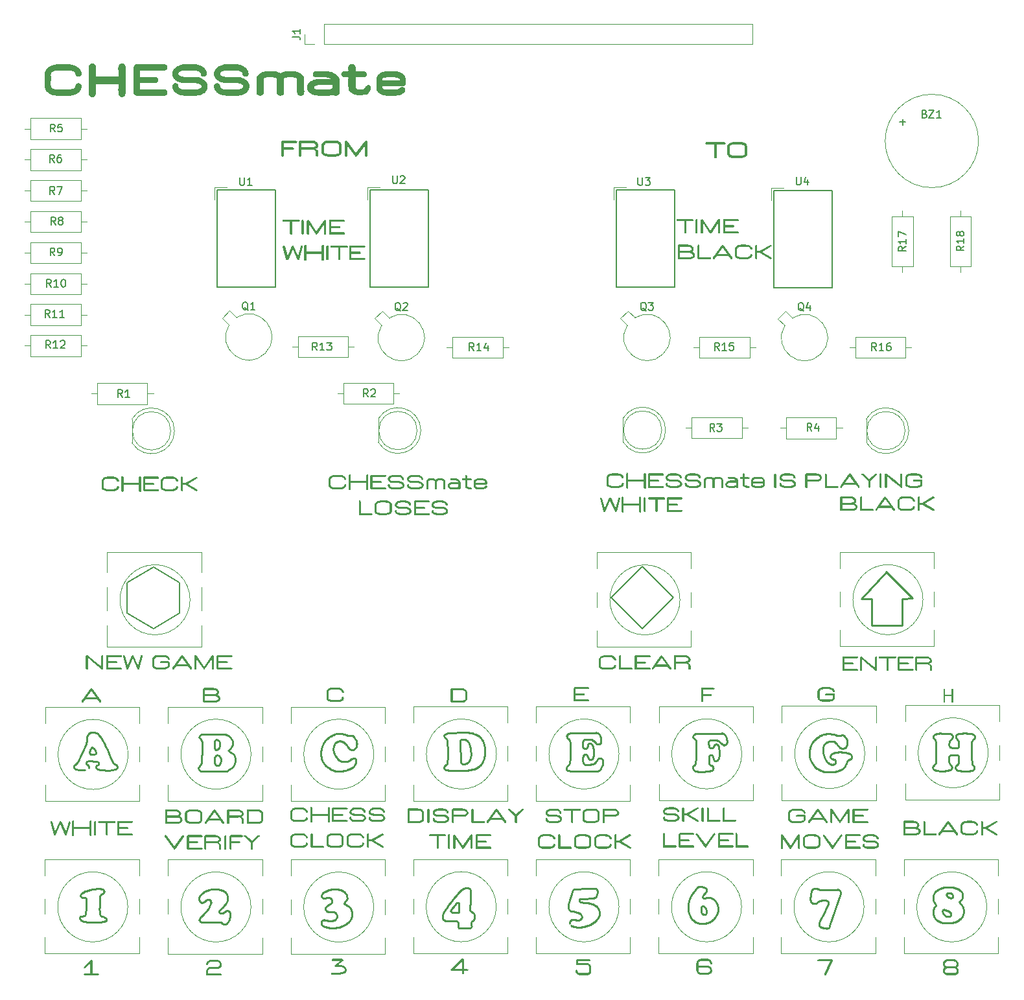
<source format=gto>
%TF.GenerationSoftware,KiCad,Pcbnew,8.0.4*%
%TF.CreationDate,2024-08-02T14:16:06-07:00*%
%TF.ProjectId,CHESSmate PCB,43484553-536d-4617-9465-205043422e6b,rev?*%
%TF.SameCoordinates,Original*%
%TF.FileFunction,Legend,Top*%
%TF.FilePolarity,Positive*%
%FSLAX46Y46*%
G04 Gerber Fmt 4.6, Leading zero omitted, Abs format (unit mm)*
G04 Created by KiCad (PCBNEW 8.0.4) date 2024-08-02 14:16:06*
%MOMM*%
%LPD*%
G01*
G04 APERTURE LIST*
%ADD10C,0.264583*%
%ADD11C,0.000000*%
%ADD12C,0.200004*%
%ADD13C,0.006225*%
%ADD14C,0.200000*%
%ADD15C,0.232813*%
%ADD16C,0.150000*%
%ADD17C,0.300000*%
%ADD18C,0.120000*%
%ADD19R,1.600000X1.600000*%
%ADD20C,1.600000*%
%ADD21O,1.600000X1.200000*%
%ADD22O,1.200000X1.200000*%
%ADD23O,1.600000X1.600000*%
%ADD24O,3.000000X2.500000*%
%ADD25R,1.800000X1.800000*%
%ADD26C,1.800000*%
%ADD27O,1.700000X1.700000*%
%ADD28R,1.700000X1.700000*%
%ADD29O,3.048000X1.850000*%
%ADD30R,2.000000X2.000000*%
%ADD31C,2.000000*%
G04 APERTURE END LIST*
D10*
X155857707Y-121315920D02*
X155937494Y-121280736D01*
X155305004Y-141364176D02*
X155276007Y-141354760D01*
X91507442Y-142498229D02*
X91498886Y-142501129D01*
X126672332Y-124399756D02*
X126654397Y-124422423D01*
X154436286Y-124455185D02*
X154405206Y-124369551D01*
X141653389Y-124019133D02*
X141636551Y-123986586D01*
X108903660Y-125029494D02*
X108912901Y-125035084D01*
X140766216Y-141269516D02*
X140458709Y-141166745D01*
X125818918Y-142618334D02*
X125676259Y-142628774D01*
X59311592Y-141917325D02*
X59341134Y-141897189D01*
X62155274Y-141656914D02*
X62159454Y-141671846D01*
X170893338Y-125916979D02*
X170843967Y-125905883D01*
X157700367Y-124939185D02*
X157702981Y-124930891D01*
X79278696Y-124817368D02*
X79258929Y-124894871D01*
X157295294Y-124398095D02*
X157260519Y-124381502D01*
X77343507Y-145717504D02*
X77334195Y-145715118D01*
X159345460Y-124593434D02*
X159317492Y-124625978D01*
X111129467Y-125392201D02*
X111069718Y-125439598D01*
X61602459Y-142589767D02*
X61602459Y-142589768D01*
X126297294Y-120979015D02*
X126258671Y-120983944D01*
X92998395Y-124643956D02*
X92980151Y-124636807D01*
X170551525Y-143008842D02*
X170534493Y-142936811D01*
X90714713Y-122626666D02*
X90684919Y-122697874D01*
X171707464Y-121065302D02*
X171855553Y-121069299D01*
X142072011Y-124666151D02*
X142053047Y-124665613D01*
X158556987Y-121299991D02*
X158587499Y-121297666D01*
X76977677Y-123164849D02*
X76984523Y-123160135D01*
X154811182Y-143297609D02*
X154819910Y-143300382D01*
X108524677Y-144169365D02*
X108530269Y-143834736D01*
X124103775Y-144491040D02*
X124078047Y-144480736D01*
X172866436Y-141992579D02*
X172862236Y-141989393D01*
X78960256Y-122312219D02*
X78955285Y-122367887D01*
X123972298Y-144445848D02*
X123945100Y-144438820D01*
X156694949Y-146530258D02*
X156711965Y-146526747D01*
X139429902Y-125042307D02*
X139433603Y-125032588D01*
X108344373Y-145668167D02*
X108336844Y-145658012D01*
X107185630Y-143480389D02*
X107422707Y-143164073D01*
X175834146Y-125477691D02*
X175837614Y-125500949D01*
X79308234Y-124342967D02*
X79313580Y-124400907D01*
X172010083Y-141166961D02*
X172064975Y-141158795D01*
X125668906Y-122352868D02*
X125662312Y-122349473D01*
X173717026Y-122886755D02*
X173730583Y-122874063D01*
X141714952Y-142694983D02*
X141694562Y-142682691D01*
X58963743Y-145228300D02*
X58961591Y-145219718D01*
X79316580Y-124455870D02*
X79317422Y-124508097D01*
X172782543Y-144562393D02*
X172784195Y-144568840D01*
X126836277Y-144920564D02*
X126814529Y-144978416D01*
X156525407Y-146542113D02*
X156553753Y-146543602D01*
X170830721Y-143552071D02*
X170832181Y-143542577D01*
X59137077Y-142090309D02*
X59147016Y-142075593D01*
X126046991Y-122862803D02*
X126036473Y-122810161D01*
X58963124Y-145124626D02*
X58966614Y-145111300D01*
X156551511Y-126115288D02*
X156437747Y-126102632D01*
X123011094Y-145856509D02*
X123010672Y-145843753D01*
X126635239Y-122491187D02*
X126649349Y-122492843D01*
X124780279Y-122018203D02*
X124793461Y-121999369D01*
X158052351Y-122675667D02*
X158037128Y-122651432D01*
X157367462Y-124427528D02*
X157331018Y-124413337D01*
X108493915Y-144388033D02*
X108496295Y-144378950D01*
X126532596Y-142177847D02*
X126519649Y-142215772D01*
X106993036Y-125029709D02*
X107011428Y-124829764D01*
X125374361Y-124171484D02*
X125381951Y-124193121D01*
X106602802Y-144328960D02*
X106645097Y-144261259D01*
X94507597Y-124431419D02*
X94490762Y-124440784D01*
X159246335Y-122042652D02*
X159261361Y-122074391D01*
X159500308Y-123705739D02*
X159549618Y-123727192D01*
X157657631Y-125001603D02*
X157664454Y-124996009D01*
X92109557Y-123042752D02*
X92115864Y-122997345D01*
X123018106Y-145778481D02*
X123019083Y-145761094D01*
X109411548Y-121908122D02*
X109398780Y-121902440D01*
X139497440Y-122014946D02*
X139491384Y-122003933D01*
X170499381Y-142716295D02*
X170493512Y-142641940D01*
D11*
G36*
X79320429Y-33647781D02*
G01*
X79423654Y-33651325D01*
X79526637Y-33657488D01*
X79629332Y-33666731D01*
X79731691Y-33679515D01*
X79833670Y-33696298D01*
X79935220Y-33717542D01*
X80032969Y-33744952D01*
X80130541Y-33778451D01*
X80227164Y-33817913D01*
X80322063Y-33863212D01*
X80414466Y-33914221D01*
X80503599Y-33970813D01*
X80588687Y-34032864D01*
X80668959Y-34100246D01*
X80707046Y-34135897D01*
X80743640Y-34172834D01*
X80778642Y-34211040D01*
X80811956Y-34250501D01*
X80843486Y-34291199D01*
X80873135Y-34333120D01*
X80900806Y-34376248D01*
X80926402Y-34420567D01*
X80949828Y-34466060D01*
X80970985Y-34512713D01*
X80989778Y-34560510D01*
X81006109Y-34609434D01*
X81019883Y-34659470D01*
X81031002Y-34710602D01*
X81039370Y-34762815D01*
X81044889Y-34816092D01*
X81049377Y-34841903D01*
X81051949Y-34867543D01*
X81052669Y-34892956D01*
X81051601Y-34918085D01*
X81048808Y-34942873D01*
X81044354Y-34967263D01*
X81038303Y-34991199D01*
X81030718Y-35014624D01*
X81021663Y-35037480D01*
X81011202Y-35059711D01*
X80999399Y-35081260D01*
X80986317Y-35102071D01*
X80972019Y-35122086D01*
X80956570Y-35141248D01*
X80940034Y-35159501D01*
X80922473Y-35176788D01*
X80903952Y-35193052D01*
X80884535Y-35208236D01*
X80864284Y-35222284D01*
X80843265Y-35235137D01*
X80821539Y-35246741D01*
X80799172Y-35257037D01*
X80776227Y-35265969D01*
X80752767Y-35273481D01*
X80728857Y-35279514D01*
X80704559Y-35284013D01*
X80679938Y-35286921D01*
X80655058Y-35288180D01*
X80629981Y-35287734D01*
X80604772Y-35285526D01*
X80579495Y-35281500D01*
X80554212Y-35275597D01*
X80533627Y-35271547D01*
X80513734Y-35266417D01*
X80494531Y-35260249D01*
X80476017Y-35253080D01*
X80458189Y-35244950D01*
X80441047Y-35235898D01*
X80424589Y-35225963D01*
X80408812Y-35215184D01*
X80393715Y-35203600D01*
X80379296Y-35191250D01*
X80365554Y-35178173D01*
X80352487Y-35164408D01*
X80340093Y-35149995D01*
X80328370Y-35134972D01*
X80306932Y-35103253D01*
X80288159Y-35069564D01*
X80272037Y-35034217D01*
X80258552Y-34997525D01*
X80247691Y-34959801D01*
X80239439Y-34921356D01*
X80233783Y-34882503D01*
X80230709Y-34843555D01*
X80230203Y-34804825D01*
X80217411Y-34783047D01*
X80203623Y-34762297D01*
X80188883Y-34742546D01*
X80173234Y-34723763D01*
X80156720Y-34705919D01*
X80139384Y-34688985D01*
X80121270Y-34672929D01*
X80102422Y-34657724D01*
X80062696Y-34629743D01*
X80020554Y-34604805D01*
X79976345Y-34582672D01*
X79930417Y-34563106D01*
X79883118Y-34545869D01*
X79834797Y-34530724D01*
X79785802Y-34517434D01*
X79736481Y-34505760D01*
X79638255Y-34486312D01*
X79542906Y-34470479D01*
X79157493Y-34461650D01*
X78771615Y-34456221D01*
X78578671Y-34455815D01*
X78385816Y-34457501D01*
X78193115Y-34461692D01*
X78000639Y-34468801D01*
X77904856Y-34486425D01*
X77855111Y-34496593D01*
X77804780Y-34508032D01*
X77754350Y-34521014D01*
X77704311Y-34535814D01*
X77655150Y-34552707D01*
X77607354Y-34571965D01*
X77584121Y-34582567D01*
X77561412Y-34593863D01*
X77539289Y-34605888D01*
X77517812Y-34618676D01*
X77497042Y-34632261D01*
X77477041Y-34646677D01*
X77457869Y-34661959D01*
X77439587Y-34678140D01*
X77422257Y-34695256D01*
X77405939Y-34713340D01*
X77390694Y-34732427D01*
X77376584Y-34752550D01*
X77363668Y-34773745D01*
X77352009Y-34796045D01*
X77341668Y-34819484D01*
X77332704Y-34844098D01*
X77331672Y-34869524D01*
X77332612Y-34893918D01*
X77335439Y-34917306D01*
X77340067Y-34939712D01*
X77346412Y-34961161D01*
X77354388Y-34981678D01*
X77363910Y-35001287D01*
X77374892Y-35020013D01*
X77387251Y-35037881D01*
X77400900Y-35054916D01*
X77415753Y-35071142D01*
X77431727Y-35086584D01*
X77448736Y-35101266D01*
X77466694Y-35115215D01*
X77505117Y-35141006D01*
X77546316Y-35164157D01*
X77589609Y-35184864D01*
X77634313Y-35203326D01*
X77679748Y-35219740D01*
X77725231Y-35234305D01*
X77770081Y-35247217D01*
X77855154Y-35268878D01*
X77943251Y-35281123D01*
X78031551Y-35290568D01*
X78120031Y-35297518D01*
X78208669Y-35302275D01*
X78386330Y-35306424D01*
X78564353Y-35305444D01*
X78920764Y-35297799D01*
X79098793Y-35295988D01*
X79276464Y-35298754D01*
X79386384Y-35294253D01*
X79497123Y-35294042D01*
X79608257Y-35298334D01*
X79719358Y-35307341D01*
X79829999Y-35321276D01*
X79939754Y-35340351D01*
X80048196Y-35364778D01*
X80154899Y-35394769D01*
X80259435Y-35430537D01*
X80361379Y-35472294D01*
X80460303Y-35520253D01*
X80555781Y-35574626D01*
X80647386Y-35635624D01*
X80734691Y-35703461D01*
X80776598Y-35740010D01*
X80817271Y-35778349D01*
X80856654Y-35818503D01*
X80894697Y-35860499D01*
X80926318Y-35894401D01*
X80955925Y-35929718D01*
X80983517Y-35966354D01*
X81009091Y-36004217D01*
X81032646Y-36043212D01*
X81054182Y-36083247D01*
X81073697Y-36124227D01*
X81091189Y-36166058D01*
X81106658Y-36208647D01*
X81120101Y-36251899D01*
X81131518Y-36295722D01*
X81140906Y-36340022D01*
X81148266Y-36384704D01*
X81153595Y-36429675D01*
X81156892Y-36474841D01*
X81158156Y-36520109D01*
X81157385Y-36565384D01*
X81154578Y-36610573D01*
X81149734Y-36655583D01*
X81142851Y-36700318D01*
X81133928Y-36744687D01*
X81122964Y-36788594D01*
X81109957Y-36831947D01*
X81094906Y-36874651D01*
X81077810Y-36916612D01*
X81058667Y-36957738D01*
X81037475Y-36997933D01*
X81014235Y-37037105D01*
X80988943Y-37075160D01*
X80961600Y-37112004D01*
X80932203Y-37147542D01*
X80900751Y-37181682D01*
X80823140Y-37266369D01*
X80740090Y-37343515D01*
X80652051Y-37413346D01*
X80559478Y-37476085D01*
X80462822Y-37531955D01*
X80362538Y-37581179D01*
X80259077Y-37623982D01*
X80152893Y-37660587D01*
X80044438Y-37691217D01*
X79934166Y-37716097D01*
X79822528Y-37735449D01*
X79709979Y-37749497D01*
X79596970Y-37758465D01*
X79483955Y-37762576D01*
X79371387Y-37762054D01*
X79259718Y-37757122D01*
X79050081Y-37751696D01*
X78839601Y-37752633D01*
X78417945Y-37757874D01*
X78207684Y-37754315D01*
X78102896Y-37749271D01*
X77998412Y-37741395D01*
X77894290Y-37730197D01*
X77790588Y-37715184D01*
X77687361Y-37695866D01*
X77584669Y-37671751D01*
X77486147Y-37641036D01*
X77387996Y-37603848D01*
X77291057Y-37560367D01*
X77196171Y-37510772D01*
X77104177Y-37455245D01*
X77015918Y-37393966D01*
X76932233Y-37327116D01*
X76853964Y-37254875D01*
X76817122Y-37216789D01*
X76781950Y-37177423D01*
X76748553Y-37136800D01*
X76717034Y-37094941D01*
X76687500Y-37051871D01*
X76660055Y-37007610D01*
X76634806Y-36962183D01*
X76611855Y-36915610D01*
X76591310Y-36867916D01*
X76573274Y-36819122D01*
X76557853Y-36769251D01*
X76545153Y-36718325D01*
X76535277Y-36666368D01*
X76528332Y-36613402D01*
X76524422Y-36559448D01*
X76523653Y-36504531D01*
X76523990Y-36473486D01*
X76526944Y-36443452D01*
X76532389Y-36414472D01*
X76540197Y-36386589D01*
X76550242Y-36359845D01*
X76562397Y-36334283D01*
X76576534Y-36309946D01*
X76592527Y-36286876D01*
X76610249Y-36265116D01*
X76629572Y-36244709D01*
X76650371Y-36225697D01*
X76672517Y-36208123D01*
X76695885Y-36192030D01*
X76720346Y-36177461D01*
X76745775Y-36164457D01*
X76772043Y-36153063D01*
X76799025Y-36143320D01*
X76826593Y-36135271D01*
X76854621Y-36128959D01*
X76882980Y-36124426D01*
X76911545Y-36121716D01*
X76940189Y-36120870D01*
X76968783Y-36121933D01*
X76997203Y-36124945D01*
X77025320Y-36129950D01*
X77053007Y-36136991D01*
X77080138Y-36146111D01*
X77106586Y-36157351D01*
X77132223Y-36170755D01*
X77156924Y-36186365D01*
X77180560Y-36204224D01*
X77203005Y-36224375D01*
X77219311Y-36236670D01*
X77233923Y-36249776D01*
X77246954Y-36263637D01*
X77258520Y-36278198D01*
X77268733Y-36293402D01*
X77277709Y-36309193D01*
X77285562Y-36325517D01*
X77292406Y-36342317D01*
X77298355Y-36359537D01*
X77303523Y-36377121D01*
X77311976Y-36413160D01*
X77318678Y-36449986D01*
X77324544Y-36487155D01*
X77330488Y-36524218D01*
X77337423Y-36560729D01*
X77346265Y-36596242D01*
X77351686Y-36613485D01*
X77357926Y-36630311D01*
X77365100Y-36646664D01*
X77373322Y-36662488D01*
X77382707Y-36677728D01*
X77393367Y-36692327D01*
X77405418Y-36706231D01*
X77418975Y-36719383D01*
X77434150Y-36731726D01*
X77451059Y-36743207D01*
X77494311Y-36770998D01*
X77538232Y-36796326D01*
X77582789Y-36819299D01*
X77627947Y-36840025D01*
X77719940Y-36875172D01*
X77813948Y-36902635D01*
X77909706Y-36923279D01*
X78006950Y-36937973D01*
X78105418Y-36947584D01*
X78204844Y-36952979D01*
X79003114Y-36948429D01*
X79170801Y-36947451D01*
X79343311Y-36948267D01*
X79517545Y-36945200D01*
X79604342Y-36940437D01*
X79690408Y-36932574D01*
X79775357Y-36920902D01*
X79858801Y-36904711D01*
X79940353Y-36883291D01*
X80019626Y-36855933D01*
X80058287Y-36839806D01*
X80096233Y-36821928D01*
X80133416Y-36802210D01*
X80169787Y-36780564D01*
X80205297Y-36756902D01*
X80239899Y-36731134D01*
X80273545Y-36703172D01*
X80306185Y-36672927D01*
X80319163Y-36654819D01*
X80330063Y-36636631D01*
X80338956Y-36618398D01*
X80345917Y-36600152D01*
X80351017Y-36581926D01*
X80354329Y-36563753D01*
X80355927Y-36545666D01*
X80355883Y-36527698D01*
X80354271Y-36509882D01*
X80351163Y-36492252D01*
X80346632Y-36474840D01*
X80340751Y-36457680D01*
X80333593Y-36440804D01*
X80325231Y-36424245D01*
X80315738Y-36408037D01*
X80305186Y-36392213D01*
X80293650Y-36376806D01*
X80281200Y-36361848D01*
X80267911Y-36347373D01*
X80253856Y-36333414D01*
X80239107Y-36320004D01*
X80223737Y-36307175D01*
X80191426Y-36283397D01*
X80157507Y-36262343D01*
X80122564Y-36244279D01*
X80087178Y-36229467D01*
X80069502Y-36223364D01*
X80051935Y-36218174D01*
X79966211Y-36186752D01*
X79879472Y-36161481D01*
X79791827Y-36141741D01*
X79703384Y-36126911D01*
X79614250Y-36116373D01*
X79524533Y-36109506D01*
X79434342Y-36105689D01*
X79343783Y-36104304D01*
X79161996Y-36106347D01*
X78980035Y-36110674D01*
X78798763Y-36112326D01*
X78708655Y-36110599D01*
X78619043Y-36106343D01*
X78406521Y-36109905D01*
X78299102Y-36109373D01*
X78191335Y-36106664D01*
X78083535Y-36101300D01*
X77976020Y-36092805D01*
X77869107Y-36080700D01*
X77763113Y-36064510D01*
X77658354Y-36043758D01*
X77555148Y-36017965D01*
X77453811Y-35986656D01*
X77354660Y-35949352D01*
X77258013Y-35905578D01*
X77164186Y-35854855D01*
X77073497Y-35796708D01*
X77029427Y-35764701D01*
X76986261Y-35730658D01*
X76918020Y-35679136D01*
X76854068Y-35622224D01*
X76794731Y-35560402D01*
X76740337Y-35494149D01*
X76691213Y-35423946D01*
X76647686Y-35350274D01*
X76610082Y-35273612D01*
X76578729Y-35194441D01*
X76553955Y-35113241D01*
X76536085Y-35030491D01*
X76525448Y-34946673D01*
X76522944Y-34904513D01*
X76522370Y-34862266D01*
X76523768Y-34819992D01*
X76527178Y-34777751D01*
X76532642Y-34735602D01*
X76540200Y-34693607D01*
X76549893Y-34651824D01*
X76561762Y-34610315D01*
X76575848Y-34569139D01*
X76592191Y-34528355D01*
X76619329Y-34472668D01*
X76648891Y-34418880D01*
X76680785Y-34366983D01*
X76714918Y-34316973D01*
X76751199Y-34268841D01*
X76789536Y-34222583D01*
X76872009Y-34135656D01*
X76961602Y-34056140D01*
X77057578Y-33983983D01*
X77159202Y-33919131D01*
X77265739Y-33861533D01*
X77376451Y-33811135D01*
X77490604Y-33767885D01*
X77607461Y-33731730D01*
X77726287Y-33702617D01*
X77846345Y-33680495D01*
X77966901Y-33665310D01*
X78087218Y-33657009D01*
X78206560Y-33655540D01*
X78206545Y-33655541D01*
X78285005Y-33655158D01*
X78491441Y-33658502D01*
X78698571Y-33655754D01*
X79113435Y-33646711D01*
X79320429Y-33647781D01*
G37*
D10*
X92341019Y-122363665D02*
X92355866Y-122344397D01*
X109889830Y-122490896D02*
X109872359Y-122445519D01*
X94944011Y-123033510D02*
X95007262Y-122965242D01*
X175797820Y-121781314D02*
X175761448Y-121818164D01*
X126565674Y-120984052D02*
X126557082Y-120983120D01*
X110490449Y-145363208D02*
X110479541Y-145388207D01*
X91075384Y-142598614D02*
X91038398Y-142612462D01*
X59118648Y-142132517D02*
X59127147Y-142111199D01*
X156236417Y-122536894D02*
X156227919Y-122553517D01*
X91281232Y-125399441D02*
X91309998Y-125424364D01*
X141985340Y-122520415D02*
X142003517Y-122511569D01*
X172139935Y-144938537D02*
X172123489Y-144931514D01*
X143492145Y-121754168D02*
X143502576Y-121795493D01*
X60222577Y-121053533D02*
X60235994Y-121043432D01*
X126541894Y-145390198D02*
X126471798Y-145474734D01*
X158222871Y-121362882D02*
X158343046Y-121335579D01*
X173389397Y-125604196D02*
X173386519Y-125586300D01*
X76986367Y-141432105D02*
X77067944Y-141443555D01*
X94127506Y-124660493D02*
X94079162Y-124681932D01*
X90564191Y-146033652D02*
X90562029Y-146025614D01*
X125036809Y-121838643D02*
X125057583Y-121837436D01*
X91704205Y-142564525D02*
X91677096Y-142546088D01*
X157642091Y-125011556D02*
X157650187Y-125006793D01*
X106840777Y-121763100D02*
X106821012Y-121738903D01*
X140201097Y-144452237D02*
X140207579Y-144467231D01*
X124714649Y-146350144D02*
X124642587Y-146360680D01*
X142343621Y-144345689D02*
X142356652Y-144273175D01*
X92237538Y-123709197D02*
X92230942Y-123686078D01*
X108440625Y-143202976D02*
X108435851Y-143199751D01*
X159838322Y-124151945D02*
X159838395Y-124174322D01*
X122626161Y-125834860D02*
X122639100Y-125845298D01*
X139218763Y-125244236D02*
X139233330Y-125234398D01*
X159254252Y-122424045D02*
X159248595Y-122455472D01*
X123265421Y-145413258D02*
X123284299Y-145408089D01*
X173029404Y-142448025D02*
X173033207Y-142435190D01*
X125276190Y-146201302D02*
X125171800Y-146232093D01*
X108418014Y-145953175D02*
X108419549Y-145919820D01*
X171789807Y-145807686D02*
X171731347Y-145803550D01*
X108736741Y-121908330D02*
X108729339Y-121917597D01*
X173403687Y-125656849D02*
X173397968Y-125639508D01*
X123010852Y-145830899D02*
X123011660Y-145817946D01*
X125416730Y-122458946D02*
X125406758Y-122475109D01*
X90809335Y-122414859D02*
X90745917Y-122555947D01*
X156791633Y-146493405D02*
X156798964Y-146488213D01*
X91136471Y-143769767D02*
X91141648Y-143760367D01*
X123565890Y-146321366D02*
X123516658Y-146310400D01*
X109931591Y-146515793D02*
X109919540Y-146519587D01*
X174090144Y-142878088D02*
X174078522Y-142888854D01*
X156677682Y-146533038D02*
X156694949Y-146530258D01*
X172486222Y-124465744D02*
X172489518Y-124531044D01*
X59255162Y-141960414D02*
X59282882Y-141938359D01*
X79317422Y-124508097D02*
X79316294Y-124557830D01*
X76955929Y-123176573D02*
X76963371Y-123173050D01*
X139224380Y-141747973D02*
X139167607Y-141819346D01*
X139594572Y-126045280D02*
X139552924Y-126040998D01*
X157369458Y-123675777D02*
X157392015Y-123669660D01*
X59123897Y-142359333D02*
X59119440Y-142349240D01*
X141247319Y-122912751D02*
X141261231Y-122919033D01*
X141472670Y-142578837D02*
X141450233Y-142568551D01*
X106961928Y-125067707D02*
X106977986Y-125049006D01*
X172329757Y-142366443D02*
X172329757Y-142366442D01*
X94734268Y-125456929D02*
X94743045Y-125449776D01*
X77543285Y-144580062D02*
X77559350Y-144580673D01*
X143529547Y-122265545D02*
X143523063Y-122297627D01*
X75127500Y-141876069D02*
X75183566Y-141833544D01*
X171768238Y-144546422D02*
X171754364Y-144523388D01*
X94621236Y-123195072D02*
X94638505Y-123190980D01*
X59622414Y-144882128D02*
X59632951Y-144874570D01*
X62408091Y-145541252D02*
X62396829Y-145552321D01*
X141141789Y-122451120D02*
X141158759Y-122621533D01*
X140735966Y-143880584D02*
X140725690Y-143865467D01*
X170777398Y-122003394D02*
X170764780Y-121973522D01*
X172458773Y-142459496D02*
X172503597Y-142487655D01*
X91875545Y-142743394D02*
X91861348Y-142714505D01*
X62470384Y-145382988D02*
X62469412Y-145399042D01*
X108830193Y-124965211D02*
X108845001Y-124981477D01*
X139149318Y-121643984D02*
X139140566Y-121631646D01*
X143318226Y-122557149D02*
X143302368Y-122564026D01*
X110150087Y-146313646D02*
X110137005Y-146334487D01*
X61715364Y-144876661D02*
X61722375Y-144883520D01*
X171698769Y-144252940D02*
X171699737Y-144246477D01*
X142395180Y-124464867D02*
X142372776Y-124494291D01*
X91902928Y-143140799D02*
X91904745Y-143133793D01*
X125041162Y-123814207D02*
X125051384Y-123813732D01*
X77393033Y-124847253D02*
X77397450Y-124829647D01*
X122792179Y-143699320D02*
X122791924Y-143652369D01*
X59341134Y-141897189D02*
X59371346Y-141877826D01*
X123013641Y-145881730D02*
X123012092Y-145869167D01*
X78609291Y-144948164D02*
X78604615Y-145005039D01*
X141629611Y-142651488D02*
X141606510Y-142643264D01*
X94667966Y-121377415D02*
X94654718Y-121366992D01*
X173637910Y-125151397D02*
X173653926Y-125136440D01*
X156133083Y-122781052D02*
X156126875Y-122803685D01*
X92735292Y-124455320D02*
X92709854Y-124426133D01*
X77296068Y-145709219D02*
X77276568Y-145708081D01*
X59945928Y-121923008D02*
X59945250Y-121857857D01*
X126388681Y-122287833D02*
X126425612Y-122333038D01*
X126141100Y-125037244D02*
X126080420Y-125055944D01*
X122949820Y-144135613D02*
X122941568Y-144123036D01*
X110193017Y-145646436D02*
X110186219Y-145655714D01*
X141561766Y-142622244D02*
X141517265Y-142600379D01*
X142446043Y-122747688D02*
X142459900Y-122789640D01*
X91012124Y-125128337D02*
X91118158Y-125238674D01*
X141788137Y-124402783D02*
X141764483Y-124332593D01*
X109606395Y-124932076D02*
X109629856Y-124918258D01*
X142260816Y-143379350D02*
X142245939Y-143341264D01*
X75818427Y-143921259D02*
X75868384Y-143835803D01*
X78936856Y-122517364D02*
X78934933Y-122542414D01*
X157055785Y-122081789D02*
X157040858Y-122080934D01*
X92609463Y-122166352D02*
X92655088Y-122147659D01*
X141686016Y-122919297D02*
X141696225Y-122912596D01*
X108457771Y-144458637D02*
X108462152Y-144454674D01*
X122971513Y-121937344D02*
X122987679Y-121963343D01*
X92911005Y-124602441D02*
X92878601Y-124582089D01*
X159393224Y-124562315D02*
X159368991Y-124577382D01*
X75612986Y-142800311D02*
X75582716Y-142814091D01*
X173019275Y-121526542D02*
X173016306Y-121548625D01*
X170634409Y-141923095D02*
X170671810Y-141857803D01*
X172953266Y-121693969D02*
X172942554Y-121710349D01*
X106390195Y-145137156D02*
X106388291Y-145117254D01*
X155559622Y-146015801D02*
X155561490Y-146048886D01*
X74762604Y-125210457D02*
X74767794Y-125206756D01*
X106634288Y-121239883D02*
X106640148Y-121234816D01*
X172582125Y-124006933D02*
X172568982Y-124025190D01*
X141167834Y-122809709D02*
X141167244Y-122817940D01*
X92041545Y-125869688D02*
X92172284Y-125917617D01*
X173016306Y-121548625D02*
X173011738Y-121570619D01*
X109844333Y-141309529D02*
X109851177Y-141313133D01*
X91705135Y-121474989D02*
X91674690Y-121493013D01*
X173419882Y-125373372D02*
X173427911Y-125356897D01*
X59235654Y-142481365D02*
X59217359Y-142469967D01*
X75729793Y-141554164D02*
X75837714Y-141521762D01*
X90872349Y-124969501D02*
X90892513Y-124998336D01*
X141741078Y-122871746D02*
X141748940Y-122862312D01*
X124426057Y-144693010D02*
X124408453Y-144673747D01*
X158155922Y-141514877D02*
X158141406Y-141507145D01*
X172723598Y-144474531D02*
X172728912Y-144480634D01*
X110459341Y-145424214D02*
X110451460Y-145435771D01*
X155561490Y-146048886D02*
X155565517Y-146082130D01*
X109662174Y-122084734D02*
X109639597Y-122061546D01*
X125949595Y-121031816D02*
X125910730Y-121034864D01*
X124655616Y-122677602D02*
X124652675Y-122644034D01*
X91248757Y-121828476D02*
X91225236Y-121851044D01*
X61672697Y-142233598D02*
X61667686Y-142244716D01*
X94244892Y-121385013D02*
X94235594Y-121384268D01*
X125289624Y-122897801D02*
X125281448Y-122914400D01*
X90761149Y-142582180D02*
X90752851Y-142578098D01*
X94093734Y-121350244D02*
X94042470Y-121335897D01*
X140847567Y-144280029D02*
X140841217Y-144239666D01*
X123130322Y-145486942D02*
X123136842Y-145480635D01*
X156102337Y-146467399D02*
X156214031Y-146493026D01*
X59099806Y-145427856D02*
X59067852Y-145395088D01*
X124110536Y-145485588D02*
X124143142Y-145479101D01*
X108502731Y-146472129D02*
X108483718Y-146463553D01*
X109954746Y-146506848D02*
X109943324Y-146511541D01*
X126960039Y-122397366D02*
X126975085Y-122386495D01*
X108449594Y-143209570D02*
X108445204Y-143206252D01*
X110013783Y-122939206D02*
X109990015Y-122815544D01*
X94249102Y-123101684D02*
X94268163Y-123122325D01*
X124640303Y-142688200D02*
X124479779Y-142698886D01*
X125867797Y-122459188D02*
X125859009Y-122453253D01*
X122800402Y-143536316D02*
X122804006Y-143513383D01*
X59504038Y-144926339D02*
X59529226Y-144921282D01*
X92174434Y-122760290D02*
X92184077Y-122731949D01*
X138746100Y-144983618D02*
X138781605Y-145049852D01*
X172971855Y-142106685D02*
X172963592Y-142092935D01*
X77686549Y-145948101D02*
X77662388Y-145929651D01*
X106623577Y-121250565D02*
X106628755Y-121245127D01*
X125467437Y-122396536D02*
X125462392Y-122402091D01*
X77158392Y-125215770D02*
X77163600Y-125212646D01*
X59163225Y-144953674D02*
X59189961Y-144947845D01*
X170764780Y-121973522D02*
X170751128Y-121944324D01*
X139702250Y-141196190D02*
X139702252Y-141196190D01*
X91889313Y-142772674D02*
X91875545Y-142743394D01*
X108530269Y-143834736D02*
X108534412Y-143500114D01*
X155565063Y-141456695D02*
X155535726Y-141448044D01*
X141749590Y-125610531D02*
X141747623Y-125632123D01*
X94492738Y-145146794D02*
X94480377Y-145201683D01*
X170681109Y-145144819D02*
X170659318Y-145109848D01*
X125892263Y-122478805D02*
X125884454Y-122471935D01*
X74616603Y-142871739D02*
X74604680Y-142831984D01*
X175863075Y-121311822D02*
X175876363Y-121329479D01*
X77412980Y-124418155D02*
X77411954Y-124404079D01*
X93647945Y-141875979D02*
X93677485Y-141906856D01*
X94545808Y-144640328D02*
X94545668Y-144697090D01*
X109329746Y-141270881D02*
X109387063Y-141266189D01*
X93374721Y-121148226D02*
X93332912Y-121140015D01*
X140071415Y-145888679D02*
X140139107Y-145897783D01*
X172325667Y-142363044D02*
X172329754Y-142366447D01*
X172721527Y-141146579D02*
X172789585Y-141150942D01*
X126030428Y-124298871D02*
X126032706Y-124290863D01*
X125115506Y-123018629D02*
X125090118Y-123023480D01*
X173142967Y-123881822D02*
X173052075Y-123880061D01*
X159598077Y-123750752D02*
X159616743Y-123762899D01*
X108684247Y-122016282D02*
X108682744Y-122031860D01*
X172769671Y-121138432D02*
X172790681Y-121147438D01*
X91444675Y-145536239D02*
X91483305Y-145543710D01*
X172775313Y-144839070D02*
X172769093Y-144851594D01*
X172955426Y-142530977D02*
X172961990Y-142527167D01*
X77899594Y-144406122D02*
X77937704Y-144373579D01*
X170719842Y-121888618D02*
X170701770Y-121862441D01*
X122824634Y-125947575D02*
X122846305Y-125950652D01*
X171810892Y-144621411D02*
X171803166Y-144608710D01*
X141300279Y-121968184D02*
X141278390Y-121978418D01*
X90533011Y-123254006D02*
X90528481Y-123283321D01*
X61602459Y-142589766D02*
X61602459Y-142589767D01*
X155377392Y-125696053D02*
X155283873Y-125630353D01*
X124510939Y-144825509D02*
X124498879Y-144801896D01*
X77222286Y-122878610D02*
X77232460Y-122841028D01*
X158082386Y-141480241D02*
X158067304Y-141474904D01*
X156409973Y-122345821D02*
X156380543Y-122369334D01*
X93095918Y-122083409D02*
X93174744Y-122105869D01*
X123401611Y-144315435D02*
X123361579Y-144314711D01*
X77910213Y-146009139D02*
X77890218Y-146010928D01*
X94490762Y-124440784D02*
X94403527Y-124500291D01*
X78945048Y-122039918D02*
X78948443Y-122054481D01*
X159830305Y-124084551D02*
X159834233Y-124107002D01*
X75018356Y-141964487D02*
X75072363Y-141919641D01*
X108500885Y-143266279D02*
X108497398Y-143261075D01*
X92583100Y-144855417D02*
X92570601Y-144803778D01*
X156174471Y-122670681D02*
X156164899Y-122692406D01*
X173804045Y-124861981D02*
X173807893Y-124840999D01*
X140380806Y-142358741D02*
X140382954Y-142345996D01*
X109965867Y-146501729D02*
X109954746Y-146506848D01*
X142146533Y-143159341D02*
X142114846Y-143104663D01*
X95180774Y-122470421D02*
X95183174Y-122443294D01*
X74939902Y-142034638D02*
X74965679Y-142010832D01*
X156393582Y-124439078D02*
X156418333Y-124489878D01*
X61823601Y-142076102D02*
X61802867Y-142089992D01*
X155897064Y-146402312D02*
X155921677Y-146413058D01*
X77299783Y-125048133D02*
X77305951Y-125040356D01*
X140889552Y-141551552D02*
X140891058Y-141535887D01*
X92237817Y-125940812D02*
X92303689Y-125962417D01*
X62123336Y-141584615D02*
X62131070Y-141598668D01*
X158374283Y-141796617D02*
X158369958Y-141788464D01*
X139702261Y-141196192D02*
X139702268Y-141196193D01*
X91975995Y-125846569D02*
X92041545Y-125869688D01*
X106603389Y-121355119D02*
X106600777Y-121345447D01*
X142372168Y-144052308D02*
X142368843Y-143977856D01*
X122609951Y-121378334D02*
X122609565Y-121389327D01*
X124860467Y-125041547D02*
X124831719Y-125019627D01*
X140382934Y-142436426D02*
X140381104Y-142423304D01*
X173819637Y-122266955D02*
X173815755Y-122241488D01*
X140517391Y-144734787D02*
X140574120Y-144737220D01*
X61100399Y-125462404D02*
X61101327Y-125421653D01*
X74758082Y-125213214D02*
X74762604Y-125210457D01*
X58958799Y-145147905D02*
X58960508Y-145138534D01*
X142854077Y-122424208D02*
X142794206Y-122368134D01*
X59294780Y-142506900D02*
X59274451Y-142499683D01*
X110021145Y-124300590D02*
X110031000Y-124261238D01*
X59052148Y-145000668D02*
X59063253Y-144993652D01*
X94521260Y-121312417D02*
X94512784Y-121312783D01*
X141193686Y-125008146D02*
X141200972Y-125023354D01*
X172860481Y-142568477D02*
X172870058Y-142567425D01*
X140826841Y-141309571D02*
X140815108Y-141301340D01*
X91916697Y-145545744D02*
X91994766Y-145533284D01*
X109761693Y-124799397D02*
X109787370Y-124768034D01*
X75790182Y-142768393D02*
X75773447Y-142767731D01*
X91245267Y-144280200D02*
X91227259Y-144269022D01*
X158286020Y-141623608D02*
X158273069Y-141608748D01*
X155477539Y-143043290D02*
X155506813Y-143023323D01*
X94725074Y-125463645D02*
X94734268Y-125456929D01*
X125540448Y-122349951D02*
X125525405Y-122356147D01*
X171239942Y-145626113D02*
X171188734Y-145596720D01*
X143040938Y-121069011D02*
X143055240Y-121074440D01*
X126402307Y-141340965D02*
X126430880Y-141357643D01*
X125873178Y-124462715D02*
X125879007Y-124455236D01*
X172561467Y-122660060D02*
X172571876Y-122698538D01*
X75095998Y-143149332D02*
X75079975Y-143154157D01*
X139332737Y-125158358D02*
X139348818Y-125145169D01*
X140848569Y-141327005D02*
X140838049Y-141318096D01*
X143069191Y-121080776D02*
X143082777Y-121088049D01*
X157066795Y-124191856D02*
X157060374Y-124169195D01*
X126593708Y-143782199D02*
X126630347Y-143824638D01*
X63811530Y-125652632D02*
X63794613Y-125667820D01*
X127259793Y-124449637D02*
X127255392Y-124441891D01*
X157650187Y-125006793D02*
X157657631Y-125001603D01*
X170522505Y-144145566D02*
X170524889Y-144122021D01*
X91098527Y-144078981D02*
X91094085Y-144057650D01*
X157156546Y-122085920D02*
X157121377Y-122084949D01*
X126080420Y-125055944D02*
X126019442Y-125072929D01*
X106586484Y-125591004D02*
X106585039Y-125580857D01*
X74910542Y-144945640D02*
X75132746Y-144718055D01*
X140870786Y-141351565D02*
X140866891Y-141346346D01*
X173703255Y-145534436D02*
X173647957Y-145567029D01*
X78734507Y-122961234D02*
X78699061Y-123012728D01*
X156297605Y-142884110D02*
X156392056Y-142889364D01*
X143095986Y-121096292D02*
X143108807Y-121105536D01*
X59987602Y-121365194D02*
X59996446Y-121341326D01*
X157664454Y-124996009D02*
X157670687Y-124990029D01*
X159209079Y-124808801D02*
X159191684Y-124848123D01*
X159181974Y-122680299D02*
X159173301Y-122700041D01*
X61650221Y-142304547D02*
X61648379Y-142317390D01*
X61730044Y-141371909D02*
X61776069Y-141377563D01*
X142232648Y-124620871D02*
X142216755Y-124630403D01*
X107485696Y-144126092D02*
X107472370Y-144152031D01*
X141184622Y-122049207D02*
X141177155Y-122058399D01*
X108769380Y-124870827D02*
X108779765Y-124891167D01*
X172245991Y-144980601D02*
X172232466Y-144976121D01*
X122557790Y-125641990D02*
X122558167Y-125652175D01*
X127270648Y-124474075D02*
X127263784Y-124457592D01*
X172257262Y-142276583D02*
X172264721Y-142289421D01*
X142053047Y-124665613D02*
X142034184Y-124663973D01*
X74782489Y-125193862D02*
X74786837Y-125189370D01*
X141135683Y-122365965D02*
X141141789Y-122451120D01*
X173822960Y-122292469D02*
X173819637Y-122266955D01*
X109991352Y-144167670D02*
X109996505Y-144185713D01*
X106606760Y-121365204D02*
X106603389Y-121355119D01*
X63819708Y-125644571D02*
X63811530Y-125652632D01*
X171781322Y-144569778D02*
X171778215Y-144563872D01*
X93991428Y-121320455D02*
X93889621Y-121288426D01*
X124457996Y-144734341D02*
X124442546Y-144713241D01*
X171702506Y-144340691D02*
X171700452Y-144327164D01*
X155686508Y-146274470D02*
X155696985Y-146287470D01*
X172728542Y-122885249D02*
X172741785Y-122891423D01*
X108689724Y-121989631D02*
X108686136Y-122000694D01*
X110513599Y-145284491D02*
X110507232Y-145311254D01*
X140442522Y-142584591D02*
X140436520Y-142579205D01*
X76970623Y-123169148D02*
X76977677Y-123164849D01*
X170653529Y-121243810D02*
X170672412Y-121233873D01*
X139129407Y-121388615D02*
X139135456Y-121375988D01*
X158932961Y-122960989D02*
X158910215Y-122972658D01*
X123097305Y-145527678D02*
X123108522Y-145514465D01*
X125231343Y-123855267D02*
X125237375Y-123859671D01*
X154631397Y-143179359D02*
X154646758Y-143190348D01*
X155564844Y-146099623D02*
X155565443Y-146107993D01*
X156392056Y-142889364D02*
X156485790Y-142896461D01*
X141605534Y-125311495D02*
X141624098Y-125324594D01*
X142307275Y-122533650D02*
X142322945Y-122545890D01*
X107561629Y-144001032D02*
X107545569Y-144025558D01*
X77302259Y-144541167D02*
X77314896Y-144549423D01*
X155420337Y-143086063D02*
X155448754Y-143064302D01*
X173517806Y-125241398D02*
X173532048Y-125229550D01*
X158816596Y-123012327D02*
X158792343Y-123019988D01*
X155570598Y-146131748D02*
X155573331Y-146139257D01*
X125015799Y-125138399D02*
X124974931Y-125129529D01*
X75203199Y-143100096D02*
X75173435Y-143116610D01*
X158121357Y-122765269D02*
X158102999Y-122743869D01*
X172753689Y-125803907D02*
X172738157Y-125815891D01*
X174212353Y-121065935D02*
X174308083Y-121058853D01*
X155339124Y-121634197D02*
X155409011Y-121581983D01*
X108326321Y-143167595D02*
X108320611Y-143170094D01*
X108470044Y-144446078D02*
X108473517Y-144441438D01*
X77976531Y-144342212D02*
X77996314Y-144327191D01*
X111774318Y-122384933D02*
X111799374Y-122468472D01*
X95162976Y-122280980D02*
X95144828Y-122171238D01*
X78821747Y-121818967D02*
X78860426Y-121872750D01*
X94625491Y-125520426D02*
X94683629Y-125485614D01*
X156552855Y-142901797D02*
X156573885Y-142906004D01*
X110535036Y-145146634D02*
X110527556Y-145202202D01*
X77236953Y-145708361D02*
X77156705Y-145713153D01*
X110813373Y-125601709D02*
X110745507Y-125635431D01*
X155593162Y-146174318D02*
X155603380Y-146187422D01*
X143502576Y-121795493D02*
X143511849Y-121837019D01*
X76078272Y-142930477D02*
X76068078Y-142914179D01*
X158621883Y-123046654D02*
X158610534Y-123045870D01*
X170715856Y-125098760D02*
X170736274Y-125078704D01*
X175899772Y-121366729D02*
X175909788Y-121386178D01*
D12*
X68602676Y-99341644D02*
X72029736Y-101346374D01*
D10*
X140786664Y-144648426D02*
X140797285Y-144633212D01*
X154334497Y-124106004D02*
X154318597Y-124016473D01*
X175839739Y-125524264D02*
X175840533Y-125547567D01*
X61647131Y-142330535D02*
X61632483Y-142394718D01*
X90737325Y-142568966D02*
X90730053Y-142563951D01*
X122616407Y-121333965D02*
X122614007Y-121345120D01*
X111907248Y-123553329D02*
X111902554Y-123702919D01*
X173436684Y-125340789D02*
X173446188Y-125325085D01*
X77290676Y-125060985D02*
X77293696Y-125056477D01*
X172310011Y-142348679D02*
X172313818Y-142352382D01*
X171697120Y-144286594D02*
X171697188Y-144273080D01*
X108972806Y-125060937D02*
X108983529Y-125063869D01*
X156665811Y-126122315D02*
X156551511Y-126115288D01*
X122682993Y-121666532D02*
X122731886Y-121703634D01*
X156781589Y-141469452D02*
X156202872Y-141471658D01*
X141173596Y-122852820D02*
X141176517Y-122858682D01*
X123616273Y-141429382D02*
X123644194Y-141427060D01*
X124718885Y-124200745D02*
X124724137Y-124173205D01*
X140930203Y-142513670D02*
X140910213Y-142521110D01*
X162430233Y-106957351D02*
X162481441Y-103526100D01*
X109385910Y-121897037D02*
X109372927Y-121891936D01*
X172974794Y-142519157D02*
X172980962Y-142514915D01*
X170729268Y-143316498D02*
X170665348Y-143215952D01*
X138949414Y-145299069D02*
X138997587Y-145356675D01*
X94692682Y-124316100D02*
X94675043Y-124324072D01*
X126319260Y-145630415D02*
X126237358Y-145701763D01*
X109815603Y-141298406D02*
X109822997Y-141300654D01*
X106944960Y-125085855D02*
X106961928Y-125067707D01*
X173794363Y-122140901D02*
X173787481Y-122116278D01*
X62165307Y-141701959D02*
X62166905Y-141717086D01*
X61095895Y-125354267D02*
X61226432Y-125223728D01*
X125573623Y-124481453D02*
X125579900Y-124485275D01*
X94784371Y-123172577D02*
X94801419Y-123168079D01*
X126597831Y-141904005D02*
X126583192Y-141983283D01*
X62167567Y-141732222D02*
X62167256Y-141747340D01*
X156798964Y-146488213D02*
X156806155Y-146482615D01*
X75393780Y-142954300D02*
X75342336Y-142998837D01*
X159686550Y-123821479D02*
X159702565Y-123838337D01*
X156891675Y-146391491D02*
X156899334Y-146374788D01*
X106597373Y-121310588D02*
X106598148Y-121302758D01*
X126104538Y-123931466D02*
X126111176Y-123848566D01*
X173419613Y-145682853D02*
X173360630Y-145707004D01*
X59336870Y-142518192D02*
X59315615Y-142513020D01*
X170522324Y-121678988D02*
X170513266Y-121660637D01*
X175886992Y-121691602D02*
X175871544Y-121709588D01*
X143121227Y-121115812D02*
X143133233Y-121127152D01*
X140865745Y-142530559D02*
X140821513Y-142541116D01*
X141523563Y-122976968D02*
X141542056Y-122974762D01*
X77679637Y-121185206D02*
X77775794Y-121189546D01*
X108077236Y-143376541D02*
X107835367Y-143664185D01*
X108534412Y-143500114D02*
X108510761Y-143281234D01*
X140631676Y-144737178D02*
X140645884Y-144736048D01*
X155778577Y-125916012D02*
X155674650Y-125867718D01*
X106685838Y-121609062D02*
X106674490Y-121595881D01*
X59643188Y-144866312D02*
X59653110Y-144857321D01*
X63740350Y-125707530D02*
X63721455Y-125719422D01*
X122698711Y-125894756D02*
X122707073Y-125901728D01*
X159267768Y-122297187D02*
X159265690Y-122329027D01*
X141218359Y-122016546D02*
X141200757Y-122032082D01*
X122780497Y-121741424D02*
X122804413Y-121760779D01*
X141718576Y-125442815D02*
X141726970Y-125462584D01*
X75063769Y-143158336D02*
X75047378Y-143161837D01*
X108881575Y-141509168D02*
X108918042Y-141479508D01*
X94804715Y-124293893D02*
X94795628Y-124294152D01*
X90799043Y-124848614D02*
X90834536Y-124909933D01*
X123651169Y-145424675D02*
X123740733Y-145439183D01*
X173669699Y-122920213D02*
X173686624Y-122909869D01*
X170439023Y-125458471D02*
X170442491Y-125435365D01*
X174023955Y-143299656D02*
X174039623Y-143311393D01*
X91663517Y-142536968D02*
X91649862Y-142528175D01*
X124375720Y-143101054D02*
X124382839Y-143102165D01*
X141179918Y-122864221D02*
X141183770Y-122869456D01*
X92132189Y-122928523D02*
X92139615Y-122905376D01*
X110548442Y-145064131D02*
X110543354Y-145091391D01*
X93904518Y-142355376D02*
X93907917Y-142391100D01*
X172942554Y-121710349D02*
X172919515Y-121741973D01*
X90538279Y-123224790D02*
X90533011Y-123254006D01*
X140466887Y-143646102D02*
X140456128Y-143641793D01*
X125860830Y-124475562D02*
X125867115Y-124469480D01*
X60016465Y-121294431D02*
X60027835Y-121271458D01*
X126420204Y-142419991D02*
X126411492Y-142429966D01*
X175749810Y-125801118D02*
X175734200Y-125817977D01*
X126305605Y-124902204D02*
X126286773Y-124921723D01*
X172890074Y-125637735D02*
X172881625Y-125655572D01*
X141194127Y-124014096D02*
X141184782Y-124029252D01*
X155448813Y-141417715D02*
X155391350Y-141395781D01*
X143333538Y-122549626D02*
X143318226Y-122557149D01*
X62408032Y-145200154D02*
X62418477Y-145213379D01*
X170832635Y-122157061D02*
X170811233Y-122095397D01*
X175921624Y-121634121D02*
X175911980Y-121653796D01*
X108508836Y-143278518D02*
X108506570Y-143275072D01*
X170815602Y-124963907D02*
X170820771Y-124950807D01*
X77147722Y-125221333D02*
X77153103Y-125218665D01*
X158878872Y-121416266D02*
X158898469Y-121432828D01*
X124207178Y-145461759D02*
X124238405Y-145450887D01*
X125165653Y-123005164D02*
X125140697Y-123012523D01*
X79192794Y-125118036D02*
X79177902Y-125151434D01*
X90524782Y-123312747D02*
X90522005Y-123342297D01*
X59175532Y-142433755D02*
X59167923Y-142425041D01*
X141358565Y-142534045D02*
X141334958Y-142527806D01*
X77407668Y-124342570D02*
X77405423Y-124325279D01*
X155848498Y-146379177D02*
X155872679Y-146390999D01*
X141154237Y-142505516D02*
X141113140Y-142500563D01*
X94424856Y-144052779D02*
X94441988Y-144093565D01*
X62395316Y-122807678D02*
X62599554Y-123247061D01*
X127324842Y-124815139D02*
X127324205Y-124783502D01*
X91138562Y-142571315D02*
X91116550Y-142583717D01*
X171855553Y-121069299D02*
X172067783Y-121077393D01*
X140187852Y-143719220D02*
X140180411Y-143730755D01*
X156440292Y-122323168D02*
X156409973Y-122345821D01*
X77136652Y-125225990D02*
X77142242Y-125223774D01*
X62187285Y-145081744D02*
X62241364Y-145105009D01*
X126813533Y-125958135D02*
X126828439Y-125953841D01*
X126053727Y-143408202D02*
X126091509Y-143426757D01*
X78141184Y-144253772D02*
X78154842Y-144250174D01*
X123279733Y-146231309D02*
X123234995Y-146209229D01*
X58966614Y-145111300D02*
X58970941Y-145098548D01*
X175823145Y-125431625D02*
X175829327Y-125454561D01*
X124961677Y-125117925D02*
X124947929Y-125106605D01*
X170964197Y-121103263D02*
X171035797Y-121086305D01*
X123644194Y-141427060D02*
X123672065Y-141424266D01*
X143456353Y-122443718D02*
X143436232Y-122468827D01*
X78744627Y-121711820D02*
X78763047Y-121738684D01*
X93481306Y-141741650D02*
X93516955Y-141765860D01*
X140152768Y-143796587D02*
X140149167Y-143810495D01*
X143212913Y-122586735D02*
X143200087Y-122587612D01*
X173608275Y-125881417D02*
X173592099Y-125873385D01*
X173765147Y-122831922D02*
X173774764Y-122816652D01*
X141657441Y-125354013D02*
X141672213Y-125370182D01*
X172299038Y-142337127D02*
X172302619Y-142341051D01*
X140798302Y-144025940D02*
X140794213Y-144010536D01*
X126928233Y-122417322D02*
X126960039Y-122397366D01*
X61938758Y-142003772D02*
X61921254Y-142014925D01*
X110396115Y-145499734D02*
X110387443Y-145506900D01*
X141010947Y-142497883D02*
X140990656Y-142499974D01*
X141511122Y-123896799D02*
X141492486Y-123894402D01*
X157566008Y-125070502D02*
X157586263Y-125058419D01*
X122792636Y-121127617D02*
X122771555Y-121142141D01*
X173813216Y-124798289D02*
X173814686Y-124776590D01*
X109616971Y-122038426D02*
X109605490Y-122027097D01*
X125140697Y-123012523D02*
X125115506Y-123018629D01*
X106600347Y-125402427D02*
X106608499Y-125387042D01*
X141359482Y-125191337D02*
X141388348Y-125209198D01*
X172850820Y-142569054D02*
X172860481Y-142568477D01*
X156700044Y-142965315D02*
X156714767Y-142977569D01*
X74853603Y-125044174D02*
X74856410Y-125028345D01*
X61101302Y-145772330D02*
X60902507Y-145772604D01*
X140121183Y-126068608D02*
X139959391Y-126065419D01*
X90709945Y-142547319D02*
X90703739Y-142541305D01*
X78763047Y-121738684D02*
X78782262Y-121765462D01*
X74817635Y-142161132D02*
X74841122Y-142134744D01*
X172913368Y-142036771D02*
X172909368Y-142033167D01*
X61835526Y-144943987D02*
X61854986Y-144950604D01*
X140417714Y-144689737D02*
X140434247Y-144697792D01*
X109919031Y-141367766D02*
X109930164Y-141379489D01*
X138570777Y-142985094D02*
X138540268Y-143093988D01*
X173033207Y-142435190D02*
X173036178Y-142422135D01*
X127016192Y-122350267D02*
X127028385Y-122336973D01*
X172805430Y-144639366D02*
X172806922Y-144645834D01*
X107466919Y-144312335D02*
X107468563Y-144319966D01*
X172923327Y-125512632D02*
X172921411Y-125529160D01*
X159248595Y-122455472D02*
X159241962Y-122486737D01*
X61782772Y-142104706D02*
X61763467Y-142120278D01*
X140880996Y-141597941D02*
X140884511Y-141582578D01*
X94235594Y-121384268D02*
X94226196Y-121382796D01*
X172881625Y-125655572D02*
X172872167Y-125672841D01*
X79258929Y-124894871D02*
X79217570Y-125047953D01*
X170541864Y-144029305D02*
X170548484Y-144006593D01*
X91780358Y-141475767D02*
X91864329Y-141459321D01*
X90675081Y-124636635D02*
X90694066Y-124663524D01*
X171893900Y-144086351D02*
X171909842Y-144089674D01*
X61571471Y-143098152D02*
X61570596Y-143268036D01*
X139377380Y-145676389D02*
X139420025Y-145700551D01*
X92883618Y-126034568D02*
X92917869Y-126035226D01*
X59203343Y-142008077D02*
X59228596Y-141983612D01*
X126267611Y-124940756D02*
X126248035Y-124959170D01*
X109996505Y-144185713D02*
X110002305Y-144202701D01*
X92405246Y-122292180D02*
X92423178Y-122276501D01*
X126673887Y-121025714D02*
X126659660Y-121016994D01*
X141542026Y-125902667D02*
X141500943Y-125919428D01*
X94226196Y-121382796D02*
X94216690Y-121380546D01*
X172646877Y-144944349D02*
X172642681Y-144945320D01*
X91400305Y-142510268D02*
X91351075Y-142515065D01*
X124671255Y-122338402D02*
X124677339Y-122270356D01*
X140560406Y-142617202D02*
X140552617Y-142618905D01*
X173911842Y-125949173D02*
X173794778Y-125929089D01*
X140858238Y-141336391D02*
X140853521Y-141331633D01*
X90632774Y-122842865D02*
X90621875Y-122879852D01*
X170508269Y-142790351D02*
X170499381Y-142716295D01*
X125979812Y-122632334D02*
X125968201Y-122608067D01*
X94322955Y-125669195D02*
X94384792Y-125642305D01*
X77668517Y-143752405D02*
X77283569Y-144146690D01*
X172729320Y-141926696D02*
X172682219Y-141917410D01*
X124680566Y-122202550D02*
X124722905Y-122119067D01*
X106896045Y-121839064D02*
X106878258Y-121813231D01*
X77156705Y-145713153D02*
X77136731Y-145713985D01*
X109593818Y-122016031D02*
X109581897Y-122005309D01*
X170701770Y-121862441D02*
X170681787Y-121837603D01*
X94801374Y-125380084D02*
X94813592Y-125360182D01*
X94513923Y-145035824D02*
X94503936Y-145091491D01*
X110539200Y-144763821D02*
X110544100Y-144790638D01*
X92182938Y-144399841D02*
X92082050Y-144394064D01*
X91906299Y-143126649D02*
X91907586Y-143119365D01*
X172123489Y-144931514D02*
X172107526Y-144923678D01*
X122590862Y-125801918D02*
X122601815Y-125813275D01*
X94963069Y-121747980D02*
X94919499Y-121678831D01*
X123045226Y-124551550D02*
X123029633Y-124683938D01*
X61773445Y-121581127D02*
X61982758Y-121969745D01*
X159549618Y-123727192D02*
X159598077Y-123750752D01*
X125453386Y-122413724D02*
X125439965Y-122428214D01*
X77312217Y-125032750D02*
X77318601Y-125024920D01*
X141830384Y-124527595D02*
X141823675Y-124509902D01*
X91864329Y-141459321D02*
X91948687Y-141445448D01*
X59086611Y-144981019D02*
X59098791Y-144975383D01*
X124276428Y-143017243D02*
X124284473Y-143029462D01*
X91765941Y-125744844D02*
X91793873Y-125762660D01*
X74675628Y-143003372D02*
X74665448Y-142985795D01*
X94748626Y-123178513D02*
X94766726Y-123175967D01*
X109857894Y-141317028D02*
X109870965Y-141325614D01*
X91498886Y-142501129D02*
X91449667Y-142505976D01*
X123773154Y-125994657D02*
X124150222Y-125989823D01*
X126961205Y-121389734D02*
X126937755Y-121335300D01*
X123913888Y-146377281D02*
X123715223Y-146348187D01*
X91179410Y-144231096D02*
X91165454Y-144216327D01*
X139293396Y-121782277D02*
X139277091Y-121763395D01*
X155781074Y-142925270D02*
X155826943Y-142914553D01*
X124268727Y-143004832D02*
X124276428Y-143017243D01*
X123060793Y-145587430D02*
X123068719Y-145571594D01*
X122561130Y-125602497D02*
X122559617Y-125612196D01*
X124511339Y-143126815D02*
X124568444Y-143136348D01*
X173178771Y-145764187D02*
X173116442Y-145777378D01*
X109615242Y-141264702D02*
X109643588Y-141267325D01*
X172875807Y-122933173D02*
X172926581Y-122946414D01*
X173956305Y-142993811D02*
X173945623Y-143005003D01*
X173623975Y-123907617D02*
X173603045Y-123901966D01*
X59680822Y-144825630D02*
X59693598Y-144799438D01*
X140141179Y-143888454D02*
X140141167Y-143888453D01*
X76004153Y-143571422D02*
X76043761Y-143480749D01*
X139405048Y-125086414D02*
X139410789Y-125078140D01*
X92833443Y-121113985D02*
X92546537Y-121133495D01*
X109800367Y-141295089D02*
X109808061Y-141296544D01*
X63857246Y-125598676D02*
X63850231Y-125608676D01*
X91908606Y-143111941D02*
X91909355Y-143104374D01*
X125628816Y-124499670D02*
X125645259Y-124499356D01*
X90558491Y-145990150D02*
X90551198Y-145968864D01*
X93444617Y-141718757D02*
X93481306Y-141741650D01*
X109894451Y-146525741D02*
X109864817Y-146530152D01*
X124236325Y-142821571D02*
X124233712Y-142829602D01*
X140763672Y-144677504D02*
X140775442Y-144663197D01*
X141547332Y-123904627D02*
X141529432Y-123900204D01*
X156828339Y-146465496D02*
X156836084Y-146460442D01*
X106489062Y-144537706D02*
X106505528Y-144501738D01*
X77240277Y-144485147D02*
X77248573Y-144495437D01*
X93569115Y-143354055D02*
X93575719Y-143359648D01*
X62076441Y-141518790D02*
X62086792Y-141531271D01*
X171941351Y-144097876D02*
X171956952Y-144102611D01*
X141708330Y-121922313D02*
X141463524Y-121920403D01*
X140455283Y-142594457D02*
X140448783Y-142589682D01*
X110189669Y-121023993D02*
X110275976Y-121040171D01*
X139321059Y-125957579D02*
X139287046Y-125934611D01*
X158679197Y-123041623D02*
X158667651Y-123043945D01*
X125375980Y-122544134D02*
X125364941Y-122580714D01*
X111042582Y-121351270D02*
X111098594Y-121387930D01*
X171699737Y-144246477D02*
X171700853Y-144240162D01*
X93887773Y-142741773D02*
X93850195Y-142802296D01*
X109864817Y-146530152D02*
X109834955Y-146533538D01*
X154570356Y-122480137D02*
X154604980Y-122413286D01*
X94181747Y-143688049D02*
X94212536Y-143719745D01*
X175597429Y-122016086D02*
X175570462Y-122059069D01*
X154298773Y-123563380D02*
X154307079Y-123472792D01*
X124368838Y-143099482D02*
X124375720Y-143101054D01*
X143148998Y-122585787D02*
X143123703Y-122581881D01*
X172253444Y-142046749D02*
X172246613Y-142061170D01*
X125821865Y-121859443D02*
X125862695Y-121867605D01*
X122771555Y-121142141D02*
X122716364Y-121174920D01*
X141997118Y-124657409D02*
X141979092Y-124652492D01*
X61888126Y-142039047D02*
X61866382Y-142050663D01*
X108465334Y-143223085D02*
X108461663Y-143219688D01*
X76328174Y-141419104D02*
X76410459Y-141413396D01*
X139702293Y-141196197D02*
X139702297Y-141196197D01*
D11*
G36*
X100120521Y-34552753D02*
G01*
X100224729Y-34557579D01*
X100328815Y-34566230D01*
X100432354Y-34579079D01*
X100534922Y-34596499D01*
X100636091Y-34618862D01*
X100735438Y-34646542D01*
X100832536Y-34679911D01*
X100926961Y-34719342D01*
X101018288Y-34765208D01*
X101106091Y-34817882D01*
X101148538Y-34846888D01*
X101189944Y-34877736D01*
X101230257Y-34910472D01*
X101269423Y-34945143D01*
X101307389Y-34981796D01*
X101344103Y-35020477D01*
X101367313Y-35042979D01*
X101388982Y-35066203D01*
X101409161Y-35090119D01*
X101427902Y-35114693D01*
X101445257Y-35139893D01*
X101461276Y-35165688D01*
X101489515Y-35218931D01*
X101513033Y-35274165D01*
X101532242Y-35331132D01*
X101547553Y-35389574D01*
X101559381Y-35449233D01*
X101568137Y-35509854D01*
X101574234Y-35571176D01*
X101578084Y-35632944D01*
X101580101Y-35694900D01*
X101580280Y-35818343D01*
X101578073Y-35939445D01*
X101581184Y-35962108D01*
X101583542Y-35985110D01*
X101585135Y-36008390D01*
X101585954Y-36031886D01*
X101585985Y-36055535D01*
X101585220Y-36079275D01*
X101583645Y-36103045D01*
X101581250Y-36126781D01*
X101578024Y-36150423D01*
X101573956Y-36173907D01*
X101569034Y-36197171D01*
X101563247Y-36220155D01*
X101556584Y-36242794D01*
X101549033Y-36265028D01*
X101540584Y-36286795D01*
X101531226Y-36308031D01*
X101520947Y-36328675D01*
X101509735Y-36348664D01*
X101497580Y-36367938D01*
X101484471Y-36386432D01*
X101470396Y-36404087D01*
X101455345Y-36420838D01*
X101439305Y-36436625D01*
X101422266Y-36451384D01*
X101404216Y-36465054D01*
X101385145Y-36477573D01*
X101365041Y-36488879D01*
X101343893Y-36498909D01*
X101321690Y-36507602D01*
X101298420Y-36514894D01*
X101274072Y-36520725D01*
X101248636Y-36525032D01*
X100610387Y-36534341D01*
X99971593Y-36534950D01*
X98693861Y-36533816D01*
X98675997Y-36528346D01*
X98659427Y-36524226D01*
X98644108Y-36521403D01*
X98629997Y-36519829D01*
X98617051Y-36519451D01*
X98605225Y-36520221D01*
X98594477Y-36522086D01*
X98584763Y-36524998D01*
X98576039Y-36528904D01*
X98568263Y-36533755D01*
X98561391Y-36539501D01*
X98555380Y-36546090D01*
X98550186Y-36553472D01*
X98545765Y-36561596D01*
X98542075Y-36570413D01*
X98539072Y-36579871D01*
X98536713Y-36589920D01*
X98534954Y-36600509D01*
X98533063Y-36623107D01*
X98533053Y-36647261D01*
X98534576Y-36672565D01*
X98537285Y-36698617D01*
X98540833Y-36725012D01*
X98549059Y-36777212D01*
X98578726Y-36800226D01*
X98609110Y-36821225D01*
X98640175Y-36840295D01*
X98671884Y-36857525D01*
X98704202Y-36873005D01*
X98737092Y-36886821D01*
X98804447Y-36909818D01*
X98873662Y-36927224D01*
X98944449Y-36939744D01*
X99016520Y-36948087D01*
X99089588Y-36952958D01*
X99675508Y-36951774D01*
X99749796Y-36949130D01*
X99825695Y-36948333D01*
X99980821Y-36949291D01*
X100137874Y-36948670D01*
X100216181Y-36945899D01*
X100293840Y-36940490D01*
X100370475Y-36931698D01*
X100445708Y-36918774D01*
X100519164Y-36900971D01*
X100555108Y-36890006D01*
X100590466Y-36877542D01*
X100625191Y-36863484D01*
X100659236Y-36847739D01*
X100692555Y-36830214D01*
X100725099Y-36810816D01*
X100756823Y-36789450D01*
X100787679Y-36766024D01*
X100817619Y-36740444D01*
X100846597Y-36712617D01*
X100870117Y-36690627D01*
X100894875Y-36671333D01*
X100920731Y-36654673D01*
X100947547Y-36640582D01*
X100975184Y-36629000D01*
X101003501Y-36619861D01*
X101032361Y-36613105D01*
X101061625Y-36608667D01*
X101091152Y-36606486D01*
X101120804Y-36606497D01*
X101150442Y-36608639D01*
X101179927Y-36612849D01*
X101209120Y-36619063D01*
X101237881Y-36627218D01*
X101266071Y-36637253D01*
X101293552Y-36649103D01*
X101320184Y-36662707D01*
X101345828Y-36678001D01*
X101370345Y-36694923D01*
X101393596Y-36713409D01*
X101415442Y-36733397D01*
X101435744Y-36754824D01*
X101454362Y-36777626D01*
X101471157Y-36801742D01*
X101485991Y-36827109D01*
X101498724Y-36853663D01*
X101509218Y-36881341D01*
X101517332Y-36910081D01*
X101522928Y-36939820D01*
X101525868Y-36970495D01*
X101526010Y-37002043D01*
X101523218Y-37034402D01*
X101525018Y-37054681D01*
X101525491Y-37074308D01*
X101524690Y-37093304D01*
X101522667Y-37111688D01*
X101519477Y-37129479D01*
X101515170Y-37146698D01*
X101509800Y-37163362D01*
X101503420Y-37179493D01*
X101496081Y-37195109D01*
X101487838Y-37210230D01*
X101478741Y-37224875D01*
X101468845Y-37239064D01*
X101458202Y-37252817D01*
X101446864Y-37266153D01*
X101422315Y-37291653D01*
X101395621Y-37315718D01*
X101367201Y-37338507D01*
X101337478Y-37360174D01*
X101306873Y-37380875D01*
X101244703Y-37420009D01*
X101184061Y-37457155D01*
X101136829Y-37491233D01*
X101088719Y-37522732D01*
X100990029Y-37578388D01*
X100888324Y-37624910D01*
X100783937Y-37663086D01*
X100677203Y-37693704D01*
X100568453Y-37717551D01*
X100458022Y-37735416D01*
X100346243Y-37748086D01*
X100233448Y-37756348D01*
X100119972Y-37760990D01*
X99892309Y-37762568D01*
X99443468Y-37756946D01*
X99341889Y-37760072D01*
X99239119Y-37760262D01*
X99135622Y-37757157D01*
X99031861Y-37750397D01*
X98928300Y-37739624D01*
X98825403Y-37724477D01*
X98723634Y-37704599D01*
X98623455Y-37679628D01*
X98525332Y-37649207D01*
X98429726Y-37612976D01*
X98337103Y-37570576D01*
X98247926Y-37521647D01*
X98204775Y-37494622D01*
X98162659Y-37465831D01*
X98121636Y-37435227D01*
X98081764Y-37402767D01*
X98043102Y-37368405D01*
X98005707Y-37332097D01*
X97969637Y-37293797D01*
X97934950Y-37253462D01*
X97909815Y-37225813D01*
X97886883Y-37197420D01*
X97866056Y-37168317D01*
X97847236Y-37138541D01*
X97830324Y-37108129D01*
X97815222Y-37077116D01*
X97801832Y-37045539D01*
X97790056Y-37013435D01*
X97770953Y-36947786D01*
X97757126Y-36880462D01*
X97747789Y-36811750D01*
X97742158Y-36741942D01*
X97739445Y-36671328D01*
X97738866Y-36600196D01*
X97740964Y-36457544D01*
X97742165Y-36316305D01*
X97740466Y-36246941D01*
X97736185Y-36178799D01*
X97738909Y-36123742D01*
X97739969Y-36068390D01*
X97738575Y-35957038D01*
X97732067Y-35733401D01*
X97731819Y-35677642D01*
X97732316Y-35651114D01*
X98542099Y-35651114D01*
X98542144Y-35676735D01*
X98543360Y-35702422D01*
X98545550Y-35727924D01*
X98548517Y-35752986D01*
X100717684Y-35757525D01*
X100726244Y-35757012D01*
X100734177Y-35755038D01*
X100741485Y-35751695D01*
X100748166Y-35747076D01*
X100754224Y-35741271D01*
X100759657Y-35734373D01*
X100764468Y-35726473D01*
X100768656Y-35717662D01*
X100772223Y-35708033D01*
X100775170Y-35697676D01*
X100777497Y-35686684D01*
X100779205Y-35675149D01*
X100780295Y-35663161D01*
X100780767Y-35650813D01*
X100780623Y-35638196D01*
X100779864Y-35625402D01*
X100778490Y-35612522D01*
X100776502Y-35599649D01*
X100773900Y-35586873D01*
X100770686Y-35574287D01*
X100766861Y-35561981D01*
X100762424Y-35550049D01*
X100757378Y-35538581D01*
X100751723Y-35527668D01*
X100745459Y-35517404D01*
X100738588Y-35507879D01*
X100731110Y-35499185D01*
X100723026Y-35491413D01*
X100714337Y-35484656D01*
X100705044Y-35479004D01*
X100695148Y-35474550D01*
X100684648Y-35471386D01*
X100595948Y-35441431D01*
X100506330Y-35417309D01*
X100415891Y-35398432D01*
X100324730Y-35384210D01*
X100232943Y-35374054D01*
X100140628Y-35367376D01*
X100047884Y-35363586D01*
X99954808Y-35362097D01*
X99768050Y-35363662D01*
X99581137Y-35367360D01*
X99394850Y-35368480D01*
X99302185Y-35366601D01*
X99209970Y-35362311D01*
X99145710Y-35363606D01*
X99081586Y-35367177D01*
X99017685Y-35373103D01*
X98954094Y-35381464D01*
X98890900Y-35392341D01*
X98859480Y-35398747D01*
X98828192Y-35405812D01*
X98797047Y-35413546D01*
X98766056Y-35421959D01*
X98735230Y-35431060D01*
X98704580Y-35440860D01*
X98689442Y-35443009D01*
X98675211Y-35445965D01*
X98661865Y-35449697D01*
X98649377Y-35454171D01*
X98637724Y-35459357D01*
X98626881Y-35465224D01*
X98616822Y-35471739D01*
X98607524Y-35478871D01*
X98598963Y-35486589D01*
X98591112Y-35494860D01*
X98583948Y-35503654D01*
X98577446Y-35512938D01*
X98571582Y-35522682D01*
X98566330Y-35532852D01*
X98561666Y-35543419D01*
X98557566Y-35554349D01*
X98550959Y-35577177D01*
X98546309Y-35601082D01*
X98543422Y-35625812D01*
X98542099Y-35651114D01*
X97732316Y-35651114D01*
X97732861Y-35622061D01*
X97735562Y-35566718D01*
X97740291Y-35511671D01*
X97747418Y-35456980D01*
X97757312Y-35402704D01*
X97770343Y-35348902D01*
X97786878Y-35295632D01*
X97810299Y-35246240D01*
X97835978Y-35198764D01*
X97863824Y-35153184D01*
X97893748Y-35109478D01*
X97925660Y-35067625D01*
X97959471Y-35027604D01*
X97995091Y-34989394D01*
X98032429Y-34952975D01*
X98111906Y-34885423D01*
X98197181Y-34824780D01*
X98287540Y-34770877D01*
X98382262Y-34723547D01*
X98480631Y-34682621D01*
X98581929Y-34647930D01*
X98685438Y-34619308D01*
X98790441Y-34596585D01*
X98896219Y-34579593D01*
X99002055Y-34568165D01*
X99107232Y-34562133D01*
X99211031Y-34561327D01*
X99211038Y-34561328D01*
X99811418Y-34557500D01*
X99913440Y-34553086D01*
X100016616Y-34551380D01*
X100120521Y-34552753D01*
G37*
D10*
X173384071Y-125513967D02*
X173385659Y-125495882D01*
X125989499Y-121957735D02*
X126051074Y-122004744D01*
X122562822Y-125757400D02*
X122565619Y-125764319D01*
X106623644Y-125671816D02*
X106617781Y-125663591D01*
X59169126Y-145484885D02*
X59133616Y-145457725D01*
X157450175Y-126089160D02*
X157338481Y-126099385D01*
X140885258Y-141439659D02*
X140887061Y-141431249D01*
X140692799Y-143821451D02*
X140681125Y-143807322D01*
X94859159Y-125277109D02*
X94870750Y-125256549D01*
X94254096Y-121385082D02*
X94244892Y-121385013D01*
X156906311Y-146357511D02*
X156912808Y-146339830D01*
X124833475Y-123002599D02*
X124824180Y-122999044D01*
X155735599Y-142937797D02*
X155781074Y-142925270D01*
X123092226Y-123925742D02*
X123085146Y-124019948D01*
X94569377Y-121319409D02*
X94561661Y-121317250D01*
X172313818Y-142352382D02*
X172317698Y-142356011D01*
X154459558Y-122761067D02*
X154483449Y-122689152D01*
X62450683Y-145271335D02*
X62456347Y-145286788D01*
X110179922Y-145665519D02*
X110174161Y-145675887D01*
X90954318Y-142633736D02*
X90945921Y-142634241D01*
X124572220Y-145000721D02*
X124572198Y-144971901D01*
X109031871Y-141397331D02*
X109071458Y-141372871D01*
X106647854Y-145501015D02*
X106626907Y-145487823D01*
X78098097Y-143282571D02*
X78083050Y-143307088D01*
X157939129Y-141464119D02*
X156781589Y-141469452D01*
X124702847Y-124472867D02*
X124702982Y-124433160D01*
X78699061Y-123012728D02*
X78363395Y-123298663D01*
X155011253Y-141336032D02*
X154962239Y-141338253D01*
X60081334Y-141575123D02*
X60182428Y-141546739D01*
X59936726Y-121600205D02*
X59937979Y-121570399D01*
X59099508Y-142264315D02*
X59098746Y-142242339D01*
X123523738Y-141440027D02*
X123538118Y-141435403D01*
X90846008Y-141823285D02*
X90858874Y-141815422D01*
X139086859Y-125445956D02*
X139095439Y-125414660D01*
X122915592Y-121865394D02*
X122935357Y-121888450D01*
X124642587Y-146360680D02*
X124570161Y-146369098D01*
X173005996Y-121395491D02*
X173011690Y-121416862D01*
X141529432Y-123900204D02*
X141511122Y-123896799D01*
X125237375Y-123859671D02*
X125243149Y-123864403D01*
X61894050Y-144963634D02*
X61913339Y-144970456D01*
X127218838Y-124400610D02*
X127210797Y-124394726D01*
X60592550Y-141454693D02*
X60800056Y-141420355D01*
X172238481Y-142236312D02*
X172244086Y-142250002D01*
X109059069Y-121828254D02*
X109043022Y-121828830D01*
X173815228Y-122714925D02*
X173819466Y-122696655D01*
X94825555Y-123158670D02*
X94833147Y-123154692D01*
X172884303Y-125348501D02*
X172891448Y-125362327D01*
X158838256Y-121384719D02*
X158858786Y-121400247D01*
X60198918Y-121073734D02*
X60210272Y-121063634D01*
X74573120Y-142583361D02*
X74574951Y-142564948D01*
X77318464Y-124128656D02*
X77312410Y-124119783D01*
X126094430Y-124013886D02*
X126099955Y-123972751D01*
X111725017Y-124558021D02*
X111689554Y-124647907D01*
X172329757Y-142366442D02*
X172329758Y-142366442D01*
X140385209Y-142449631D02*
X140382934Y-142436426D01*
X173983467Y-143258319D02*
X173995879Y-143273036D01*
X126335963Y-120975208D02*
X126297294Y-120979015D01*
X126362051Y-142473416D02*
X126351144Y-142480953D01*
X58958387Y-145202290D02*
X58957369Y-145193445D01*
X170531682Y-144075330D02*
X170536298Y-144052224D01*
X175457264Y-123432668D02*
X175460789Y-123689916D01*
X108358218Y-145689684D02*
X108344373Y-145668167D01*
X90649835Y-142472684D02*
X90629409Y-142443362D01*
X91026269Y-141738821D02*
X91040063Y-141732333D01*
X156919026Y-146321914D02*
X156931435Y-146286060D01*
X78221817Y-145881535D02*
X78205956Y-145893789D01*
X140552617Y-142618905D02*
X140544792Y-142620017D01*
X94575109Y-123205670D02*
X94586540Y-123204014D01*
X94522650Y-144979846D02*
X94513923Y-145035824D01*
X95057206Y-124686733D02*
X95058252Y-124669661D01*
X74927276Y-143164732D02*
X74909328Y-143161682D01*
X76991153Y-123154989D02*
X76997558Y-123149394D01*
X125826428Y-124496864D02*
X125833670Y-124493711D01*
X170568971Y-125794878D02*
X170551460Y-125782545D01*
X142360950Y-143903129D02*
X142353938Y-143821499D01*
X74869979Y-121197650D02*
X75177867Y-121145083D01*
X91856562Y-143219909D02*
X91861560Y-143214577D01*
X90703739Y-142541305D02*
X90691945Y-142528674D01*
X172451355Y-141892100D02*
X172440272Y-141893707D01*
X140779783Y-143965138D02*
X140774058Y-143950372D01*
X93843163Y-142151951D02*
X93851928Y-142167928D01*
X108509881Y-144285058D02*
X108510853Y-144266105D01*
X111757322Y-124466758D02*
X111725017Y-124558021D01*
X139702278Y-141196195D02*
X139702281Y-141196196D01*
X110925685Y-121285537D02*
X110984874Y-121317233D01*
X77730081Y-141626562D02*
X77791203Y-141658652D01*
X170536298Y-144052224D02*
X170541864Y-144029305D01*
X107835367Y-143664185D02*
X107714520Y-143808077D01*
X91561305Y-145554570D02*
X91600596Y-145558057D01*
X140852867Y-144320500D02*
X140847567Y-144280029D01*
X170602361Y-144999254D02*
X170586422Y-144960418D01*
X122856493Y-125202232D02*
X122838055Y-125221442D01*
X127202127Y-124389165D02*
X127190688Y-124378665D01*
X110091608Y-123689797D02*
X110087207Y-123563993D01*
X139247010Y-121723335D02*
X139232377Y-121715110D01*
X155872679Y-146390999D02*
X155897064Y-146402312D01*
X141708901Y-125423614D02*
X141718576Y-125442815D01*
X173395481Y-125442206D02*
X173400397Y-125424631D01*
X171877810Y-144083642D02*
X171893900Y-144086351D01*
X140411074Y-142548530D02*
X140407035Y-142541783D01*
X94386998Y-143972893D02*
X94406539Y-144012527D01*
X140889004Y-141415362D02*
X140889186Y-141407861D01*
D12*
X65175617Y-101346374D02*
X68602676Y-99341644D01*
D10*
X110087207Y-123563993D02*
X110079150Y-123438385D01*
X123262284Y-144310536D02*
X123232930Y-144305676D01*
X154540180Y-143104295D02*
X154550683Y-143116816D01*
X143532242Y-122133614D02*
X143535077Y-122166781D01*
X172849780Y-121181530D02*
X172868022Y-121195055D01*
X63880248Y-125354226D02*
X63887840Y-125376531D01*
X122743114Y-125923921D02*
X122752701Y-125928204D01*
X173535259Y-145628317D02*
X173477816Y-145656546D01*
X157719993Y-124639630D02*
X157711542Y-124625112D01*
X172782799Y-122906719D02*
X172796837Y-122910692D01*
X170526546Y-121380650D02*
X170536552Y-121362186D01*
X173917965Y-145396530D02*
X173811863Y-145466523D01*
X125439965Y-122428214D02*
X125427773Y-122443302D01*
X123727704Y-141417696D02*
X123838883Y-141403641D01*
X108255810Y-143194538D02*
X108250177Y-143197159D01*
X127022924Y-124283252D02*
X127007768Y-124279361D01*
X174275274Y-145021479D02*
X174253338Y-145054265D01*
X172644547Y-122050523D02*
X172634368Y-122067242D01*
X172998284Y-142165579D02*
X172992517Y-142150390D01*
X141450233Y-142568551D02*
X141427646Y-142558783D01*
X94416935Y-145345840D02*
X94378265Y-145413466D01*
X77370600Y-124208848D02*
X77364760Y-124196045D01*
X173922818Y-143117646D02*
X173926667Y-143136692D01*
X93911793Y-142463322D02*
X93913945Y-142535997D01*
X125633905Y-122340313D02*
X125626400Y-122339080D01*
X172777821Y-141948246D02*
X172761748Y-141940779D01*
X122941568Y-144123036D02*
X122933796Y-144109993D01*
X173917980Y-143040573D02*
X173917612Y-143059810D01*
X125988375Y-121027494D02*
X125949595Y-121031816D01*
X143177881Y-121162308D02*
X143188198Y-121170538D01*
X173457921Y-121543741D02*
X173454792Y-121522929D01*
X159215882Y-122579320D02*
X159210531Y-122599760D01*
X75896424Y-142789422D02*
X75875248Y-142784378D01*
X143519819Y-121878750D02*
X143526343Y-121920688D01*
X75006732Y-122167353D02*
X74857550Y-121856555D01*
X173686624Y-122909869D02*
X173702386Y-122898703D01*
X159793611Y-123974764D02*
X159803076Y-123996203D01*
X154753495Y-143269336D02*
X154769455Y-143278773D01*
X93943066Y-122690407D02*
X93987233Y-122759387D01*
X90842269Y-142610248D02*
X90831208Y-142604838D01*
X170803529Y-124989125D02*
X170809845Y-124976675D01*
X126609916Y-141824447D02*
X126597831Y-141904005D01*
X170736221Y-121915968D02*
X170719842Y-121888618D01*
X107895922Y-120974695D02*
X108486273Y-120961214D01*
X94872670Y-123119645D02*
X94878085Y-123111632D01*
X157135449Y-124295647D02*
X157121864Y-124282106D01*
X141157393Y-122088645D02*
X141151751Y-122099662D01*
X174066499Y-142899440D02*
X174054172Y-142909888D01*
X156668001Y-142943441D02*
X156684447Y-142953925D01*
X122558691Y-125742885D02*
X122560503Y-125750260D01*
X154700687Y-141451513D02*
X154687393Y-141464275D01*
X124258895Y-142775889D02*
X124254349Y-142783161D01*
X173566557Y-125206086D02*
X173585481Y-125193213D01*
X175515566Y-122172659D02*
X175507058Y-122196523D01*
X154471041Y-124539446D02*
X154436286Y-124455185D01*
X175546194Y-122103406D02*
X175535175Y-122126112D01*
X173800618Y-122165775D02*
X173794363Y-122140901D01*
X78378800Y-144255836D02*
X78443462Y-144290962D01*
X140229777Y-144510645D02*
X140238303Y-144524439D01*
X139688231Y-145817865D02*
X139734744Y-145832413D01*
X141473604Y-123893006D02*
X141454559Y-123892602D01*
X60210272Y-121063634D02*
X60222577Y-121053533D01*
X172956352Y-123879448D02*
X172908035Y-123880925D01*
D13*
X76590864Y-125035953D02*
X76591284Y-125036002D01*
X76591707Y-125036081D01*
X76592135Y-125036192D01*
X76592564Y-125036332D01*
X76592996Y-125036500D01*
X76593429Y-125036697D01*
X76593862Y-125036921D01*
X76594295Y-125037171D01*
X76594727Y-125037448D01*
X76595157Y-125037748D01*
X76595584Y-125038073D01*
X76596007Y-125038422D01*
X76596426Y-125038792D01*
X76597249Y-125039597D01*
X76598046Y-125040482D01*
X76598811Y-125041441D01*
X76599537Y-125042466D01*
X76600219Y-125043552D01*
X76600851Y-125044693D01*
X76601426Y-125045880D01*
X76601938Y-125047109D01*
X76602169Y-125047737D01*
X76602382Y-125048373D01*
X76602803Y-125049637D01*
X76603272Y-125050866D01*
X76603781Y-125052053D01*
X76604327Y-125053194D01*
X76604904Y-125054280D01*
X76605507Y-125055305D01*
X76606131Y-125056264D01*
X76606771Y-125057149D01*
X76607422Y-125057954D01*
X76608079Y-125058673D01*
X76608736Y-125059298D01*
X76609389Y-125059825D01*
X76610032Y-125060246D01*
X76610660Y-125060554D01*
X76610968Y-125060664D01*
X76611269Y-125060744D01*
X76611565Y-125060793D01*
X76611853Y-125060809D01*
X76612142Y-125060836D01*
X76612437Y-125060917D01*
X76612738Y-125061050D01*
X76613044Y-125061234D01*
X76613355Y-125061467D01*
X76613669Y-125061749D01*
X76613987Y-125062078D01*
X76614308Y-125062452D01*
X76614631Y-125062870D01*
X76614955Y-125063331D01*
X76615280Y-125063834D01*
X76615606Y-125064377D01*
X76616256Y-125065579D01*
X76616900Y-125066925D01*
X76617534Y-125068405D01*
X76618152Y-125070009D01*
X76618751Y-125071726D01*
X76619324Y-125073545D01*
X76619868Y-125075456D01*
X76620377Y-125077447D01*
X76620846Y-125079508D01*
X76621272Y-125081630D01*
X76621589Y-125083109D01*
X76621990Y-125084625D01*
X76623057Y-125087777D01*
X76624499Y-125091116D01*
X76626339Y-125094674D01*
X76628603Y-125098479D01*
X76631314Y-125102564D01*
X76634496Y-125106957D01*
X76638174Y-125111689D01*
X76642373Y-125116792D01*
X76647116Y-125122294D01*
X76652429Y-125128227D01*
X76658334Y-125134621D01*
X76664857Y-125141507D01*
X76672023Y-125148914D01*
X76679854Y-125156874D01*
X76688376Y-125165416D01*
X76751571Y-125228358D01*
X76847918Y-125256411D01*
X76917615Y-125276972D01*
X76937854Y-125283492D01*
X76944746Y-125286020D01*
X76949649Y-125288140D01*
X76952684Y-125289911D01*
X76953539Y-125290684D01*
X76953973Y-125291393D01*
X76954001Y-125292044D01*
X76953637Y-125292645D01*
X76951798Y-125293726D01*
X76948577Y-125294697D01*
X76944095Y-125295617D01*
X76931838Y-125297541D01*
X76921347Y-125298981D01*
X76911202Y-125300140D01*
X76901366Y-125301018D01*
X76891804Y-125301610D01*
X76882483Y-125301915D01*
X76873366Y-125301928D01*
X76864419Y-125301648D01*
X76855607Y-125301071D01*
X76846894Y-125300194D01*
X76838247Y-125299015D01*
X76829629Y-125297531D01*
X76821006Y-125295738D01*
X76812343Y-125293634D01*
X76803604Y-125291216D01*
X76794755Y-125288481D01*
X76785762Y-125285426D01*
X76785766Y-125285434D01*
X76761325Y-125276406D01*
X76750351Y-125272026D01*
X76740085Y-125267660D01*
X76730434Y-125263251D01*
X76721306Y-125258744D01*
X76712608Y-125254082D01*
X76704247Y-125249209D01*
X76696131Y-125244069D01*
X76688168Y-125238604D01*
X76680263Y-125232760D01*
X76672326Y-125226479D01*
X76664264Y-125219705D01*
X76655983Y-125212382D01*
X76647391Y-125204454D01*
X76638396Y-125195864D01*
X76622564Y-125180416D01*
X76616156Y-125173898D01*
X76610644Y-125167927D01*
X76608199Y-125165086D01*
X76605948Y-125162309D01*
X76603881Y-125159572D01*
X76601986Y-125156851D01*
X76600256Y-125154122D01*
X76598678Y-125151361D01*
X76597243Y-125148543D01*
X76595941Y-125145644D01*
X76594762Y-125142640D01*
X76593696Y-125139508D01*
X76592731Y-125136222D01*
X76591859Y-125132758D01*
X76591069Y-125129094D01*
X76590351Y-125125203D01*
X76589091Y-125116649D01*
X76587996Y-125106902D01*
X76586986Y-125095770D01*
X76584895Y-125068576D01*
X76584363Y-125060367D01*
X76584222Y-125056761D01*
X76584164Y-125053475D01*
X76584192Y-125050502D01*
X76584307Y-125047832D01*
X76584509Y-125045456D01*
X76584800Y-125043367D01*
X76585180Y-125041556D01*
X76585652Y-125040014D01*
X76586215Y-125038733D01*
X76586871Y-125037703D01*
X76587622Y-125036918D01*
X76588468Y-125036367D01*
X76589410Y-125036043D01*
X76590449Y-125035937D01*
X76590864Y-125035953D01*
G36*
X76590864Y-125035953D02*
G01*
X76591284Y-125036002D01*
X76591707Y-125036081D01*
X76592135Y-125036192D01*
X76592564Y-125036332D01*
X76592996Y-125036500D01*
X76593429Y-125036697D01*
X76593862Y-125036921D01*
X76594295Y-125037171D01*
X76594727Y-125037448D01*
X76595157Y-125037748D01*
X76595584Y-125038073D01*
X76596007Y-125038422D01*
X76596426Y-125038792D01*
X76597249Y-125039597D01*
X76598046Y-125040482D01*
X76598811Y-125041441D01*
X76599537Y-125042466D01*
X76600219Y-125043552D01*
X76600851Y-125044693D01*
X76601426Y-125045880D01*
X76601938Y-125047109D01*
X76602169Y-125047737D01*
X76602382Y-125048373D01*
X76602803Y-125049637D01*
X76603272Y-125050866D01*
X76603781Y-125052053D01*
X76604327Y-125053194D01*
X76604904Y-125054280D01*
X76605507Y-125055305D01*
X76606131Y-125056264D01*
X76606771Y-125057149D01*
X76607422Y-125057954D01*
X76608079Y-125058673D01*
X76608736Y-125059298D01*
X76609389Y-125059825D01*
X76610032Y-125060246D01*
X76610660Y-125060554D01*
X76610968Y-125060664D01*
X76611269Y-125060744D01*
X76611565Y-125060793D01*
X76611853Y-125060809D01*
X76612142Y-125060836D01*
X76612437Y-125060917D01*
X76612738Y-125061050D01*
X76613044Y-125061234D01*
X76613355Y-125061467D01*
X76613669Y-125061749D01*
X76613987Y-125062078D01*
X76614308Y-125062452D01*
X76614631Y-125062870D01*
X76614955Y-125063331D01*
X76615280Y-125063834D01*
X76615606Y-125064377D01*
X76616256Y-125065579D01*
X76616900Y-125066925D01*
X76617534Y-125068405D01*
X76618152Y-125070009D01*
X76618751Y-125071726D01*
X76619324Y-125073545D01*
X76619868Y-125075456D01*
X76620377Y-125077447D01*
X76620846Y-125079508D01*
X76621272Y-125081630D01*
X76621589Y-125083109D01*
X76621990Y-125084625D01*
X76623057Y-125087777D01*
X76624499Y-125091116D01*
X76626339Y-125094674D01*
X76628603Y-125098479D01*
X76631314Y-125102564D01*
X76634496Y-125106957D01*
X76638174Y-125111689D01*
X76642373Y-125116792D01*
X76647116Y-125122294D01*
X76652429Y-125128227D01*
X76658334Y-125134621D01*
X76664857Y-125141507D01*
X76672023Y-125148914D01*
X76679854Y-125156874D01*
X76688376Y-125165416D01*
X76751571Y-125228358D01*
X76847918Y-125256411D01*
X76917615Y-125276972D01*
X76937854Y-125283492D01*
X76944746Y-125286020D01*
X76949649Y-125288140D01*
X76952684Y-125289911D01*
X76953539Y-125290684D01*
X76953973Y-125291393D01*
X76954001Y-125292044D01*
X76953637Y-125292645D01*
X76951798Y-125293726D01*
X76948577Y-125294697D01*
X76944095Y-125295617D01*
X76931838Y-125297541D01*
X76921347Y-125298981D01*
X76911202Y-125300140D01*
X76901366Y-125301018D01*
X76891804Y-125301610D01*
X76882483Y-125301915D01*
X76873366Y-125301928D01*
X76864419Y-125301648D01*
X76855607Y-125301071D01*
X76846894Y-125300194D01*
X76838247Y-125299015D01*
X76829629Y-125297531D01*
X76821006Y-125295738D01*
X76812343Y-125293634D01*
X76803604Y-125291216D01*
X76794755Y-125288481D01*
X76785762Y-125285426D01*
X76785766Y-125285434D01*
X76761325Y-125276406D01*
X76750351Y-125272026D01*
X76740085Y-125267660D01*
X76730434Y-125263251D01*
X76721306Y-125258744D01*
X76712608Y-125254082D01*
X76704247Y-125249209D01*
X76696131Y-125244069D01*
X76688168Y-125238604D01*
X76680263Y-125232760D01*
X76672326Y-125226479D01*
X76664264Y-125219705D01*
X76655983Y-125212382D01*
X76647391Y-125204454D01*
X76638396Y-125195864D01*
X76622564Y-125180416D01*
X76616156Y-125173898D01*
X76610644Y-125167927D01*
X76608199Y-125165086D01*
X76605948Y-125162309D01*
X76603881Y-125159572D01*
X76601986Y-125156851D01*
X76600256Y-125154122D01*
X76598678Y-125151361D01*
X76597243Y-125148543D01*
X76595941Y-125145644D01*
X76594762Y-125142640D01*
X76593696Y-125139508D01*
X76592731Y-125136222D01*
X76591859Y-125132758D01*
X76591069Y-125129094D01*
X76590351Y-125125203D01*
X76589091Y-125116649D01*
X76587996Y-125106902D01*
X76586986Y-125095770D01*
X76584895Y-125068576D01*
X76584363Y-125060367D01*
X76584222Y-125056761D01*
X76584164Y-125053475D01*
X76584192Y-125050502D01*
X76584307Y-125047832D01*
X76584509Y-125045456D01*
X76584800Y-125043367D01*
X76585180Y-125041556D01*
X76585652Y-125040014D01*
X76586215Y-125038733D01*
X76586871Y-125037703D01*
X76587622Y-125036918D01*
X76588468Y-125036367D01*
X76589410Y-125036043D01*
X76590449Y-125035937D01*
X76590864Y-125035953D01*
G37*
D10*
X123015261Y-145791738D02*
X123018106Y-145778481D01*
X157633358Y-125020597D02*
X157642091Y-125011556D01*
X90590246Y-142218479D02*
X90595324Y-142185203D01*
X59792417Y-142581367D02*
X59779718Y-142573520D01*
X156850181Y-146449160D02*
X156856582Y-146442974D01*
X122913442Y-144076933D02*
X122900974Y-144056919D01*
X110547822Y-144817755D02*
X110550527Y-144845105D01*
X59814297Y-143970482D02*
X59828290Y-143771021D01*
X175460789Y-123689916D02*
X175470450Y-123946944D01*
X60188352Y-121083835D02*
X60198918Y-121073734D01*
X125088144Y-143182064D02*
X125203903Y-143190340D01*
X172870536Y-141995925D02*
X172866436Y-141992579D01*
X90672479Y-142020716D02*
X90685145Y-141999047D01*
X91021000Y-142618576D02*
X91004083Y-142623927D01*
X142360513Y-124508356D02*
X142347506Y-124521960D01*
X74914532Y-142058904D02*
X74939902Y-142034638D01*
X74610665Y-145406099D02*
X74613836Y-145392837D01*
X110022900Y-144247154D02*
X110030600Y-144259742D01*
X154354264Y-124194801D02*
X154334497Y-124106004D01*
X92336805Y-125972370D02*
X92370071Y-125981623D01*
X159818905Y-124039971D02*
X159825181Y-124062188D01*
X175475441Y-122403184D02*
X175462806Y-122917855D01*
X59936847Y-121662169D02*
X59936409Y-121630837D01*
X140774058Y-143950372D02*
X140767779Y-143935837D01*
X175789389Y-125745357D02*
X175777414Y-125764740D01*
X175521661Y-124514554D02*
X175527172Y-124570430D01*
X140888041Y-141455970D02*
X140885258Y-141439659D01*
X139636612Y-126046654D02*
X139594572Y-126045280D01*
X156996590Y-122082147D02*
X156967457Y-122085750D01*
X125539108Y-124451647D02*
X125550054Y-124462728D01*
X106869870Y-125153806D02*
X106889535Y-125137426D01*
X90540680Y-124130075D02*
X90551469Y-124173809D01*
X109784504Y-141293472D02*
X109792516Y-141294058D01*
X124757440Y-124946973D02*
X124734691Y-124789132D01*
X172686238Y-125076244D02*
X172727135Y-125127908D01*
X79088857Y-125302432D02*
X79051312Y-125355572D01*
X158977928Y-122936260D02*
X158932961Y-122960989D01*
X157732739Y-124669828D02*
X157730142Y-124662132D01*
X139702289Y-141196197D02*
X139702293Y-141196197D01*
X156048986Y-146456197D02*
X156075464Y-146462290D01*
X109544037Y-121976030D02*
X109530521Y-121967504D01*
X139213803Y-145563700D02*
X139273512Y-145608839D01*
X154867488Y-141354064D02*
X154844911Y-141361859D01*
X122581027Y-125790043D02*
X122585790Y-125796051D01*
X141582119Y-125883207D02*
X141542026Y-125902667D01*
X126570625Y-122469337D02*
X126582819Y-122475347D01*
X108239276Y-143202963D02*
X108234043Y-143206199D01*
X59693598Y-144799438D02*
X59704441Y-144772589D01*
X124285945Y-142742055D02*
X124279983Y-142748456D01*
X92305550Y-146459831D02*
X92229049Y-146468887D01*
X140204630Y-143698801D02*
X140200199Y-143703535D01*
X172364590Y-141913673D02*
X172351756Y-141923166D01*
X156088866Y-123505115D02*
X156096301Y-123564248D01*
X110164394Y-145698463D02*
X110154150Y-145733716D01*
X124240083Y-142956741D02*
X124268727Y-143004832D01*
X157430422Y-122136432D02*
X157362882Y-122118498D01*
X139420025Y-145700551D02*
X139463301Y-145723466D01*
X142195016Y-143240571D02*
X142178518Y-143213774D01*
X142461597Y-122063305D02*
X142428482Y-122039330D01*
X140385440Y-144672367D02*
X140401416Y-144681287D01*
X170586307Y-143910746D02*
X170595965Y-143880878D01*
X141216408Y-123986335D02*
X141204697Y-123999788D01*
X156660212Y-146535225D02*
X156677682Y-146533038D01*
X108412925Y-146020019D02*
X108418014Y-145953175D01*
X127210797Y-124394726D02*
X127202127Y-124389165D01*
X123097220Y-123831550D02*
X123092226Y-123925742D01*
X173683750Y-125105085D02*
X173697550Y-125088717D01*
X62109658Y-145650364D02*
X62048098Y-145662700D01*
X172588955Y-144356659D02*
X172596947Y-144362076D01*
X172999013Y-121374446D02*
X173005996Y-121395491D01*
X125390108Y-124214522D02*
X125398942Y-124235645D01*
X170573541Y-142058773D02*
X170601704Y-141990147D01*
X157338682Y-125138020D02*
X157385839Y-125128156D01*
X141393001Y-121936821D02*
X141369363Y-121943437D01*
X94185313Y-145656988D02*
X94129232Y-145711703D01*
X109937025Y-124528197D02*
X109953958Y-124491447D01*
X158243123Y-122883165D02*
X158221723Y-122864516D01*
X124397821Y-143102921D02*
X124454456Y-143115733D01*
X124657103Y-122474687D02*
X124671255Y-122338402D01*
X127059733Y-122293381D02*
X127068273Y-122277602D01*
X158085341Y-122721836D02*
X158068440Y-122699119D01*
X142216755Y-124630403D02*
X142200166Y-124638801D01*
X142286775Y-143457072D02*
X142274406Y-143417971D01*
X140445213Y-143637919D02*
X140434160Y-143634510D01*
X106612272Y-125655213D02*
X106607149Y-125646666D01*
X157735329Y-124734932D02*
X157737035Y-124726447D01*
X142065105Y-143024473D02*
X142047303Y-142998753D01*
X106578828Y-125493184D02*
X106578808Y-125484558D01*
X94850251Y-121577858D02*
X94825835Y-121545142D01*
X172659034Y-144940648D02*
X172655051Y-144942007D01*
X158648218Y-121296021D02*
X158678372Y-121296886D01*
X77989288Y-145995311D02*
X77949976Y-146003545D01*
X170773240Y-125035979D02*
X170781509Y-125024683D01*
X123396333Y-125992791D02*
X123584684Y-125995197D01*
X156909929Y-122098394D02*
X156881458Y-122106869D01*
X140425370Y-142567625D02*
X140420261Y-142561470D01*
X108760954Y-121882525D02*
X108752576Y-121890773D01*
X172784195Y-144568840D02*
X172785985Y-144575269D01*
X125066987Y-146259804D02*
X124997823Y-146283454D01*
X74658540Y-145565331D02*
X74653338Y-145556717D01*
X90522005Y-123342297D02*
X90520244Y-123371984D01*
X139108236Y-121455006D02*
X139111153Y-121441279D01*
X126582480Y-120986850D02*
X126574139Y-120985299D01*
X106817367Y-125830736D02*
X106794599Y-125824776D01*
X108680257Y-122125201D02*
X108681259Y-122156310D01*
X91053642Y-141725586D02*
X91053635Y-141725593D01*
X122826218Y-143422783D02*
X122833936Y-143400447D01*
X139254822Y-125909213D02*
X139224561Y-125881444D01*
X138997587Y-145356675D02*
X139048157Y-145412094D01*
X126435028Y-124763257D02*
X126416223Y-124782415D01*
X92197510Y-145485091D02*
X92239336Y-145467070D01*
X155506601Y-141438535D02*
X155448813Y-141417715D01*
X139136512Y-121625252D02*
X139132679Y-121618704D01*
X124250107Y-142790582D02*
X124246177Y-142798142D01*
X142537596Y-123770133D02*
X142532740Y-123859917D01*
X90883234Y-142626020D02*
X90873438Y-142622915D01*
X91840217Y-143235196D02*
X91845887Y-143230217D01*
X93290911Y-121132828D02*
X93248694Y-121126795D01*
X157838959Y-122401963D02*
X157786931Y-122350914D01*
X78951082Y-122069172D02*
X78952923Y-122083998D01*
X142447405Y-124367827D02*
X142432274Y-124401459D01*
X78308881Y-142450100D02*
X78314649Y-142496039D01*
X74664289Y-145262922D02*
X74694631Y-145213951D01*
X173037066Y-142314159D02*
X173035202Y-142300770D01*
X122813466Y-143467843D02*
X122819409Y-143445250D01*
X143055240Y-121074440D02*
X143069191Y-121080776D01*
X142508976Y-123143840D02*
X142515736Y-123233431D01*
X124932259Y-121868155D02*
X124940776Y-121863145D01*
X172329238Y-144998810D02*
X172315089Y-144997012D01*
X124332079Y-143081606D02*
X124337706Y-143085482D01*
X158971042Y-121505522D02*
X158987501Y-121525562D01*
X141817993Y-122741664D02*
X141857560Y-122649315D01*
X127166186Y-124358343D02*
X127153214Y-124348621D01*
X63887949Y-125541390D02*
X63882437Y-125553895D01*
X91895926Y-143160999D02*
X91898516Y-143154401D01*
X159803076Y-123996203D02*
X159811522Y-124017957D01*
X59315615Y-142513020D02*
X59294780Y-142506900D01*
X141718103Y-125736875D02*
X141708240Y-125756653D01*
X61652639Y-142292001D02*
X61650221Y-142304547D01*
X110369253Y-145520378D02*
X110350175Y-145532969D01*
X59714966Y-145677559D02*
X59627633Y-145658973D01*
X175876363Y-121329479D02*
X175888612Y-121347805D01*
X158716935Y-123035937D02*
X158690789Y-123038571D01*
X94566463Y-125553348D02*
X94625491Y-125520426D01*
X170832916Y-143533028D02*
X170832884Y-143523432D01*
X172092016Y-144915093D02*
X172076926Y-144905822D01*
X108162883Y-144492120D02*
X108322048Y-144496467D01*
X59736970Y-144631005D02*
X59740606Y-144601725D01*
X74862133Y-124975440D02*
X74863013Y-124955928D01*
X90894447Y-146288683D02*
X90870403Y-146280485D01*
X140379781Y-142410260D02*
X140379027Y-142397287D01*
X174003777Y-142951188D02*
X173979286Y-142972158D01*
X123575770Y-141428497D02*
X123583626Y-141428005D01*
X59697284Y-125839107D02*
X58926494Y-125857761D01*
X90911173Y-142632272D02*
X90902078Y-142630677D01*
X78612614Y-144891296D02*
X78609291Y-144948164D01*
X108282537Y-145607844D02*
X108271868Y-145601617D01*
X138491175Y-144153424D02*
X138505882Y-144247528D01*
X63827273Y-125262948D02*
X63844184Y-125286101D01*
X141845940Y-142798667D02*
X141810039Y-142766754D01*
X90831792Y-122354569D02*
X90819669Y-122384158D01*
X173498692Y-121297593D02*
X173511288Y-121277884D01*
X92460998Y-122247492D02*
X92480801Y-122234080D01*
X140681125Y-143807322D02*
X140669085Y-143793514D01*
X74644136Y-145538389D02*
X74640177Y-145528638D01*
X111878564Y-122805839D02*
X111890181Y-122954779D01*
X156939253Y-125033279D02*
X156987691Y-125056479D01*
X79295848Y-124736647D02*
X79287693Y-124777530D01*
X154914121Y-141343589D02*
X154890582Y-141348058D01*
X93540560Y-122285654D02*
X93606893Y-122333726D01*
X125528657Y-124439680D02*
X125539108Y-124451647D01*
X155536697Y-143004700D02*
X155567312Y-142987716D01*
X126564676Y-141480072D02*
X126567975Y-141487584D01*
X158309853Y-141654903D02*
X158298302Y-141638995D01*
X106606385Y-145473989D02*
X106586294Y-145459552D01*
X92144351Y-122875797D02*
X92150333Y-122846532D01*
X123441394Y-144317961D02*
X123401611Y-144315435D01*
X60281593Y-123657283D02*
X60443210Y-123781604D01*
X170493512Y-142641940D02*
X170490814Y-142567472D01*
X172503502Y-144301701D02*
X172520702Y-144312481D01*
X126574139Y-120985299D02*
X126565674Y-120984052D01*
X174213032Y-141808484D02*
X174235247Y-141843238D01*
X93048948Y-121111472D02*
X93013098Y-121110165D01*
X126626593Y-141642860D02*
X126628696Y-141656974D01*
X106396559Y-144846417D02*
X106399964Y-144823608D01*
X126682726Y-125971525D02*
X126715843Y-125968934D01*
X93884572Y-142250800D02*
X93893171Y-142285139D01*
X91649219Y-143386952D02*
X91672337Y-143371150D01*
X124681294Y-122801367D02*
X124675865Y-122781980D01*
X124858810Y-123010389D02*
X124833475Y-123002599D01*
X172313801Y-144223396D02*
X172347904Y-144235450D01*
X92701518Y-122130366D02*
X92748417Y-122114150D01*
X126678910Y-122493033D02*
X126694398Y-122491466D01*
X173480956Y-125783623D02*
X173469236Y-125769366D01*
X61219450Y-125696657D02*
X61202939Y-125681680D01*
X109516457Y-121959733D02*
X109509202Y-121956155D01*
X94878930Y-124313812D02*
X94871242Y-124309956D01*
X78475188Y-144308967D02*
X78490604Y-144318298D01*
X175840533Y-125547567D02*
X175840004Y-125570789D01*
X122762488Y-125932045D02*
X122782610Y-125938525D01*
X124815206Y-122994981D02*
X124806547Y-122990431D01*
X107585387Y-144436040D02*
X107596007Y-144441599D01*
X140143910Y-143838037D02*
X140142257Y-143851416D01*
X173386519Y-125586300D02*
X173384561Y-125568292D01*
X155364120Y-143130643D02*
X155420337Y-143086063D01*
X173794132Y-124102152D02*
X173789818Y-124068300D01*
X108432269Y-144475244D02*
X108443114Y-144469230D01*
X172588707Y-122178316D02*
X172573550Y-122256665D01*
X173228071Y-123889554D02*
X173184212Y-123887101D01*
X110034753Y-123063385D02*
X110013783Y-122939206D01*
X175926181Y-121426362D02*
X175932452Y-121446951D01*
X61578617Y-144406268D02*
X61583007Y-144463320D01*
X141908128Y-145194021D02*
X141955522Y-145136244D01*
X127239454Y-124420053D02*
X127233138Y-124413287D01*
X58292459Y-125646412D02*
X58230299Y-125497234D01*
X126849918Y-121183743D02*
X126831178Y-121161511D01*
X170631082Y-143795873D02*
X170639388Y-143783542D01*
X170887809Y-141642618D02*
X170927497Y-141610723D01*
X154437916Y-122833814D02*
X154459558Y-122761067D01*
X173340563Y-122967625D02*
X173444728Y-122957253D01*
X175932452Y-121446951D02*
X175937369Y-121467774D01*
X90730050Y-124724473D02*
X90764628Y-124786482D01*
X139925015Y-145874753D02*
X139973506Y-145881164D01*
X141720072Y-124190753D02*
X141696096Y-124120735D01*
X78443462Y-144290962D02*
X78475188Y-144308967D01*
X172809570Y-144679202D02*
X172809206Y-144693047D01*
X172585367Y-122736187D02*
X172593345Y-122754662D01*
X91129299Y-144162851D02*
X91119088Y-144141306D01*
X125064568Y-123027073D02*
X125038894Y-123029409D01*
X143389305Y-122513510D02*
X143376189Y-122523397D01*
X140858098Y-144381423D02*
X140856774Y-144361086D01*
X158765405Y-123533704D02*
X158978021Y-123570584D01*
X140238303Y-144524439D02*
X140247497Y-144537818D01*
X91956254Y-121342380D02*
X91829781Y-121407286D01*
X62294506Y-145130015D02*
X62320619Y-145143351D01*
X77215271Y-144425985D02*
X77216377Y-144432555D01*
X126969924Y-125798177D02*
X126998557Y-125756497D01*
X76575305Y-141408100D02*
X76657751Y-141408578D01*
X77248573Y-144495437D02*
X77257786Y-144505297D01*
X109040277Y-125072006D02*
X109060036Y-125073947D01*
X94123201Y-122945946D02*
X94158085Y-122991966D01*
X125408563Y-124256445D02*
X125419081Y-124276878D01*
X157588518Y-124507383D02*
X157552528Y-124493207D01*
X140314677Y-143634081D02*
X140304893Y-143636176D01*
X123002418Y-121990485D02*
X123015619Y-122018850D01*
X125247123Y-142650420D02*
X125104178Y-142658518D01*
X170747067Y-125877415D02*
X170699721Y-125859488D01*
X141378368Y-123900737D02*
X141359727Y-123905165D01*
X110427137Y-145467355D02*
X110420003Y-145476082D01*
X143156203Y-121146818D02*
X143167221Y-121154397D01*
X170832884Y-143523432D02*
X170832042Y-143513793D01*
X58981958Y-145074730D02*
X58988575Y-145063647D01*
X75971699Y-142821297D02*
X75954283Y-142811677D01*
X174184335Y-143463527D02*
X174205208Y-143491705D01*
X126555502Y-142100872D02*
X126544529Y-142139532D01*
X125120583Y-141369823D02*
X125761421Y-141353502D01*
X156776579Y-146502637D02*
X156791633Y-146493405D01*
X92389194Y-144514193D02*
X92369040Y-144497080D01*
X156121419Y-122826522D02*
X156116739Y-122849568D01*
X110133646Y-145912212D02*
X110134441Y-145948201D01*
X94956498Y-125109520D02*
X94969925Y-125078780D01*
X92809892Y-141455909D02*
X92871316Y-141467412D01*
X123209381Y-145434121D02*
X123227756Y-145426271D01*
X92463528Y-145299825D02*
X92492964Y-145264156D01*
X94268382Y-124585677D02*
X94222092Y-124612119D01*
X142493929Y-122964110D02*
X142502554Y-123053767D01*
X59752566Y-144483793D02*
X59759928Y-144425348D01*
X141504952Y-122977654D02*
X141523563Y-122976968D01*
X126032706Y-124290863D02*
X126034559Y-124282572D01*
X124949537Y-121858710D02*
X124958526Y-121854813D01*
X155060574Y-141334904D02*
X155011253Y-141336032D01*
X140403391Y-142534879D02*
X140400163Y-142527836D01*
X158313173Y-125878878D02*
X158210021Y-125921203D01*
X94767140Y-125425971D02*
X94774511Y-125417343D01*
X139484998Y-121993198D02*
X139478300Y-121982721D01*
X90657338Y-122769847D02*
X90644629Y-122806208D01*
X93222050Y-141590659D02*
X93276275Y-141622385D01*
X109075036Y-121828357D02*
X109059069Y-121828254D01*
X75047378Y-143161837D02*
X75030799Y-143164629D01*
X125739959Y-121846446D02*
X125780951Y-121852417D01*
X157722828Y-124786065D02*
X157725890Y-124768763D01*
X108497398Y-143261075D02*
X108493437Y-143255429D01*
X94986603Y-124394111D02*
X94958453Y-124371041D01*
X106505528Y-144501738D02*
X106523246Y-144466376D01*
X172492002Y-121101267D02*
X172597766Y-121109667D01*
X122585790Y-125796051D02*
X122590862Y-125801918D01*
X124568444Y-143136348D02*
X124625746Y-143144510D01*
X155586920Y-145821626D02*
X155578399Y-145853380D01*
X62396625Y-145187553D02*
X62408032Y-145200154D01*
X92685716Y-141438581D02*
X92747980Y-141446376D01*
X106690993Y-145525309D02*
X106669218Y-145513523D01*
X74697849Y-143036725D02*
X74686424Y-143020371D01*
X140223684Y-143677435D02*
X140220320Y-143681423D01*
X158864009Y-122994095D02*
X158840472Y-123003662D01*
X92291976Y-123840654D02*
X92271257Y-123798097D01*
X139416168Y-125069607D02*
X139421161Y-125060801D01*
X110015572Y-144233440D02*
X110022900Y-144247154D01*
X140141144Y-143888451D02*
X140141138Y-143888450D01*
X90720188Y-146187347D02*
X90707309Y-146176820D01*
X95160260Y-122606175D02*
X95169758Y-122551856D01*
X122577979Y-125546297D02*
X122571046Y-125564692D01*
X95144828Y-122171238D02*
X95134743Y-122116753D01*
X141747623Y-125632123D02*
X141744348Y-125653602D01*
X107594288Y-143952430D02*
X107561629Y-144001032D01*
X122833936Y-143400447D02*
X122842607Y-143378250D01*
X126882780Y-144741278D02*
X126870498Y-144801879D01*
X173603045Y-123901966D02*
X173581455Y-123897380D01*
X110741359Y-121201694D02*
X110803713Y-121228049D01*
X171718478Y-144174009D02*
X171721798Y-144161254D01*
X126523029Y-141422851D02*
X126533920Y-141434144D01*
X61101327Y-125421653D02*
X61101810Y-125402998D01*
X142628514Y-121122323D02*
X142650978Y-121118625D01*
X157226565Y-126107307D02*
X157002815Y-126117765D01*
X141897571Y-124611700D02*
X141883609Y-124600327D01*
X143238573Y-122583279D02*
X143225745Y-122585296D01*
X172616011Y-122102076D02*
X172607934Y-122120261D01*
X78321986Y-142588226D02*
X78323207Y-142634281D01*
X140498039Y-143661361D02*
X140487860Y-143655915D01*
X172702692Y-144916802D02*
X172695832Y-144921530D01*
X74850411Y-125059136D02*
X74853603Y-125044174D01*
X141763705Y-122842413D02*
X141770644Y-122832008D01*
X172586707Y-124907813D02*
X172616051Y-124965968D01*
X123838922Y-141403648D02*
X125120583Y-141369823D01*
X110029288Y-142916591D02*
X109981686Y-143987495D01*
X75961531Y-143660847D02*
X76004153Y-143571422D01*
X140448783Y-142589682D02*
X140442522Y-142584591D01*
X141322844Y-121959013D02*
X141300279Y-121968184D01*
X157729898Y-124752202D02*
X157732959Y-124743517D01*
D12*
X65175617Y-105355835D02*
X65175617Y-101346374D01*
D10*
X171399224Y-125979082D02*
X170993471Y-125934284D01*
X141411236Y-145644360D02*
X141473331Y-145603402D01*
X59865686Y-142771713D02*
X59867695Y-142750420D01*
X127037704Y-121570207D02*
X127022992Y-121534063D01*
X107456931Y-144273453D02*
X107458254Y-144276623D01*
X63893446Y-125398656D02*
X63897205Y-125420613D01*
X78613861Y-144628481D02*
X78617875Y-144660991D01*
X75946469Y-141492070D02*
X76164162Y-141436477D01*
X77243205Y-125130531D02*
X77253702Y-125115870D01*
X94175142Y-124637140D02*
X94127506Y-124660493D01*
X172229524Y-142208271D02*
X172233609Y-142222393D01*
X110532962Y-144737375D02*
X110539200Y-144763821D01*
X157713128Y-124877776D02*
X157715137Y-124859303D01*
X172611909Y-123975031D02*
X172596456Y-123990236D01*
X143535566Y-122199945D02*
X143533719Y-122232925D01*
X108420322Y-143190475D02*
X108408576Y-143187660D01*
X124343522Y-143089029D02*
X124349535Y-143092224D01*
X74965679Y-142010832D02*
X75018356Y-141964487D01*
X77097250Y-145713713D02*
X77077846Y-145712181D01*
X90758925Y-146222220D02*
X90739043Y-146205797D01*
X90726314Y-141936585D02*
X90741486Y-141916928D01*
X157143690Y-123829622D02*
X157158436Y-123812111D01*
X123100082Y-123454914D02*
X123101699Y-123643209D01*
X63644744Y-125765102D02*
X63625827Y-125776958D01*
X91747191Y-142588573D02*
X91739523Y-142585114D01*
X59804353Y-142590057D02*
X59792417Y-142581367D01*
X74780311Y-143117759D02*
X74764848Y-143106608D01*
X157640204Y-123587345D02*
X157724803Y-123566801D01*
X170832042Y-143513793D02*
X170830350Y-143504116D01*
X77637721Y-144567137D02*
X77653032Y-144561928D01*
X172744958Y-125153510D02*
X172763861Y-125178974D01*
X59936409Y-121630837D02*
X59936726Y-121600205D01*
X140673796Y-144731759D02*
X140687417Y-144728405D01*
X158992058Y-125292351D02*
X158968255Y-125336003D01*
X158792942Y-125574583D02*
X158758111Y-125609328D01*
X108419549Y-145919820D02*
X108420139Y-145886528D01*
X140846622Y-141688118D02*
X140853882Y-141673319D01*
X172593345Y-122754662D02*
X172602183Y-122772883D01*
X139112301Y-121568352D02*
X139110356Y-121560484D01*
X74767794Y-125206756D02*
X74774525Y-125201281D01*
X90941287Y-141775218D02*
X90998201Y-141751227D01*
X125803784Y-124503515D02*
X125811474Y-124501734D01*
X77213171Y-125168551D02*
X77223012Y-125156862D01*
X170791092Y-121168197D02*
X170824950Y-121152367D01*
X159443441Y-124534610D02*
X159418070Y-124548102D01*
X110067608Y-123313039D02*
X110052751Y-123188017D01*
X126165630Y-143466731D02*
X126202021Y-143487993D01*
X171052274Y-141522686D02*
X171095671Y-141496030D01*
X93705619Y-141939085D02*
X93732287Y-141972669D01*
X92115864Y-122997345D02*
X92125781Y-122951564D01*
X170501378Y-125286509D02*
X170514739Y-125268277D01*
X143535104Y-122090586D02*
X143532242Y-122133614D01*
X173935610Y-143016498D02*
X173926364Y-143028340D01*
X125910730Y-121034864D02*
X125910745Y-121034811D01*
X157471912Y-121192886D02*
X157546085Y-121208242D01*
X94776835Y-124296491D02*
X94767110Y-124298625D01*
X154615443Y-141569458D02*
X154607708Y-141586321D01*
X93923500Y-142679908D02*
X93887773Y-142741773D01*
X90707309Y-146176820D02*
X90693915Y-146166628D01*
X108845001Y-124981477D02*
X108860680Y-124996681D01*
X175659946Y-125874919D02*
X175638479Y-125886187D01*
X60902507Y-145772604D02*
X60703710Y-145768987D01*
X154400691Y-122981111D02*
X154418352Y-122907220D01*
X125457701Y-122407824D02*
X125453386Y-122413724D01*
X75072363Y-141919641D02*
X75127500Y-141876069D01*
X170843967Y-125905883D02*
X170795179Y-125892787D01*
X139932499Y-141073592D02*
X139909242Y-141078817D01*
X109666597Y-120947677D02*
X109753464Y-120961640D01*
X74596469Y-125412127D02*
X74758082Y-125213214D01*
X140507987Y-143667130D02*
X140498039Y-143661361D01*
X74604680Y-142831984D02*
X74594770Y-142792212D01*
X125265884Y-125153935D02*
X125223782Y-125154850D01*
X140883005Y-141374323D02*
X140880495Y-141368328D01*
X127028385Y-122336973D02*
X127039739Y-122323063D01*
X173013292Y-142212171D02*
X173003618Y-142180978D01*
X172302619Y-142341051D02*
X172306277Y-142344901D01*
X78059707Y-141870702D02*
X78104166Y-141922748D01*
X155270605Y-121688292D02*
X155339124Y-121634197D01*
X156627076Y-122196897D02*
X156502611Y-122279842D01*
X140076703Y-141064571D02*
X140052383Y-141063894D01*
X93163514Y-121118703D02*
X93120504Y-121116901D01*
X77067944Y-141443555D02*
X77149177Y-141457299D01*
X125013134Y-123030485D02*
X124987323Y-123030299D01*
X142510109Y-124112865D02*
X142497707Y-124187439D01*
X90540947Y-145925904D02*
X90537719Y-145904254D01*
X74858793Y-125011627D02*
X74860713Y-124993999D01*
X173607358Y-121827574D02*
X173580281Y-121792182D01*
X127079744Y-121719329D02*
X127071611Y-121681465D01*
X156774427Y-143050393D02*
X156783397Y-143066987D01*
X90521974Y-123461986D02*
X90521812Y-123551289D01*
X175492836Y-122245493D02*
X175487203Y-122270622D01*
X173444728Y-122957253D02*
X173548507Y-122944038D01*
X77356650Y-124960167D02*
X77360421Y-124951076D01*
X62106111Y-141557314D02*
X62115004Y-141570821D01*
X172874551Y-141999408D02*
X172870536Y-141995925D01*
X172062228Y-144895929D02*
X172047890Y-144885478D01*
X61678170Y-142222753D02*
X61672697Y-142233598D01*
X142964570Y-121054361D02*
X142980450Y-121055730D01*
X123552870Y-141431798D02*
X123560396Y-141430405D01*
X106757191Y-121670391D02*
X106734291Y-121649083D01*
X171861349Y-144694908D02*
X171843801Y-144670906D01*
X61655613Y-142279750D02*
X61652639Y-142292001D01*
X94901382Y-124327175D02*
X94886509Y-124317986D01*
X124572198Y-144971901D02*
X124553383Y-144922851D01*
X127178692Y-124368374D02*
X127166186Y-124358343D01*
X123637264Y-144351785D02*
X123598427Y-144342752D01*
X122997697Y-144191658D02*
X122977292Y-144170592D01*
X175806655Y-125386619D02*
X175815591Y-125408955D01*
X91140418Y-144182404D02*
X91129299Y-144162851D01*
X172327728Y-141944006D02*
X172316532Y-141955281D01*
X141246660Y-125092622D02*
X141257465Y-125105177D01*
X172805614Y-144775795D02*
X172799363Y-144788296D01*
X171476113Y-141314468D02*
X171527693Y-141293876D01*
X173830702Y-122621253D02*
X173833441Y-122582712D01*
X171736009Y-144134543D02*
X171739407Y-144130641D01*
X60940494Y-120934650D02*
X61332105Y-121114917D01*
X62115331Y-141879681D02*
X62108742Y-141887347D01*
X94403527Y-124500291D02*
X94314034Y-124558061D01*
X94384792Y-125642305D02*
X94446039Y-125614135D01*
X91768524Y-142600478D02*
X91761681Y-142596264D01*
X127038065Y-124287951D02*
X127022924Y-124283252D01*
X108810746Y-121848214D02*
X108796907Y-121853554D01*
X92371548Y-122326087D02*
X92388022Y-122308695D01*
X126595358Y-122480587D02*
X126608262Y-122485008D01*
X77173385Y-122059336D02*
X77006354Y-121909892D01*
X141684534Y-125794432D02*
X141670684Y-125812281D01*
X175699416Y-125848684D02*
X175680262Y-125862395D01*
X123584684Y-125995197D02*
X123773154Y-125994657D01*
X91502473Y-121617152D02*
X91476049Y-121641330D01*
X109756440Y-141286330D02*
X109784504Y-141293472D01*
X123419674Y-145397885D02*
X123467417Y-145401494D01*
X126063640Y-145831977D02*
X125972364Y-145891048D01*
X172484815Y-141889160D02*
X172473635Y-141889825D01*
X172879533Y-142565823D02*
X172888886Y-142563597D01*
X140141204Y-143888457D02*
X140141191Y-143888455D01*
X172905435Y-142029474D02*
X172897708Y-142021907D01*
X62087179Y-141908611D02*
X62079461Y-141915187D01*
X74786837Y-125189370D02*
X74791378Y-125184329D01*
X124348184Y-144622726D02*
X124300931Y-144592760D01*
X171846483Y-141198219D02*
X171900798Y-141186643D01*
X173918293Y-143079122D02*
X173920028Y-143098428D01*
X172970773Y-121313866D02*
X172981358Y-121333574D01*
X77397450Y-124829647D02*
X77401950Y-124810847D01*
X141166335Y-122706716D02*
X141171112Y-122791832D01*
X126731887Y-145144622D02*
X126698859Y-145197189D01*
X127139821Y-124339258D02*
X127126053Y-124330303D01*
X139478300Y-121982721D02*
X139464052Y-121962475D01*
X61590574Y-141363829D02*
X61637248Y-141365245D01*
X110353468Y-144497736D02*
X110380430Y-144518094D01*
X124321361Y-143072949D02*
X124326633Y-143077420D01*
X60505062Y-145761050D02*
X60306712Y-145748366D01*
X110034213Y-141587359D02*
X110042324Y-141612416D01*
X92579750Y-145086546D02*
X92583851Y-145065635D01*
X125259054Y-123880408D02*
X125263925Y-123886291D01*
X173663566Y-123922511D02*
X173644174Y-123914433D01*
X108703815Y-121957432D02*
X108698591Y-121967979D01*
X62149791Y-141821686D02*
X62142853Y-141836113D01*
X90785406Y-145444001D02*
X90796530Y-145443094D01*
X58957369Y-145193445D02*
X58956763Y-145184512D01*
X172924158Y-125496416D02*
X172923327Y-125512632D01*
X127226275Y-124406802D02*
X127218838Y-124400610D01*
X110431095Y-144562422D02*
X110454397Y-144586859D01*
X77253702Y-125115870D02*
X77264563Y-125100199D01*
X125171800Y-146232093D02*
X125066987Y-146259804D01*
X142497707Y-124187439D02*
X142490292Y-124224560D01*
X156655635Y-122189061D02*
X156627076Y-122196897D01*
X74945023Y-143166854D02*
X74927276Y-143164732D01*
X90532073Y-124086158D02*
X90540680Y-124130075D01*
X172825356Y-122916856D02*
X172825386Y-122916864D01*
X62048098Y-145662700D02*
X61924147Y-145683746D01*
X95082770Y-122878201D02*
X95096693Y-122860227D01*
X74863013Y-124955928D02*
X74863314Y-124935443D01*
X59539661Y-145638640D02*
X59495822Y-145627344D01*
X170838112Y-124848833D02*
X170852825Y-124520048D01*
X122900974Y-144056919D02*
X122889122Y-144036473D01*
X142086790Y-144957110D02*
X142125436Y-144893839D01*
X172385785Y-141906419D02*
X172375136Y-141909892D01*
X60325429Y-120992928D02*
X60348919Y-120982827D01*
X108397106Y-146320352D02*
X108395572Y-146287199D01*
X126557196Y-141465812D02*
X126561079Y-141472817D01*
X157191455Y-122088381D02*
X157156546Y-122085920D01*
X76110364Y-143001179D02*
X76103631Y-142982780D01*
X140141259Y-143864363D02*
X140140916Y-143876753D01*
X140411602Y-145915010D02*
X140479795Y-145914190D01*
X171733124Y-144481834D02*
X171730816Y-144475601D01*
X124702051Y-122859650D02*
X124694341Y-122840376D01*
X74613836Y-145392837D02*
X74621354Y-145366164D01*
X170736274Y-125078704D02*
X170755478Y-125057809D01*
X109978588Y-144085305D02*
X109980464Y-144107389D01*
X61116028Y-125556833D02*
X61111805Y-125544134D01*
X90928826Y-142634096D02*
X90920081Y-142633404D01*
X77996314Y-144327191D02*
X78016399Y-144312728D01*
X78490604Y-144318298D02*
X78505608Y-144327930D01*
X111890181Y-122954779D02*
X111899179Y-123104147D01*
X110462277Y-125743462D02*
X110389086Y-125763818D01*
X141934615Y-122553673D02*
X141950808Y-122541479D01*
X91846087Y-142686588D02*
X91837859Y-142673176D01*
X77235511Y-144238210D02*
X77230317Y-144251696D01*
X174503721Y-126004510D02*
X174384782Y-125999486D01*
X139432718Y-121924320D02*
X139415958Y-121906131D01*
X123430689Y-141493197D02*
X123443401Y-141484013D01*
X138820759Y-142354011D02*
X138770278Y-142455246D01*
X74676300Y-145589202D02*
X74670042Y-145581555D01*
X140859035Y-144442619D02*
X140859272Y-144422189D01*
X78878633Y-121899876D02*
X78895641Y-121927226D01*
X124327724Y-145409373D02*
X124355707Y-145392540D01*
X175939795Y-121572880D02*
X175935479Y-121593590D01*
X154674931Y-141477673D02*
X154663263Y-141491674D01*
X77791203Y-141658652D02*
X77850197Y-141694312D01*
X172329761Y-142366440D02*
X172329762Y-142366440D01*
X141694562Y-142682691D02*
X141673580Y-142671287D01*
X123158559Y-145463086D02*
X123174577Y-145452525D01*
X173791378Y-122784509D02*
X173798454Y-122767717D01*
X141641401Y-125338792D02*
X141657441Y-125354013D01*
D14*
X128420000Y-103290000D02*
X132492532Y-99217467D01*
D10*
X124767814Y-122037599D02*
X124780279Y-122018203D01*
X92244906Y-123731941D02*
X92237538Y-123709197D01*
X91118158Y-125238674D02*
X91171283Y-125293717D01*
X94576984Y-121321919D02*
X94569377Y-121319409D01*
X61609615Y-144631470D02*
X61624256Y-144686150D01*
X126619933Y-141615013D02*
X126623650Y-141628877D01*
X107545569Y-144025558D02*
X107529836Y-144050288D01*
X108338005Y-143169185D02*
X108332157Y-143168286D01*
X124730503Y-124145877D02*
X124737814Y-124118728D01*
X142247756Y-124610201D02*
X142232648Y-124620871D01*
X171987934Y-144112993D02*
X172049505Y-144135396D01*
X62384640Y-145562578D02*
X62371525Y-145571962D01*
X107533628Y-144400929D02*
X107543824Y-144409074D01*
X141705996Y-122905366D02*
X141715349Y-122897637D01*
X77955537Y-121204513D02*
X78037356Y-121216024D01*
X140858580Y-144461321D02*
X140859035Y-144442619D01*
X77325179Y-124137917D02*
X77318464Y-124128656D01*
X59217359Y-142469967D02*
X59208526Y-142463644D01*
X62320619Y-145143351D02*
X62346372Y-145157339D01*
X127276203Y-124491228D02*
X127270648Y-124474075D01*
X126539503Y-120982237D02*
X126530512Y-120982305D01*
X154844911Y-141361859D02*
X154833840Y-141366507D01*
X171108479Y-121073696D02*
X171182062Y-121064903D01*
X108197208Y-145580383D02*
X108023398Y-145574928D01*
X108465061Y-146454050D02*
X108446791Y-146443539D01*
X60182428Y-141546739D02*
X60284168Y-141520591D01*
X94909280Y-125198810D02*
X94926214Y-125169571D01*
X59713558Y-144745154D02*
X59721160Y-144717207D01*
X154474867Y-142972185D02*
X154485514Y-143003980D01*
X173945623Y-143005003D02*
X173935610Y-143016498D01*
X106794599Y-125824776D02*
X106772214Y-125818119D01*
X140393167Y-142506075D02*
X140391796Y-142498676D01*
X74635349Y-145312950D02*
X74664289Y-145262922D01*
X126019442Y-125072929D02*
X125958127Y-125087984D01*
X94623727Y-124353631D02*
X94590406Y-124376162D01*
X172803773Y-144632919D02*
X172805430Y-144639366D01*
X125016392Y-121840693D02*
X125036809Y-121838643D01*
X158330513Y-141688259D02*
X158320611Y-141671327D01*
X126701316Y-121045227D02*
X126687765Y-121035151D01*
X173385659Y-125495882D02*
X173388098Y-125477868D01*
X95178967Y-122362379D02*
X95173146Y-122335433D01*
X170565296Y-143961872D02*
X170575695Y-143939903D01*
X59600505Y-144895274D02*
X59611594Y-144889019D01*
X157972676Y-141460425D02*
X157956048Y-141461650D01*
X170447194Y-125412521D02*
X170453133Y-125390037D01*
X92408569Y-144532243D02*
X92389194Y-144514193D01*
X174092495Y-143358073D02*
X174116984Y-143383105D01*
X175800607Y-121249347D02*
X175817517Y-121263598D01*
X77006354Y-121909892D02*
X76848121Y-121857150D01*
X174303999Y-143637447D02*
X174343505Y-143695751D01*
X141715349Y-122897637D02*
X141724301Y-122889438D01*
X172646037Y-142544953D02*
X172662322Y-142549854D01*
X109841390Y-125862400D02*
X109758263Y-125874365D01*
X91677197Y-144377004D02*
X91576389Y-144369837D01*
X78301942Y-142404390D02*
X78308881Y-142450100D01*
X91672337Y-143371150D02*
X91695063Y-143354776D01*
X172448879Y-144275238D02*
X172458421Y-144278798D01*
X142428482Y-122039330D02*
X142371564Y-122015595D01*
X77253875Y-124039426D02*
X77243161Y-124028446D01*
X172756382Y-144520958D02*
X172764821Y-144535005D01*
X93542852Y-143313583D02*
X93545728Y-143321024D01*
X141954292Y-121930968D02*
X141831497Y-121924691D01*
X125676259Y-142628774D02*
X125533310Y-142636780D01*
X61711806Y-142172476D02*
X61697174Y-142191814D01*
X164543747Y-100158126D02*
X164936862Y-100564112D01*
X173780957Y-124044423D02*
X173770635Y-124022696D01*
X172473635Y-141889825D02*
X172462479Y-141890806D01*
X91225409Y-125347579D02*
X91253065Y-125373812D01*
X109422838Y-125887825D02*
X108274289Y-125888154D01*
X124818498Y-123877225D02*
X124980153Y-123824752D01*
X157501426Y-125098534D02*
X157523510Y-125090388D01*
X125926796Y-121911910D02*
X125989499Y-121957735D01*
X76742652Y-123940547D02*
X76670192Y-124029513D01*
X124238405Y-145450887D02*
X124268973Y-145438538D01*
X172234413Y-125942851D02*
X172151458Y-125954619D01*
X74872227Y-145730888D02*
X74856032Y-145718961D01*
X92243170Y-121217143D02*
X92205737Y-121228834D01*
X125938330Y-122549420D02*
X125934444Y-122538807D01*
X139734744Y-145832413D02*
X139781705Y-145845418D01*
X171759803Y-144113446D02*
X171764444Y-144110465D01*
X140217078Y-143685665D02*
X140213963Y-143690170D01*
X125592958Y-124491717D02*
X125599750Y-124494288D01*
X140854144Y-144498068D02*
X140856931Y-144479811D01*
X122627800Y-121266010D02*
X122625259Y-121273215D01*
X92109222Y-123177066D02*
X92106543Y-123132579D01*
X78102784Y-145955366D02*
X78065866Y-145971163D01*
X140379027Y-142397287D02*
X140378905Y-142384381D01*
X139058402Y-141965174D02*
X139006401Y-142039899D01*
X93718869Y-124757671D02*
X93676435Y-124767800D01*
X138469283Y-143582516D02*
X138465400Y-143677915D01*
X122623133Y-121280700D02*
X122621440Y-121288479D01*
X107606734Y-144446775D02*
X107617575Y-144451612D01*
X109924365Y-125848639D02*
X109841390Y-125862400D01*
X91822191Y-125779719D02*
X91850958Y-125795894D01*
X110123381Y-146354961D02*
X110109150Y-146374940D01*
X95015306Y-124415554D02*
X95000847Y-124405147D01*
X122646069Y-121233788D02*
X122641735Y-121239766D01*
X109715894Y-124850640D02*
X109734979Y-124829933D01*
X75142988Y-143131292D02*
X75111840Y-143143892D01*
X124399614Y-142705464D02*
X124319543Y-142713226D01*
X91209309Y-141655821D02*
X91288603Y-141623735D01*
X107714520Y-143808077D02*
X107594288Y-143952430D01*
X126899164Y-144555827D02*
X126897209Y-144618136D01*
X143251390Y-122580671D02*
X143238573Y-122583279D01*
X94878085Y-123111632D02*
X94883119Y-123102909D01*
X77241289Y-144224867D02*
X77235511Y-144238210D01*
X172989086Y-145793556D02*
X172847017Y-145801669D01*
X170506322Y-125737370D02*
X170493742Y-125719917D01*
X159702565Y-123838337D02*
X159717917Y-123855967D01*
X127087462Y-122226460D02*
X127091549Y-122208132D01*
X77352938Y-124968559D02*
X77356650Y-124960167D01*
X172547166Y-122459520D02*
X172545801Y-122500305D01*
X142948411Y-121053710D02*
X142964570Y-121054361D01*
X123053627Y-145603751D02*
X123060793Y-145587430D01*
X61844823Y-142063004D02*
X61823601Y-142076102D01*
X124268873Y-142761824D02*
X124263739Y-142768774D01*
X142332591Y-143657847D02*
X142325346Y-143617172D01*
X156977131Y-146182701D02*
X158352566Y-142049026D01*
X172329762Y-142366440D02*
X172329763Y-142366440D01*
X173388098Y-125477868D02*
X173391377Y-125459964D01*
X140313452Y-144618061D02*
X140326507Y-144630468D01*
X126515613Y-124646259D02*
X126485644Y-124696311D01*
X107126009Y-125885170D02*
X107079142Y-125875677D01*
X91134030Y-145468079D02*
X91211646Y-145485628D01*
X94926214Y-125169571D02*
X94941941Y-125139796D01*
X61932256Y-144977756D02*
X61950643Y-144985737D01*
X127280669Y-124508938D02*
X127276203Y-124491228D01*
X126659660Y-121016994D02*
X126645060Y-121009068D01*
X173545719Y-141333871D02*
X173639235Y-141372420D01*
X171715008Y-144186268D02*
X171718478Y-144174009D01*
X140887366Y-141567115D02*
X140889552Y-141551552D01*
X157478891Y-125105711D02*
X157501426Y-125098534D01*
X171764444Y-144110465D02*
X171769234Y-144107634D01*
X158347505Y-141723627D02*
X158339499Y-141705695D01*
X172747799Y-144507035D02*
X172756382Y-144520958D01*
X123361579Y-144314711D02*
X123321275Y-144315956D01*
X140400985Y-142295374D02*
X140408165Y-142282778D01*
X106403118Y-145195303D02*
X106397744Y-145176151D01*
X75567296Y-144253012D02*
X75618703Y-144192397D01*
X158683452Y-125673427D02*
X158643581Y-125702540D01*
X92205737Y-121228834D02*
X92168626Y-121241336D01*
X170520024Y-142863919D02*
X170508269Y-142790351D01*
X157291955Y-125148809D02*
X157338682Y-125138020D01*
X58956586Y-145175492D02*
X58956855Y-145166384D01*
X94860762Y-123133677D02*
X94866889Y-123126983D01*
X154819910Y-143300382D02*
X154828786Y-143302773D01*
X93599705Y-143373939D02*
X93744722Y-143452438D01*
X159825181Y-124062188D02*
X159830305Y-124084551D01*
X155971679Y-146432610D02*
X155997117Y-146441297D01*
X126625155Y-145297377D02*
X126584671Y-145344766D01*
X61101810Y-125402998D02*
X61101478Y-125385528D01*
X125791681Y-122417279D02*
X125751267Y-122398599D01*
X173546688Y-125844937D02*
X173532566Y-125834037D01*
X94529858Y-144414291D02*
X94536419Y-144470545D01*
X139460933Y-141469613D02*
X139341195Y-141607636D01*
X174310778Y-142053731D02*
X174312519Y-142074850D01*
X91119088Y-144141306D02*
X91109764Y-144117569D01*
X91309998Y-125424364D02*
X91339449Y-125448479D01*
X142326978Y-144417511D02*
X142343621Y-144345689D01*
X170548484Y-144006593D02*
X170556260Y-143984109D01*
X92505770Y-126002028D02*
X92574481Y-126008182D01*
X154498472Y-142013043D02*
X154482528Y-142111103D01*
X170490814Y-142567472D02*
X170491441Y-142493078D01*
X91615064Y-121530993D02*
X91585997Y-121551126D01*
X59183408Y-142441954D02*
X59175532Y-142433755D01*
X172107526Y-144923678D02*
X172092016Y-144915093D01*
X141744432Y-125524547D02*
X141747670Y-125545834D01*
X109236885Y-146536447D02*
X109066215Y-146538402D01*
X91328107Y-144322905D02*
X91284487Y-144301556D01*
X90612044Y-124490418D02*
X90621183Y-124520942D01*
X139167937Y-125288986D02*
X139179540Y-125277037D01*
X109652631Y-124903348D02*
X109674625Y-124887204D01*
X156728592Y-142990647D02*
X156741495Y-143004509D01*
X156508783Y-142896985D02*
X156531147Y-142898777D01*
X171560903Y-145768585D02*
X171505650Y-145750483D01*
X124292169Y-142735854D02*
X124285945Y-142742055D01*
X108420742Y-144480453D02*
X108432269Y-144475244D01*
X158767673Y-123026544D02*
X158742550Y-123031894D01*
X106610316Y-121465048D02*
X106607500Y-121449123D01*
X92359398Y-145394792D02*
X92396374Y-145365364D01*
X106645442Y-121554733D02*
X106637444Y-121540475D01*
X143011325Y-121060746D02*
X143026295Y-121064457D01*
X108443114Y-144469230D02*
X108448233Y-144465912D01*
X94529968Y-123206528D02*
X94541172Y-123207114D01*
X90859379Y-145440037D02*
X90899064Y-145439033D01*
X62418477Y-145213379D02*
X62427964Y-145227170D01*
X110067073Y-141713870D02*
X110070503Y-141739675D01*
X91909949Y-143080804D02*
X91909588Y-143072653D01*
X94290008Y-123129066D02*
X94311761Y-123136714D01*
X172715544Y-122878564D02*
X172728542Y-122885249D01*
X140415489Y-142555099D02*
X140411074Y-142548530D01*
X172942154Y-142538311D02*
X172955426Y-142530977D01*
X173952698Y-143209522D02*
X173961879Y-143226479D01*
X93859894Y-142184119D02*
X93873588Y-142217098D01*
X107499789Y-144100515D02*
X107485696Y-144126092D01*
X106580093Y-125467509D02*
X106581362Y-125459092D01*
X157244488Y-123736009D02*
X157263877Y-123723392D01*
X126621549Y-122488559D02*
X126635239Y-122491187D01*
X74572386Y-142639614D02*
X74571814Y-142620699D01*
X140390614Y-142483778D02*
X140390842Y-142476318D01*
X141581579Y-123916560D02*
X141564742Y-123910076D01*
X94451087Y-145275284D02*
X94434597Y-145310936D01*
X174205208Y-143491705D02*
X174225525Y-143520368D01*
X58193002Y-125335613D02*
X58292459Y-125198864D01*
X156873503Y-146422493D02*
X156878465Y-146415096D01*
X170559784Y-121327226D02*
X170572962Y-121310888D01*
X90514370Y-123819786D02*
X90515218Y-123909003D01*
X91851336Y-143225122D02*
X91856562Y-143219909D01*
X125202676Y-121828207D02*
X125368507Y-121826901D01*
X138466451Y-143868717D02*
X138471533Y-143963918D01*
X124571604Y-145092077D02*
X124572486Y-145076781D01*
X172329754Y-142366445D02*
X172329755Y-142366445D01*
X122794000Y-143746498D02*
X122792179Y-143699320D01*
X94307813Y-121374164D02*
X94290143Y-121379622D01*
X91556024Y-142492450D02*
X91548225Y-142492152D01*
X78958116Y-122140820D02*
X78960842Y-122179809D01*
X124059070Y-146382836D02*
X123913888Y-146377281D01*
X106607149Y-125646666D02*
X106602449Y-125637936D01*
X106388291Y-145117254D02*
X106387814Y-145097043D01*
X78319326Y-145780788D02*
X78306997Y-145796733D01*
X140884511Y-141582578D02*
X140887366Y-141567115D01*
X106707361Y-144158699D02*
X106727032Y-144123840D01*
X125263925Y-123886291D02*
X125268602Y-123892422D01*
X93772853Y-124756542D02*
X93718869Y-124757671D01*
X78214209Y-125971568D02*
X77741790Y-125996432D01*
X124712393Y-124256587D02*
X124714915Y-124228528D01*
X110745507Y-125635431D02*
X110676353Y-125666454D01*
X141606510Y-142643264D02*
X141561766Y-142622244D01*
X77320601Y-144554169D02*
X77326498Y-144558408D01*
X122891471Y-125162147D02*
X122874336Y-125182500D01*
X141284659Y-125972983D02*
X141195193Y-125985745D01*
X159771803Y-123933065D02*
X159783172Y-123953700D01*
X172981358Y-121333574D02*
X172990786Y-121353787D01*
X91696845Y-141494702D02*
X91780358Y-141475767D01*
X92024658Y-121302667D02*
X91990105Y-121321635D01*
X172503597Y-142487655D02*
X172566186Y-142514647D01*
X173008015Y-142490507D02*
X173012417Y-142484840D01*
X141587668Y-122961295D02*
X141596669Y-122957038D01*
X158369958Y-141788464D02*
X158365025Y-141780342D01*
X78144938Y-141977778D02*
X78181762Y-142035693D01*
X155559792Y-145982891D02*
X155559622Y-146015801D01*
X94536126Y-144867162D02*
X94530067Y-144923608D01*
X59452278Y-144932588D02*
X59478346Y-144930021D01*
X158286807Y-122919665D02*
X158243123Y-122883165D01*
X74856410Y-125028345D02*
X74858793Y-125011627D01*
X173532048Y-125229550D02*
X173546913Y-125218400D01*
X74815625Y-125150138D02*
X74820513Y-125141354D01*
X139147302Y-125784507D02*
X139126639Y-125747851D01*
X155448754Y-143064302D02*
X155477539Y-143043290D01*
X126888056Y-124281811D02*
X126870604Y-124284669D01*
X170532843Y-121696695D02*
X170522324Y-121678988D01*
X126822697Y-122463194D02*
X126859162Y-122450206D01*
X78970929Y-125471042D02*
X78959254Y-125491244D01*
X174116984Y-143383105D02*
X174140362Y-143409106D01*
X111648072Y-122060740D02*
X111683868Y-122139844D01*
X95058297Y-124652622D02*
X95057451Y-124635614D01*
X59770445Y-144368019D02*
X59795405Y-144169523D01*
X77331795Y-125007005D02*
X77335197Y-125001767D01*
X170523430Y-144724440D02*
X170519497Y-144683504D01*
X170478370Y-125325744D02*
X170489255Y-125305698D01*
X124204143Y-144537912D02*
X124179412Y-144525391D01*
X173467587Y-121584524D02*
X173462207Y-121564270D01*
X158298302Y-141638995D02*
X158286020Y-141623608D01*
X122792491Y-143628994D02*
X122793580Y-143605695D01*
X141682960Y-124086309D02*
X141668792Y-124052408D01*
X170827764Y-143494407D02*
X170824242Y-143484672D01*
X172642560Y-125852276D02*
X172562025Y-125874826D01*
X95053525Y-124601673D02*
X95050664Y-124584733D01*
X172821514Y-142568685D02*
X172831318Y-142569083D01*
X171842399Y-144083421D02*
X171852253Y-144082244D01*
X141748940Y-122862312D02*
X141756476Y-122852525D01*
X106727039Y-144123840D02*
X106953926Y-143800552D01*
X171739407Y-144130641D02*
X171743055Y-144126895D01*
X126114936Y-123765426D02*
X126116410Y-123682286D01*
X108769605Y-121874658D02*
X108760954Y-121882525D01*
X90598303Y-145570028D02*
X90612871Y-145552658D01*
X172811065Y-121157662D02*
X172830779Y-121169046D01*
X126446678Y-143653272D02*
X126514115Y-143703415D01*
X175476704Y-122348728D02*
X175475472Y-122375710D01*
X154435545Y-142606358D02*
X154425716Y-142705284D01*
X156803947Y-143120097D02*
X156808595Y-143138775D01*
X175782924Y-121236129D02*
X175800607Y-121249347D01*
X75916651Y-142795687D02*
X75896424Y-142789422D01*
X93109433Y-141537713D02*
X93166391Y-141562511D01*
X172268741Y-142018740D02*
X172260820Y-142032593D01*
X172399188Y-125913151D02*
X172317011Y-125929048D01*
X175524952Y-122149193D02*
X175515566Y-122172659D01*
X170760512Y-143367078D02*
X170729268Y-143316498D01*
X172655051Y-144942007D02*
X172651000Y-144943243D01*
X139261574Y-121743795D02*
X139247010Y-121723335D01*
X77870175Y-146012035D02*
X77850108Y-146012453D01*
X124741859Y-122931163D02*
X124736039Y-122922940D01*
X170581194Y-143925469D02*
X170586307Y-143910746D01*
X126749259Y-125966881D02*
X126765809Y-125965568D01*
X141675351Y-122925440D02*
X141686016Y-122919297D01*
X106547428Y-145429034D02*
X106528667Y-145413033D01*
X93789228Y-122498626D02*
X93843896Y-122559829D01*
X126328493Y-142495024D02*
X126304875Y-142507884D01*
X141286621Y-142519215D02*
X141261808Y-142517154D01*
X170828577Y-143561506D02*
X170830721Y-143552071D01*
X143108807Y-121105536D02*
X143121227Y-121115812D01*
X111362389Y-121629092D02*
X111419274Y-121694792D01*
X159771898Y-124362648D02*
X159756234Y-124381078D01*
X172467759Y-144282752D02*
X172476916Y-144287061D01*
X124522343Y-144849507D02*
X124510939Y-144825509D01*
X122801244Y-143792569D02*
X122797274Y-143769533D01*
X174264952Y-142615912D02*
X174245006Y-142662105D01*
X78265949Y-142225776D02*
X78285247Y-142314047D01*
X94281231Y-121381745D02*
X94272258Y-121383397D01*
X158917531Y-121449984D02*
X158936011Y-121467783D01*
X124552851Y-145171542D02*
X124555832Y-145164832D01*
X140617136Y-143742074D02*
X140603168Y-143730309D01*
X140141191Y-143888455D02*
X140141179Y-143888454D01*
X172777906Y-144555718D02*
X172782543Y-144562393D01*
X122935357Y-121888450D02*
X122954035Y-121912407D01*
X141454559Y-123892602D02*
X141435431Y-123893182D01*
X142333728Y-124535081D02*
X142319152Y-124547697D01*
X157478843Y-124466794D02*
X157404399Y-124440969D01*
X126102777Y-142585220D02*
X125961139Y-142604227D01*
X78285247Y-142314047D02*
X78301942Y-142404390D01*
X92140661Y-123352952D02*
X92130308Y-123309223D01*
X158398410Y-122975644D02*
X158376112Y-122967777D01*
X109753464Y-120961640D02*
X109840704Y-120974115D01*
X156613811Y-142917820D02*
X156632659Y-142925348D01*
X142136333Y-121952536D02*
X142076050Y-121943358D01*
X74648915Y-142359024D02*
X74668913Y-142327713D01*
X77414437Y-124431955D02*
X77412980Y-124418155D01*
X141167314Y-122825725D02*
X141168015Y-122833086D01*
X61589379Y-144519945D02*
X61598119Y-144576032D01*
X59127147Y-142111199D02*
X59137077Y-142090309D01*
X158385832Y-141913291D02*
X158388408Y-141896405D01*
X127095013Y-122128317D02*
X127092409Y-122106718D01*
X93120504Y-121116901D02*
X93084753Y-121113687D01*
X139433603Y-125032588D02*
X139436827Y-125022534D01*
X140891875Y-141520117D02*
X140891991Y-141504243D01*
X170739394Y-141781819D02*
X170774887Y-141745360D01*
X91191438Y-143695548D02*
X91209161Y-143677530D01*
X126898223Y-121256380D02*
X126883293Y-121231303D01*
X154642720Y-122348135D02*
X154683748Y-122284857D01*
X170819743Y-143474915D02*
X170814224Y-143465143D01*
X124337706Y-143085482D02*
X124343522Y-143089029D01*
X94747561Y-121450548D02*
X94719548Y-121420375D01*
X157455985Y-125112090D02*
X157478891Y-125105711D01*
X91476049Y-121641330D02*
X91424091Y-121681437D01*
X60102146Y-121162426D02*
X60121178Y-121141977D01*
X173660022Y-125901020D02*
X173642229Y-125895244D01*
X126663900Y-122493476D02*
X126678910Y-122493033D01*
X173937550Y-143173942D02*
X173944590Y-143191982D01*
X125831160Y-122436870D02*
X125811657Y-122426847D01*
X110010079Y-124339595D02*
X110021145Y-124300590D01*
X123067333Y-124285249D02*
X123057402Y-124418502D01*
X110534626Y-125720457D02*
X110462277Y-125743462D01*
X141188042Y-122874407D02*
X141192705Y-122879094D01*
X159134002Y-122776922D02*
X159112301Y-122813865D01*
X91225236Y-121851044D02*
X91202255Y-121874163D01*
X90753407Y-145450475D02*
X90763849Y-145447718D01*
X141673580Y-142671287D02*
X141651948Y-142660858D01*
X63794613Y-125667820D02*
X63777038Y-125681911D01*
X156716885Y-124884896D02*
X156758155Y-124918829D01*
X76670192Y-124029513D02*
X76619563Y-124195506D01*
X106608499Y-125387042D02*
X106617609Y-125372052D01*
X110091415Y-123928836D02*
X110092562Y-123900634D01*
X76963371Y-123173050D02*
X76970623Y-123169148D01*
X124228651Y-144550933D02*
X124204143Y-144537912D01*
X90520244Y-123371984D02*
X90519590Y-123401819D01*
X91171283Y-125293717D02*
X91225409Y-125347579D01*
X173823483Y-121115550D02*
X173874287Y-121106694D01*
X172801979Y-144626489D02*
X172803773Y-144632919D01*
X123607919Y-141428513D02*
X123616273Y-141429382D01*
X127039739Y-122323063D02*
X127050205Y-122308534D01*
X172917449Y-142040261D02*
X172913368Y-142036771D01*
X156473332Y-124588728D02*
X156504020Y-124636551D01*
X90677326Y-145490502D02*
X90686153Y-145484004D01*
X156420151Y-121149232D02*
X156481398Y-121137506D01*
X141051696Y-142496689D02*
X141031296Y-142496828D01*
X92592946Y-144934184D02*
X92590886Y-144907820D01*
X172529589Y-141889655D02*
X172518405Y-141889056D01*
X172932525Y-121258369D02*
X172946313Y-121276204D01*
X126803059Y-124302740D02*
X126786850Y-124309246D01*
X127075774Y-122261191D02*
X127082187Y-122244145D01*
X122619427Y-121304964D02*
X122619145Y-121313695D01*
X141159263Y-124117436D02*
X141158973Y-124137495D01*
X157105121Y-123885937D02*
X157116992Y-123866580D01*
X172738157Y-125815891D02*
X172722420Y-125827386D01*
X79096885Y-123820819D02*
X79308234Y-124342967D01*
X158601988Y-125729533D02*
X158558651Y-125754286D01*
X93382821Y-124758747D02*
X93341402Y-124749201D01*
X170659437Y-143761452D02*
X170665274Y-143756546D01*
X61802867Y-142089992D02*
X61782772Y-142104706D01*
X77193634Y-125189030D02*
X77203402Y-125179270D01*
X155473839Y-125757604D02*
X155377392Y-125696053D01*
X122867297Y-143994419D02*
X122857335Y-143972877D01*
X74763853Y-142212367D02*
X74790376Y-142186184D01*
X94553829Y-121315461D02*
X94545878Y-121314064D01*
X106588557Y-125600878D02*
X106586484Y-125591004D01*
X126859162Y-122450206D02*
X126894474Y-122434925D01*
X158102999Y-122743869D02*
X158085341Y-122721836D01*
X75858070Y-142779408D02*
X75840968Y-142775350D01*
X154885615Y-143307817D02*
X154895763Y-143306900D01*
X139135456Y-121375988D02*
X139142037Y-121363569D01*
X126036910Y-124265090D02*
X126037370Y-124255872D01*
X107044825Y-124228385D02*
X107073480Y-123425636D01*
X141388348Y-125209198D02*
X141418136Y-125225712D01*
X171967715Y-144814593D02*
X171917599Y-144764206D01*
X175725833Y-121855799D02*
X175691300Y-121894314D01*
X109605490Y-122027097D02*
X109593818Y-122016031D01*
X59942550Y-121791999D02*
X59939269Y-121726435D01*
X110062374Y-141688269D02*
X110067073Y-141713870D01*
X139128725Y-125341215D02*
X139137461Y-125327541D01*
X94590406Y-124376162D02*
X94557377Y-124399200D01*
X159247301Y-124732372D02*
X159227523Y-124770157D01*
X172645908Y-123948825D02*
X172628416Y-123961250D01*
X77290713Y-124085993D02*
X77284893Y-124077428D01*
X124974931Y-125129529D02*
X124961677Y-125117925D01*
X90525435Y-124042074D02*
X90532073Y-124086158D01*
X124150222Y-125989823D02*
X124338706Y-125988070D01*
X107472370Y-144152031D02*
X107455456Y-144270385D01*
X141965776Y-142904417D02*
X141942023Y-142883622D01*
X172166039Y-144949977D02*
X172139935Y-144938537D01*
X122889122Y-144036473D02*
X122877895Y-144015629D01*
X124745903Y-124091728D02*
X124763744Y-124038043D01*
X155193501Y-125560638D02*
X155106492Y-125487042D01*
X158667651Y-123043945D02*
X158656149Y-123045572D01*
X77388847Y-124256006D02*
X77384996Y-124244794D01*
X110143403Y-146056338D02*
X110153076Y-146128349D01*
X111608158Y-124822265D02*
X111561729Y-124906097D01*
X174741791Y-126005429D02*
X174622755Y-126006495D01*
X138540268Y-143093988D02*
X138512493Y-143203254D01*
X170809845Y-124976675D02*
X170815602Y-124963907D01*
X78236954Y-144227459D02*
X78250529Y-144224428D01*
X124947929Y-125106605D02*
X124919339Y-125084594D01*
X126021236Y-124321324D02*
X126024674Y-124314088D01*
X170865490Y-145365537D02*
X170836245Y-145336421D01*
X143289684Y-122569148D02*
X143276953Y-122573620D01*
X142047303Y-142998753D02*
X142028628Y-142973757D01*
X172329768Y-142366439D02*
X172329769Y-142366439D01*
X140760888Y-143921561D02*
X140753327Y-143907575D01*
X78250529Y-144224428D02*
X78264033Y-144221884D01*
X156150684Y-123795912D02*
X156171083Y-123852200D01*
X61121130Y-125569776D02*
X61116028Y-125556833D01*
X91717364Y-143337783D02*
X91739210Y-143320126D01*
X173383350Y-125532089D02*
X173384071Y-125513967D01*
X172909368Y-142033167D02*
X172905435Y-142029474D01*
X157937689Y-122508500D02*
X157913976Y-122481057D01*
X122715709Y-125908099D02*
X122724604Y-125913900D01*
X76645942Y-125092158D02*
X76760222Y-125206439D01*
X106492520Y-145379750D02*
X106475147Y-145362548D01*
X154801495Y-125138274D02*
X154761998Y-125085279D01*
X125780951Y-121852417D02*
X125821865Y-121859443D01*
X126080261Y-124095587D02*
X126087890Y-124054841D01*
X75723907Y-142770368D02*
X75707637Y-142772706D01*
X122933796Y-144109993D02*
X122926522Y-144096481D01*
X76836813Y-123196058D02*
X76855072Y-123195762D01*
X124154447Y-144513390D02*
X124129238Y-144501932D01*
X126016718Y-122732485D02*
X126008773Y-122707033D01*
X107036387Y-124429030D02*
X107044825Y-124228385D01*
X124311306Y-143063233D02*
X124321361Y-143072949D01*
X77196736Y-122955723D02*
X77199748Y-122947200D01*
X138479749Y-144058854D02*
X138491175Y-144153424D01*
X77178822Y-125201890D02*
X77183792Y-125197838D01*
X124432883Y-145332943D02*
X124456016Y-145310017D01*
X91103774Y-144099032D02*
X91098527Y-144078981D01*
X154319587Y-123382586D02*
X154336345Y-123292923D01*
X124703965Y-124512522D02*
X124702847Y-124472867D01*
X140141218Y-143888458D02*
X140141204Y-143888457D01*
X91194349Y-144244669D02*
X91179410Y-144231096D01*
X123302934Y-145403807D02*
X123321120Y-145400409D01*
X171774155Y-144104954D02*
X171779190Y-144102422D01*
X171331225Y-121056626D02*
X171406449Y-121056074D01*
X90892773Y-142628600D02*
X90883234Y-142626020D01*
X60121178Y-121141977D02*
X60141825Y-121122044D01*
X138604190Y-142876830D02*
X138570777Y-142985094D01*
X107479493Y-144350145D02*
X107481637Y-144353756D01*
X175909788Y-121386178D02*
X175918609Y-121406080D01*
X123568028Y-141429301D02*
X123575770Y-141428497D01*
X170672283Y-125136743D02*
X170694449Y-125118074D01*
X173548507Y-122944038D02*
X173651573Y-122929697D01*
X156761037Y-146510449D02*
X156776579Y-146502637D01*
X157680565Y-124583852D02*
X157669111Y-124570857D01*
X158420662Y-122984251D02*
X158398410Y-122975644D01*
X173456410Y-125309821D02*
X173467335Y-125295034D01*
X174296308Y-142519953D02*
X174282042Y-142568460D01*
X94212536Y-143719745D02*
X94241777Y-143752724D01*
X159296169Y-123637676D02*
X159348080Y-123652361D01*
X91883066Y-143186080D02*
X91886651Y-143180005D01*
X154842289Y-125190366D02*
X154801495Y-125138274D01*
X108420139Y-145886528D02*
X108416381Y-145862248D01*
X172959077Y-121294723D02*
X172970773Y-121313866D01*
X172683579Y-123927775D02*
X172664318Y-123937690D01*
X93757427Y-142007615D02*
X93780978Y-142043929D01*
X172988001Y-121635469D02*
X172976596Y-121656510D01*
X91815374Y-143253976D02*
X91828222Y-143244810D01*
X170489057Y-121562004D02*
X170488265Y-121541459D01*
X124227979Y-142854238D02*
X124226795Y-142862601D01*
X91829781Y-121407286D02*
X91767000Y-121440436D01*
X93677485Y-141906856D02*
X93705619Y-141939085D01*
X95128987Y-122089782D02*
X95122579Y-122063060D01*
X125457124Y-124335538D02*
X125473666Y-124360236D01*
X106605566Y-121432914D02*
X106604520Y-121416419D01*
X140436520Y-142579205D02*
X140430796Y-142573543D01*
X63850231Y-125608676D02*
X63842956Y-125618242D01*
X94295780Y-143822200D02*
X94320623Y-143858531D01*
X94886509Y-124317986D02*
X94878930Y-124313812D01*
X123516658Y-146310400D02*
X123467889Y-146298085D01*
X173815755Y-122241488D02*
X173811300Y-122216109D01*
X141726970Y-125462584D02*
X141734080Y-125482846D01*
X125389706Y-122508826D02*
X125382467Y-122526301D01*
X90913723Y-125026382D02*
X90936134Y-125053522D01*
X156853130Y-122116403D02*
X156796751Y-122137517D01*
X90853075Y-124939994D02*
X90872349Y-124969501D01*
X109835562Y-124702961D02*
X109858053Y-124669321D01*
X171230851Y-141424721D02*
X171277473Y-141403978D01*
X140866891Y-141346346D02*
X140862702Y-141341292D01*
X77360421Y-124951076D02*
X77364255Y-124941236D01*
X172979379Y-142120884D02*
X172971855Y-142106685D01*
X123921015Y-145467376D02*
X124014043Y-145478395D01*
X158792343Y-123019988D02*
X158767673Y-123026544D01*
X108483955Y-143243099D02*
X108478368Y-143236558D01*
X108435817Y-141951731D02*
X108708065Y-141665489D01*
X92290822Y-122451129D02*
X92301908Y-122427623D01*
X90863360Y-142619266D02*
X90852979Y-142615050D01*
X77425936Y-124525539D02*
X77419547Y-124459216D01*
X92369040Y-144497080D02*
X92348133Y-144480953D01*
X159269251Y-122201497D02*
X159269516Y-122233398D01*
X108932021Y-125045206D02*
X108941901Y-125049719D01*
X142828017Y-121077571D02*
X142915306Y-121054436D01*
X61127191Y-125582960D02*
X61121130Y-125569776D01*
X59589975Y-142533594D02*
X59555930Y-142534448D01*
X124801383Y-123931047D02*
X124818498Y-123877225D01*
X109387063Y-141266189D02*
X109444297Y-141262806D01*
X122619145Y-121313695D02*
X122619371Y-121322767D01*
X92574418Y-145107294D02*
X92579750Y-145086546D01*
X141944496Y-124639405D02*
X141928103Y-124631243D01*
X157586263Y-125058419D02*
X157605748Y-125044682D01*
X91691780Y-146472094D02*
X91615445Y-146463862D01*
X155480277Y-121531787D02*
X155552935Y-121483748D01*
X140022315Y-145885820D02*
X140071415Y-145888679D01*
X127319129Y-124910137D02*
X127322104Y-124878459D01*
X122819409Y-143445250D02*
X122826218Y-143422783D01*
X59809173Y-124838321D02*
X59796743Y-125037235D01*
X140468921Y-142602984D02*
X140462002Y-142598898D01*
X126114446Y-123440753D02*
X126112546Y-123361537D01*
X157736585Y-124685512D02*
X157734896Y-124677621D01*
X126628696Y-141656974D02*
X126629891Y-141671228D01*
X126459093Y-141374634D02*
X126472826Y-141383455D01*
X157718561Y-124822215D02*
X157720467Y-124803939D01*
X110062187Y-146430642D02*
X110044897Y-146447373D01*
X171374640Y-141359909D02*
X171425082Y-141336468D01*
X140886812Y-141386991D02*
X140885117Y-141380540D01*
X62461059Y-145302507D02*
X62464820Y-145318431D01*
X92313998Y-122405237D02*
X92327049Y-122383931D01*
X94406539Y-144012527D02*
X94424856Y-144052779D01*
X154581554Y-141656947D02*
X154570798Y-141693665D01*
X74738255Y-142239647D02*
X74763853Y-142212367D01*
X78952923Y-122083998D02*
X78953925Y-122098963D01*
X124225522Y-142888025D02*
X124225881Y-142896582D01*
X142351579Y-122574440D02*
X142364381Y-122590775D01*
X126814529Y-144978416D02*
X126789818Y-145035120D01*
X139048157Y-145412094D02*
X139101080Y-145465174D01*
X141564634Y-125288897D02*
X141585711Y-125299571D01*
X159098582Y-121682998D02*
X159114668Y-121714106D01*
X77218299Y-144359498D02*
X77219685Y-144367225D01*
X159003194Y-121546452D02*
X159018075Y-121568242D01*
X61690920Y-144844535D02*
X61696451Y-144853321D01*
X174137298Y-141708751D02*
X174163711Y-141741343D01*
X107475828Y-144342771D02*
X107477563Y-144346481D01*
X91097272Y-121999919D02*
X90932893Y-122194689D01*
X156605378Y-124770619D02*
X156640329Y-124810773D01*
X94216690Y-121380546D02*
X94207067Y-121377467D01*
X170757712Y-143676326D02*
X170771961Y-143659847D01*
X174328899Y-144915840D02*
X174321382Y-144934281D01*
X91175079Y-143713831D02*
X91191438Y-143695548D01*
X91926084Y-142858080D02*
X91924739Y-142849103D01*
X95107283Y-122010562D02*
X95098131Y-121984886D01*
X76096902Y-143342480D02*
X76112801Y-143295806D01*
X173722911Y-125054668D02*
X173734465Y-125037018D01*
X154513002Y-143063769D02*
X154521376Y-143077741D01*
X123149675Y-121032430D02*
X123050608Y-121046230D01*
X110076448Y-124068873D02*
X110080647Y-124041013D01*
X91758779Y-145560185D02*
X91798383Y-145558006D01*
X139119614Y-121590924D02*
X139116934Y-121583570D01*
X126553040Y-141459044D02*
X126557196Y-141465812D01*
X90560354Y-146017261D02*
X90559190Y-146008576D01*
X173798454Y-122767717D02*
X173804761Y-122750496D01*
X74890099Y-144966153D02*
X74910542Y-144945640D01*
X74831050Y-143144409D02*
X74813399Y-143136723D01*
X111521421Y-121834357D02*
X111567014Y-121907772D01*
X159110445Y-125048603D02*
X159093346Y-125088209D01*
X175487702Y-124203667D02*
X175514000Y-124460000D01*
X139335392Y-145651023D02*
X139377380Y-145676389D01*
X61099713Y-125369275D02*
X61098100Y-125361613D01*
X124389657Y-144655547D02*
X124369593Y-144638508D01*
X173647957Y-145567029D02*
X173591965Y-145598400D01*
X77416551Y-124445601D02*
X77414437Y-124431955D01*
X140391796Y-142498676D02*
X140390939Y-142491237D01*
X154509764Y-122618243D02*
X154538675Y-122548514D01*
X59147016Y-142075593D02*
X59157423Y-142061302D01*
X173457976Y-125754468D02*
X173447167Y-125738939D01*
X61602458Y-142589773D02*
X61602457Y-142589782D01*
X175848803Y-121294908D02*
X175863075Y-121311822D01*
X62189883Y-122380251D02*
X62395316Y-122807678D01*
X60294025Y-123433506D02*
X60281593Y-123657283D01*
X159144416Y-122758050D02*
X159134002Y-122776922D01*
X107153696Y-145572691D02*
X106805813Y-145571968D01*
X140354805Y-144652812D02*
X140369874Y-144662900D01*
X171755326Y-144116579D02*
X171759803Y-144113446D01*
X139129068Y-121612000D02*
X139125685Y-121605137D01*
X126630110Y-141685633D02*
X126629285Y-141700200D01*
X140877608Y-141362545D02*
X140874365Y-141356961D01*
X108962294Y-125057595D02*
X108972806Y-125060937D01*
X124986709Y-121845986D02*
X124996457Y-121843877D01*
X126382913Y-142457246D02*
X126372648Y-142465520D01*
X106808638Y-125201136D02*
X106849769Y-125169855D01*
X126286773Y-124921723D02*
X126267611Y-124940756D01*
X109119289Y-125074729D02*
X109139023Y-125073583D01*
X109964350Y-122722359D02*
X109936713Y-122629187D01*
X106889535Y-125137426D02*
X106908668Y-125120670D01*
X111902554Y-123702919D02*
X111893632Y-123852192D01*
X60990223Y-123259449D02*
X60816175Y-123010814D01*
X77211375Y-122913980D02*
X77222286Y-122878610D01*
X93569220Y-143166915D02*
X93560603Y-143182090D01*
X156245569Y-122520749D02*
X156236417Y-122536894D01*
X62159454Y-141671846D02*
X62162811Y-141686870D01*
X106391682Y-145055580D02*
X106389949Y-145008676D01*
X124143142Y-145479101D02*
X124175390Y-145471160D01*
X94863438Y-124306445D02*
X94855506Y-124303308D01*
X109976693Y-146496201D02*
X109965867Y-146501729D01*
X156938583Y-122091260D02*
X156909929Y-122098394D01*
X141764483Y-124332593D02*
X141720072Y-124190753D01*
X124025761Y-144461981D02*
X123999182Y-144453576D01*
X126004201Y-124348082D02*
X126008913Y-124341694D01*
X170659318Y-145109848D02*
X170638881Y-145073946D01*
X173702386Y-122898703D02*
X173717026Y-122886755D01*
X172933608Y-142054975D02*
X172921627Y-142043617D01*
X77130944Y-125227983D02*
X77136652Y-125225990D01*
X124560906Y-145151030D02*
X124564899Y-145136777D01*
X156022878Y-146449180D02*
X156048986Y-146456197D01*
X91607969Y-142505703D02*
X91600791Y-142502784D01*
X63777038Y-125681911D02*
X63758914Y-125695087D01*
X141640433Y-122940229D02*
X141652578Y-122935935D01*
X171708113Y-144210023D02*
X171715008Y-144186268D01*
X91160986Y-142560497D02*
X91138562Y-142571315D01*
X93645679Y-125913050D02*
X93688676Y-125901271D01*
X172643720Y-122828567D02*
X172654865Y-122838000D01*
X139381062Y-121870826D02*
X139345418Y-121836017D01*
X90545395Y-145947444D02*
X90540947Y-145925904D01*
X140832677Y-144568344D02*
X140839483Y-144551230D01*
X175800132Y-125725271D02*
X175789389Y-125745357D01*
X141163521Y-122078104D02*
X141157393Y-122088645D01*
X125218457Y-123847507D02*
X125225041Y-123851206D01*
X77850197Y-141694312D02*
X77906805Y-141733445D01*
X139107226Y-121544216D02*
X139106048Y-121535811D01*
X173163226Y-123884864D02*
X173142967Y-123881822D01*
X91781406Y-143282632D02*
X91801693Y-143262703D01*
X79313385Y-124605310D02*
X79308882Y-124650779D01*
X123715223Y-146348187D02*
X123615471Y-146331185D01*
X124791617Y-124985007D02*
X124779438Y-124972782D01*
X106737344Y-125794747D02*
X106723496Y-125779223D01*
X174264541Y-141897141D02*
X174273059Y-141915633D01*
X77364760Y-124196045D02*
X77358352Y-124182806D01*
X161094952Y-103474891D02*
X164377033Y-99968925D01*
X175809634Y-125704551D02*
X175800132Y-125725271D01*
X173400397Y-125424631D02*
X173406111Y-125407276D01*
X125509049Y-124413872D02*
X125518653Y-124427023D01*
X63876597Y-125565853D02*
X63870443Y-125577288D01*
X74889596Y-142083658D02*
X74914532Y-142058904D01*
X125976593Y-143374352D02*
X126015431Y-143390708D01*
X156359112Y-121162668D02*
X156420151Y-121149232D01*
X172857457Y-141156916D02*
X172925104Y-141164701D01*
X59955945Y-121461946D02*
X59964576Y-121438152D01*
X78114026Y-144259897D02*
X78127574Y-144257047D01*
X140389957Y-142320625D02*
X140394937Y-142307988D01*
X125061626Y-123813702D02*
X125071887Y-123814148D01*
X141564742Y-123910076D02*
X141547332Y-123904627D01*
X173651573Y-122929697D02*
X173669699Y-122920213D01*
X157546085Y-121208242D02*
X157582904Y-121216844D01*
X157158436Y-123812111D02*
X157174057Y-123795304D01*
X126280471Y-142519683D02*
X126255461Y-142530572D01*
X95177669Y-122497559D02*
X95180774Y-122470421D01*
X172903654Y-125600331D02*
X172897442Y-125619324D01*
X159112301Y-122813865D02*
X159089776Y-122849624D01*
X62046496Y-141939468D02*
X62029046Y-141950675D01*
X75756819Y-142767856D02*
X75740303Y-142768743D01*
X77711238Y-145965570D02*
X77686549Y-145948101D01*
X59722500Y-142549934D02*
X59706896Y-142545829D01*
X172806922Y-144645834D02*
X172808221Y-144652328D01*
X156255343Y-122505063D02*
X156245569Y-122520749D01*
X174101269Y-142867096D02*
X174090144Y-142878088D01*
X77416711Y-145748337D02*
X77402722Y-145742036D01*
X59274451Y-142499683D02*
X59254713Y-142491220D01*
X91926773Y-142913330D02*
X91927740Y-142894689D01*
X110097952Y-144326734D02*
X110125082Y-144347446D01*
X172793838Y-141955882D02*
X172777821Y-141948246D01*
X58988575Y-145063647D02*
X58995882Y-145053104D01*
X173053221Y-145787246D02*
X172989086Y-145793556D01*
X172245233Y-144200269D02*
X172313801Y-144223396D01*
X90597542Y-142168949D02*
X90599338Y-142153030D01*
X91238963Y-146389609D02*
X91165096Y-146368086D01*
X74472148Y-125615565D02*
X74596469Y-125412127D01*
X155663231Y-146249408D02*
X155675172Y-146261817D01*
X91909588Y-143072653D02*
X91908943Y-143064354D01*
X91247783Y-143642487D02*
X91268225Y-143625561D01*
X110361536Y-121059318D02*
X110614982Y-121152358D01*
X138545437Y-144433940D02*
X138570431Y-144526047D01*
X109633135Y-125887145D02*
X109591273Y-125889616D01*
X75618703Y-144192397D02*
X75669123Y-144130962D01*
X159669916Y-123805449D02*
X159686550Y-123821479D01*
X74868630Y-143155867D02*
X74849456Y-143150811D01*
X94883119Y-123102909D02*
X94897874Y-123085335D01*
X90769831Y-142585916D02*
X90761149Y-142582180D01*
X90612032Y-122917204D02*
X90603344Y-122954957D01*
X125472817Y-122391169D02*
X125467437Y-122396536D01*
X174229716Y-145086011D02*
X174204616Y-145116822D01*
X61111805Y-125544134D02*
X61108386Y-125531684D01*
X93780978Y-142043929D02*
X93802880Y-142081616D01*
X77370815Y-145727276D02*
X77361824Y-145723556D01*
X61779661Y-125870197D02*
X61257513Y-125727230D01*
X60691854Y-122923786D02*
X60555101Y-122898914D01*
X77388432Y-145736236D02*
X77379687Y-145731494D01*
X125238741Y-122975584D02*
X125214712Y-122986693D01*
X78147532Y-121239567D02*
X78180467Y-121249310D01*
X141870635Y-124587892D02*
X141858737Y-124574397D01*
X78782262Y-121765462D02*
X78821747Y-121818967D01*
X91636083Y-142519902D02*
X91622134Y-142512347D01*
X59977009Y-125192646D02*
X60132410Y-125335613D01*
X170825793Y-143570877D02*
X170828577Y-143561506D01*
X170811474Y-141709979D02*
X170849125Y-141675717D01*
X123124204Y-145493478D02*
X123130322Y-145486942D01*
X156326855Y-146516161D02*
X156383523Y-146525907D01*
X142996039Y-121057848D02*
X143011325Y-121060746D01*
X172682219Y-141917410D02*
X172635185Y-141907690D01*
X175514000Y-124460000D02*
X175521661Y-124514554D01*
X108411650Y-145837291D02*
X108405862Y-145811948D01*
X94441988Y-144093565D02*
X94457977Y-144134803D01*
X125358783Y-143205955D02*
X125398091Y-143211991D01*
X61108386Y-125531684D02*
X61103647Y-125507543D01*
X156537126Y-124683156D02*
X156572869Y-124728429D01*
X175942929Y-121509837D02*
X175943467Y-121530931D01*
X58995882Y-145053104D02*
X59003842Y-145043090D01*
X173624983Y-125888707D02*
X173608275Y-125881417D01*
X154446155Y-142838178D02*
X154451832Y-142872202D01*
X170743087Y-143692265D02*
X170757712Y-143676326D01*
X122563054Y-125592903D02*
X122561130Y-125602497D01*
X122905206Y-121076529D02*
X122881874Y-121084289D01*
X141492486Y-123894402D02*
X141473604Y-123893006D01*
X108602018Y-146504022D02*
X108581704Y-146498832D01*
X77222008Y-144279183D02*
X77219060Y-144293224D01*
X154729931Y-141428045D02*
X154714854Y-141439425D01*
X92304167Y-144451854D02*
X92281161Y-144438983D01*
X78154842Y-144250174D02*
X78209650Y-144234571D01*
X94545878Y-121314064D02*
X94537803Y-121313077D01*
X124497444Y-146375566D02*
X124424508Y-146380251D01*
X122572536Y-125777545D02*
X122576599Y-125783878D01*
X94694742Y-125480910D02*
X94705337Y-125475663D01*
X111650684Y-124736095D02*
X111608158Y-124822265D01*
X106583722Y-125528309D02*
X106581742Y-125519440D01*
X141257335Y-121989819D02*
X141237272Y-122002493D01*
X91674690Y-121493013D02*
X91644648Y-121511651D01*
X59782644Y-141674550D02*
X59881370Y-141638942D01*
X141747670Y-125545834D02*
X141749610Y-125567310D01*
X156753451Y-143019114D02*
X156764437Y-143034422D01*
X172111477Y-144156166D02*
X172176525Y-144177543D01*
X156758155Y-124918829D02*
X156801195Y-124950653D01*
X94627535Y-121347643D02*
X94613526Y-121339037D01*
X142245939Y-143341264D02*
X142229710Y-143303767D01*
X91906442Y-142797153D02*
X91901397Y-142788869D01*
X77153103Y-125218665D02*
X77158392Y-125215770D01*
X158112122Y-141492736D02*
X158097320Y-141486211D01*
X91476035Y-144359743D02*
X91376282Y-144345840D01*
X76924442Y-123187233D02*
X76940511Y-123182555D01*
X95027848Y-124483281D02*
X95020725Y-124449446D01*
X141331750Y-125172067D02*
X141359482Y-125191337D01*
X175507058Y-122196523D02*
X175499467Y-122220797D01*
X138631222Y-144707565D02*
X138655779Y-144777938D01*
X127091690Y-121795928D02*
X127086413Y-121757500D01*
X175796327Y-125364685D02*
X175806655Y-125386619D01*
X106606949Y-121274534D02*
X106610440Y-121268179D01*
X111837768Y-124187910D02*
X111813449Y-124281382D01*
X124246177Y-142798142D02*
X124242565Y-142805832D01*
X170453133Y-125390037D02*
X170460309Y-125368014D01*
X157890967Y-126017641D02*
X157782042Y-126040875D01*
X126624235Y-141729859D02*
X126622215Y-141737391D01*
X122733744Y-125919164D02*
X122743114Y-125923921D01*
X77364255Y-124941236D02*
X77368154Y-124930599D01*
X159114668Y-121714106D02*
X159129570Y-121745922D01*
X94825835Y-121545142D02*
X94800631Y-121512984D01*
X75079975Y-143154157D02*
X75063769Y-143158336D01*
X106849769Y-125169855D02*
X106869870Y-125153806D01*
X122956623Y-125961721D02*
X122978269Y-125964850D01*
X140646711Y-142590665D02*
X140560406Y-142617202D01*
X62346372Y-145157339D02*
X62371721Y-145172048D01*
X107460512Y-144283242D02*
X107462367Y-144290182D01*
X127006456Y-121498472D02*
X126961205Y-121389734D01*
X76907792Y-123190751D02*
X76924442Y-123187233D01*
X172616051Y-124965968D02*
X172649219Y-125022188D01*
X173822797Y-141457550D02*
X173912785Y-141503548D01*
X172822891Y-125255607D02*
X172841951Y-125281587D01*
X75240360Y-141791839D02*
X75318005Y-141732566D01*
X175479096Y-122322228D02*
X175476704Y-122348728D01*
X158887687Y-125461019D02*
X158857709Y-125500307D01*
X173184308Y-122974107D02*
X173236340Y-122973442D01*
X77622293Y-144571667D02*
X77637721Y-144567137D01*
X106725321Y-125261671D02*
X106766902Y-125231623D01*
X125929964Y-122528761D02*
X125924919Y-122519253D01*
X173809978Y-124665232D02*
X173806602Y-124642489D01*
X172280043Y-121087669D02*
X172492002Y-121101267D01*
X93015594Y-122065907D02*
X93095918Y-122083409D01*
X90601667Y-146094303D02*
X90590978Y-146082356D01*
X126099098Y-123164354D02*
X126094208Y-123125135D01*
X172763088Y-142565246D02*
X172782366Y-142566093D01*
X60304023Y-121003029D02*
X60325429Y-120992928D01*
X123032043Y-145672501D02*
X123036428Y-145654931D01*
X91557505Y-121572138D02*
X91529644Y-121594117D01*
X142884593Y-122451461D02*
X142854077Y-122424208D01*
X78311158Y-121306657D02*
X78331181Y-121314549D01*
X125945414Y-124404195D02*
X125958402Y-124393792D01*
X139287046Y-125934611D02*
X139254822Y-125909213D01*
X122805904Y-143815572D02*
X122801244Y-143792569D01*
X172902055Y-121224988D02*
X172917758Y-121241277D01*
X75837714Y-141521762D02*
X75946469Y-141492070D01*
X174039623Y-143311393D02*
X174066754Y-143334128D01*
X110090135Y-125819008D02*
X109924365Y-125848639D01*
X127321965Y-124751882D02*
X127317920Y-124720284D01*
X141724301Y-122889438D02*
X141732871Y-122880798D01*
X139439552Y-125012128D02*
X139441755Y-125001357D01*
X92593749Y-144960589D02*
X92592946Y-144934184D01*
X78242481Y-142997890D02*
X78216452Y-143049809D01*
X78435836Y-145603243D02*
X78407279Y-145652594D01*
X173489634Y-121643748D02*
X173481366Y-121624254D01*
X90998201Y-141751227D02*
X91026269Y-141738821D01*
X157960552Y-122536650D02*
X157937689Y-122508500D01*
X174009374Y-143286843D02*
X174023955Y-143299656D01*
X108425704Y-143193492D02*
X108420322Y-143190475D01*
X140295484Y-144597696D02*
X140301244Y-144604731D01*
X91432785Y-125514947D02*
X91465848Y-125534801D01*
X108722319Y-121927161D02*
X108715706Y-121937003D01*
X126630066Y-121002014D02*
X126614652Y-120995908D01*
X173799407Y-124550777D02*
X173798927Y-124481595D01*
X166440754Y-103449913D02*
X166465618Y-106955764D01*
X124774949Y-122967799D02*
X124767780Y-122961141D01*
X173003618Y-142180978D02*
X172998284Y-142165579D01*
X77430420Y-145755107D02*
X77416711Y-145748337D01*
X172568982Y-124025190D02*
X172557096Y-124045073D01*
X74614736Y-142424369D02*
X74630793Y-142391255D01*
X143531278Y-121962837D02*
X143534478Y-122005201D01*
X110389086Y-125763818D02*
X110315164Y-125781538D01*
X127322104Y-124878459D02*
X127324075Y-124846792D01*
X175535175Y-122126112D02*
X175524952Y-122149193D01*
X78368899Y-121331634D02*
X78386659Y-121340783D01*
X170993471Y-125934284D02*
X170943203Y-125926353D01*
X139820399Y-141113848D02*
X139799503Y-141126617D01*
X59690895Y-142542377D02*
X59674559Y-142539546D01*
X157734425Y-122300262D02*
X157682416Y-122249196D01*
X126111792Y-122052603D02*
X126351534Y-122245824D01*
X91886651Y-143180005D02*
X91889991Y-143173800D01*
X108910318Y-121830388D02*
X108895870Y-121831316D01*
X158505991Y-123511039D02*
X158592897Y-123516747D01*
X175745448Y-121213080D02*
X175764520Y-121224015D01*
X126472826Y-141383455D02*
X126486181Y-141392604D01*
X124767780Y-122961141D02*
X124760893Y-122954127D01*
X109532841Y-124968411D02*
X109557793Y-124957009D01*
X142160115Y-122482918D02*
X142179875Y-122484788D01*
X61425346Y-125198856D02*
X61481291Y-125024799D01*
X126561079Y-141472817D02*
X126564676Y-141480072D01*
X175684752Y-121188064D02*
X175705511Y-121195032D01*
X140242175Y-143660930D02*
X140238269Y-143663806D01*
X108462152Y-144454674D02*
X108466249Y-144450489D01*
X143123703Y-122581881D02*
X143098663Y-122576136D01*
X174225525Y-143520368D02*
X174265043Y-143578664D01*
X110466627Y-145412426D02*
X110459341Y-145424214D01*
X108693885Y-121978719D02*
X108689724Y-121989631D01*
X108912901Y-125035084D02*
X108922355Y-125040325D01*
X90515218Y-123909003D02*
X90517219Y-123953479D01*
X95000847Y-124405147D02*
X94986603Y-124394111D01*
X124763744Y-124038043D02*
X124782685Y-123984567D01*
X173827985Y-122343475D02*
X173822960Y-122292469D01*
X74607588Y-145464342D02*
X74606684Y-145458030D01*
X142344659Y-143739592D02*
X142332591Y-143657847D01*
X142090989Y-124665586D02*
X142072011Y-124666151D01*
X109557065Y-121985227D02*
X109544037Y-121976030D01*
X126008773Y-122707033D02*
X126000024Y-122681841D01*
X124541954Y-145190788D02*
X124545927Y-145184529D01*
X78139898Y-143206651D02*
X78112528Y-143257617D01*
X77365342Y-144574685D02*
X77372300Y-144576115D01*
X140715075Y-143850553D02*
X140704113Y-143835871D01*
X125243149Y-123864403D02*
X125248679Y-123869448D01*
X174266031Y-125991430D02*
X174147562Y-125980352D01*
X94463649Y-123194054D02*
X94485604Y-123199704D01*
X91778314Y-144382127D02*
X91677197Y-144377004D01*
X124677339Y-122270356D02*
X124679413Y-122236415D01*
X90733170Y-145457648D02*
X90743182Y-145453794D01*
X171277473Y-141403978D02*
X171324825Y-141384819D01*
X109501422Y-141261151D02*
X109558413Y-141261643D01*
X127205168Y-125350258D02*
X127283167Y-125163702D01*
X93753448Y-145997122D02*
X93621498Y-146078712D01*
X124274290Y-142755049D02*
X124268873Y-142761824D01*
X60250685Y-121033331D02*
X60266813Y-121023230D01*
X140887061Y-141431249D02*
X140888303Y-141423154D01*
X170601704Y-141990147D02*
X170634409Y-141923095D01*
X139249332Y-125221475D02*
X139265804Y-125208817D01*
X93819032Y-145954076D02*
X93753448Y-145997122D01*
X61602460Y-142589762D02*
X61602460Y-142589764D01*
X108779765Y-124891167D02*
X108791043Y-124910859D01*
X157053446Y-124033661D02*
X157057174Y-124011560D01*
X142109890Y-124663913D02*
X142090989Y-124665586D01*
X110102801Y-121010041D02*
X110189669Y-121023993D01*
X154812178Y-141377462D02*
X154801606Y-141383831D01*
X125795966Y-124504903D02*
X125803784Y-124503515D01*
X63807687Y-125239552D02*
X63827273Y-125262948D01*
X172691071Y-144445218D02*
X172698282Y-144451651D01*
X62063356Y-141927692D02*
X62046496Y-141939468D01*
X90723080Y-142558660D02*
X90716385Y-142553110D01*
X122571046Y-125564692D02*
X122565364Y-125583409D01*
X140420261Y-142561470D02*
X140415489Y-142555099D01*
X77278653Y-144523874D02*
X77290153Y-144532663D01*
X173802045Y-124273612D02*
X173801083Y-124204667D01*
X109941011Y-141391379D02*
X109982227Y-141437545D01*
X157240462Y-125139091D02*
X157291955Y-125148809D01*
X125204389Y-123841252D02*
X125211577Y-123844183D01*
X172351756Y-141923166D02*
X172339469Y-141933289D01*
X124570161Y-146369098D02*
X124497444Y-146375566D01*
X156811662Y-143258264D02*
X156807808Y-143279038D01*
X140858945Y-144401790D02*
X140858098Y-144381423D01*
X172813201Y-123890149D02*
X172767767Y-123898978D01*
X59160231Y-142416263D02*
X59153013Y-142407263D01*
X172329755Y-142366444D02*
X172329756Y-142366443D01*
X157050010Y-124078460D02*
X157051044Y-124055976D01*
X78711501Y-121657626D02*
X78727335Y-121684818D01*
X77638603Y-145910480D02*
X77591564Y-145871013D01*
X60878334Y-123769168D02*
X61077247Y-123744304D01*
X90562029Y-146025614D02*
X90560354Y-146017261D01*
X170681787Y-121837603D02*
X170659673Y-121814270D01*
X157094290Y-123905819D02*
X157105121Y-123885937D01*
X139841874Y-141102779D02*
X139820399Y-141113848D01*
X173418062Y-125690719D02*
X173410381Y-125673932D01*
X173052075Y-123880061D02*
X172956352Y-123879448D01*
X154642149Y-141521338D02*
X154632624Y-141536930D01*
X172808307Y-144734636D02*
X172807741Y-144748435D01*
X158198639Y-121362636D02*
X158222871Y-121362882D01*
X78824205Y-122833219D02*
X78806806Y-122859183D01*
X78543615Y-121461344D02*
X78566553Y-121485855D01*
X126533920Y-141434144D02*
X126543955Y-141446180D01*
X123419698Y-146284220D02*
X123372199Y-146268603D01*
X141942023Y-142883622D02*
X141916607Y-142864204D01*
X76566806Y-122832927D02*
X76601973Y-123026324D01*
X108682808Y-122187439D02*
X108686670Y-122249817D01*
X107455456Y-144270385D02*
X107456931Y-144273453D01*
X76125484Y-143058545D02*
X76116246Y-143019973D01*
X172654865Y-122838000D02*
X172666365Y-122847014D01*
X106741525Y-121174392D02*
X106763287Y-121158082D01*
X126304875Y-142507884D02*
X126280471Y-142519683D01*
X59098746Y-142242339D02*
X59099607Y-142220245D01*
X140891991Y-141504243D02*
X140891398Y-141488261D01*
X172562222Y-145810815D02*
X172419613Y-145812497D01*
X77591564Y-145871013D02*
X77544230Y-145831779D01*
X92588345Y-145039559D02*
X92591474Y-145013326D01*
X141151751Y-122099662D02*
X141146614Y-122111168D01*
X126691160Y-124377909D02*
X126672332Y-124399756D01*
X78264033Y-144221884D02*
X78277452Y-144219926D01*
X125571652Y-122341180D02*
X125555918Y-122344936D01*
X171188734Y-145596720D02*
X171088048Y-145535990D01*
X140411714Y-143629199D02*
X140400357Y-143627355D01*
X173011690Y-121416862D02*
X173016050Y-121438502D01*
X141167961Y-124924912D02*
X141171591Y-124942544D01*
X106684656Y-125291633D02*
X106725321Y-125261671D01*
X61753428Y-144907036D02*
X61761845Y-144912062D01*
X106591225Y-125610493D02*
X106588557Y-125600878D01*
X127007768Y-124279361D02*
X126992640Y-124276326D01*
X172961990Y-142527167D02*
X172968458Y-142523234D01*
X61496924Y-141363810D02*
X61590574Y-141363829D01*
X142317208Y-143576702D02*
X142308111Y-143536492D01*
X91613861Y-141516040D02*
X91696845Y-141494702D01*
X110554478Y-145037239D02*
X110548442Y-145064131D01*
X170556438Y-144884088D02*
X170545150Y-144844938D01*
X61077247Y-123744304D02*
X61139410Y-123582683D01*
X106510362Y-145396592D02*
X106492520Y-145379750D01*
X107136179Y-121030212D02*
X107305826Y-120992882D01*
X108244660Y-143199958D02*
X108239276Y-143202963D01*
X78435929Y-121370392D02*
X78465758Y-121391714D01*
X157432788Y-125117843D02*
X157455985Y-125112090D01*
X109398780Y-121902440D02*
X109385910Y-121897037D01*
X170634083Y-143165380D02*
X170604221Y-143114206D01*
X126645060Y-121009068D02*
X126630066Y-121002014D01*
X124687437Y-122820890D02*
X124681294Y-122801367D01*
X108457819Y-143216297D02*
X108453797Y-143212921D01*
X122978269Y-125964850D02*
X122999507Y-125968878D01*
X75582716Y-142814091D02*
X75553168Y-142829830D01*
X123143739Y-145474558D02*
X123150986Y-145468708D01*
X171256371Y-121059391D02*
X171331225Y-121056626D01*
X159234321Y-122517815D02*
X159225639Y-122548684D01*
X141092625Y-142498677D02*
X141072142Y-142497346D01*
X158617919Y-121296312D02*
X158648218Y-121296021D01*
X126752710Y-121090388D02*
X126740237Y-121078524D01*
X126862494Y-125937279D02*
X126868647Y-125932772D01*
X141916607Y-142864204D02*
X141845940Y-142798667D01*
X139125685Y-121605137D02*
X139122533Y-121598112D01*
X93731394Y-122440410D02*
X93789228Y-122498626D01*
X90695166Y-145477879D02*
X90704369Y-145472154D01*
X122615675Y-121454565D02*
X122620334Y-121476072D01*
X174265043Y-143578664D02*
X174303999Y-143637447D01*
X110070503Y-141739675D02*
X110072496Y-141765709D01*
X140853521Y-141331633D02*
X140848569Y-141327005D01*
X106599521Y-121295252D02*
X106601463Y-121288056D01*
X142229710Y-143303767D02*
X142212063Y-143266914D01*
X94545668Y-144697090D02*
X94543976Y-144753852D01*
X122724604Y-125913900D02*
X122733744Y-125919164D01*
X78127574Y-144257047D02*
X78141184Y-144253772D01*
X155681974Y-142945478D02*
X155699510Y-142942124D01*
X106586294Y-145459552D02*
X106566639Y-145444554D01*
X110406373Y-144539578D02*
X110431095Y-144562422D01*
X59269638Y-144939237D02*
X59295038Y-144939094D01*
X171579782Y-141274663D02*
X171632341Y-141256798D01*
X106636291Y-125687864D02*
X106623644Y-125671816D01*
X171803166Y-144608710D02*
X171795658Y-144595873D01*
X125677037Y-125126142D02*
X125645189Y-125126859D01*
X59244627Y-145531833D02*
X59206181Y-145509525D01*
X174322507Y-142370131D02*
X174316508Y-142420586D01*
X125490847Y-124386869D02*
X125509049Y-124413872D01*
X108333607Y-144496701D02*
X108345690Y-144496352D01*
X91405699Y-145529351D02*
X91444675Y-145536239D01*
X110153076Y-146128349D02*
X110174877Y-146271370D01*
X171769234Y-144107634D02*
X171774155Y-144104954D01*
X78670287Y-121610272D02*
X78690655Y-121634297D01*
X90521812Y-123551289D02*
X90519361Y-123640785D01*
X108396808Y-143184457D02*
X108373250Y-143177636D01*
X111746825Y-122302165D02*
X111774318Y-122384933D01*
X63827681Y-125636167D02*
X63819708Y-125644571D01*
X109840704Y-120974115D02*
X110015560Y-120997573D01*
X140343364Y-145913713D02*
X140411602Y-145915010D01*
X94071215Y-125767011D02*
X94197814Y-125719747D01*
X139556284Y-121131225D02*
X139630349Y-121129809D01*
X141171112Y-122791832D02*
X141169113Y-122801013D01*
X170797986Y-143625445D02*
X170803732Y-143616575D01*
X156155949Y-122714298D02*
X156147645Y-122736365D01*
X140602960Y-144737900D02*
X140617354Y-144737763D01*
X60542667Y-120922222D02*
X60940494Y-120934650D01*
X172622566Y-122808504D02*
X172632948Y-122818730D01*
X61602461Y-142589759D02*
X61602460Y-142589762D01*
X76068078Y-142914179D02*
X76057002Y-142898536D01*
X139886350Y-141085359D02*
X139863876Y-141093315D01*
X78559818Y-144370712D02*
X78575454Y-144434856D01*
X154714854Y-141439425D02*
X154700687Y-141451513D01*
X59864976Y-142693764D02*
X59861358Y-142677180D01*
X122557415Y-125735261D02*
X122558691Y-125742885D01*
X62436493Y-145241467D02*
X62444065Y-145256208D01*
X91125064Y-143786554D02*
X91130567Y-143777928D01*
X124284473Y-143029462D02*
X124292926Y-143041316D01*
X59111612Y-142154171D02*
X59118648Y-142132517D01*
X76799693Y-123195441D02*
X76836813Y-123196058D01*
X59001353Y-145309329D02*
X58991900Y-145293820D01*
X157561458Y-126076254D02*
X157450175Y-126089160D01*
X155603380Y-146187422D02*
X155614521Y-146200153D01*
X140687417Y-144728405D02*
X140700760Y-144724114D01*
X108260708Y-145596097D02*
X108249049Y-145591320D01*
X170549770Y-142128785D02*
X170573541Y-142058773D01*
X172695289Y-142557936D02*
X172711991Y-142560975D01*
X90872056Y-141807978D02*
X90885514Y-141800901D01*
X91600791Y-142502784D02*
X91593542Y-142500167D01*
X77358352Y-124182806D02*
X77351348Y-124169116D01*
X127126053Y-124330303D02*
X127111953Y-124321808D01*
X123093868Y-123266657D02*
X123100082Y-123454914D01*
X92560241Y-145148196D02*
X92567899Y-145127854D01*
X74632493Y-145326171D02*
X74635349Y-145312950D01*
X174452563Y-144266125D02*
X174452068Y-144340167D01*
X108416381Y-145862248D02*
X108411650Y-145837291D01*
X123467889Y-146298085D02*
X123419698Y-146284220D01*
X159785788Y-124343567D02*
X159771898Y-124362648D01*
X141176741Y-124045246D02*
X141170088Y-124062070D01*
X173644174Y-123914433D02*
X173623975Y-123907617D01*
X126112546Y-123361537D02*
X126109012Y-123282482D01*
X63721455Y-125719422D02*
X63702338Y-125730943D01*
X74646886Y-142949156D02*
X74638479Y-142930224D01*
X139077545Y-125510775D02*
X139080911Y-125478059D01*
X142306916Y-144488556D02*
X142326978Y-144417511D01*
X157694072Y-124955107D02*
X157697408Y-124947264D01*
X59834961Y-142621508D02*
X59825685Y-142610096D01*
X172728851Y-142563253D02*
X172745880Y-142564701D01*
X141328986Y-125965330D02*
X141284659Y-125972983D01*
X109028512Y-125071283D02*
X109040277Y-125072006D01*
X156370369Y-124387512D02*
X156393582Y-124439078D01*
X141979092Y-124652492D02*
X141961522Y-124646489D01*
X94982262Y-125047612D02*
X94993547Y-125016051D01*
X124779438Y-124972782D02*
X124768014Y-124960123D01*
X172703331Y-121119325D02*
X172725952Y-121124317D01*
X107504087Y-144376925D02*
X107508566Y-144379845D01*
X91801693Y-143262703D02*
X91815374Y-143253976D01*
X157062189Y-123989717D02*
X157068449Y-123968177D01*
X77254263Y-144198533D02*
X77247567Y-144211648D01*
X139491384Y-122003933D02*
X139484998Y-121993198D01*
X75766594Y-144005317D02*
X75818427Y-143921259D01*
X76080072Y-143388865D02*
X76096902Y-143342480D01*
X172749083Y-144880903D02*
X172742455Y-144886007D01*
X173427911Y-125356897D02*
X173436684Y-125340789D01*
X172607934Y-122120261D02*
X172600657Y-122139006D01*
X124652675Y-122644034D02*
X124651284Y-122610343D01*
X126604879Y-124494304D02*
X126574382Y-124544430D01*
X61101191Y-125484440D02*
X61100399Y-125462404D01*
X173478951Y-125280762D02*
X173491244Y-125267040D01*
X124239279Y-142813645D02*
X124236325Y-142821571D01*
X106763287Y-121158082D02*
X106785613Y-121143189D01*
X90985179Y-125104617D02*
X91012124Y-125128337D01*
X158097320Y-141486211D02*
X158082386Y-141480241D01*
X124874040Y-121916708D02*
X124893869Y-121903089D01*
X154509423Y-124622174D02*
X154471041Y-124539446D01*
X77422561Y-124690510D02*
X77425248Y-124665357D01*
X91428703Y-143511024D02*
X91479053Y-143485413D01*
X141448564Y-122972599D02*
X141467437Y-122975270D01*
X155598780Y-142972670D02*
X155614872Y-142965966D01*
X172968458Y-142523234D02*
X172974794Y-142519157D01*
X93825959Y-124751771D02*
X93772853Y-124756542D01*
X142313808Y-121995325D02*
X142255295Y-121978243D01*
X125934444Y-122538807D02*
X125929964Y-122528761D01*
X94847437Y-124300572D02*
X94839223Y-124298266D01*
X60132410Y-125335613D02*
X60182138Y-125565601D01*
X172518405Y-141889056D02*
X172507209Y-141888774D01*
X90814268Y-122399363D02*
X90809335Y-122414859D01*
X106723496Y-125779223D02*
X106708992Y-125763983D01*
X91289183Y-145504058D02*
X91366805Y-145521539D01*
X90899207Y-141794139D02*
X90913094Y-141787639D01*
X159241962Y-122486737D02*
X159234321Y-122517815D01*
X170635210Y-121792608D02*
X170622028Y-121782455D01*
X122560503Y-125750260D02*
X122562822Y-125757400D01*
X126849490Y-125945025D02*
X126856104Y-125941355D01*
X125154086Y-123832813D02*
X125163387Y-123833050D01*
X123025142Y-145707996D02*
X123028289Y-145690213D01*
X170757659Y-121185581D02*
X170791092Y-121168197D01*
X172080372Y-144146272D02*
X172111477Y-144156166D01*
X139552924Y-126040998D02*
X139511844Y-126033868D01*
X155157787Y-141327842D02*
X155133847Y-141330841D01*
X106584174Y-125559681D02*
X106584822Y-125548623D01*
X74921834Y-124189169D02*
X74980353Y-123610728D01*
X58957587Y-145157188D02*
X58958799Y-145147905D01*
X59555930Y-142534448D02*
X59522499Y-142536771D01*
X108881481Y-121832670D02*
X108867161Y-121834519D01*
X158916090Y-125420458D02*
X158887687Y-125461019D01*
X172415495Y-144261233D02*
X172448879Y-144275238D01*
X124651284Y-122610343D02*
X124651237Y-122576546D01*
X91879238Y-143192029D02*
X91883066Y-143186080D01*
X63835435Y-125627398D02*
X63827681Y-125636167D01*
X123456251Y-141475205D02*
X123469272Y-141466867D01*
X172539392Y-124786610D02*
X172561163Y-124847950D01*
X108686136Y-122000694D02*
X108684247Y-122016282D01*
X108172596Y-143267654D02*
X108152759Y-143288729D01*
X173972134Y-143242772D02*
X173983467Y-143258319D01*
X172769093Y-144851594D02*
X172762612Y-144863905D01*
X59425960Y-144934300D02*
X59452278Y-144932588D01*
X141418136Y-125225712D02*
X141448637Y-125240941D01*
X156202872Y-141471658D02*
X155624546Y-141470649D01*
X173410381Y-125673932D02*
X173403687Y-125656849D01*
X171852253Y-144082244D02*
X171861553Y-144081619D01*
X76855072Y-123195762D02*
X76873036Y-123194874D01*
X123598427Y-144342752D02*
X123559442Y-144334686D01*
X158587499Y-121297666D02*
X158617919Y-121296312D01*
X108643108Y-146513197D02*
X108602018Y-146504022D01*
X125223782Y-125154850D02*
X125181806Y-125154624D01*
X95058252Y-124669661D02*
X95058297Y-124652622D01*
X175333739Y-125954013D02*
X175216091Y-125970473D01*
X123372199Y-146268603D02*
X123325506Y-146251033D01*
X92130308Y-123309223D02*
X92121411Y-123265355D01*
X138599002Y-144617289D02*
X138631222Y-144707565D01*
X172418265Y-141897859D02*
X172407359Y-141900402D01*
X174167699Y-142791106D02*
X174135995Y-142830237D01*
X124747938Y-122939117D02*
X124741859Y-122931163D01*
X142530629Y-123366317D02*
X142534778Y-123411055D01*
X159836920Y-124129486D02*
X159838322Y-124151945D01*
X175462806Y-122917855D02*
X175458421Y-123175286D01*
X58559747Y-125006168D02*
X58733797Y-124844547D01*
X170604221Y-143114206D02*
X170590036Y-143088299D01*
X59402066Y-141859113D02*
X59464389Y-141823147D01*
X106388153Y-145086813D02*
X106388899Y-145076495D01*
X125419081Y-124276878D02*
X125430607Y-124296901D01*
X106586237Y-125537231D02*
X106583722Y-125528309D01*
X125579900Y-124485275D02*
X125586343Y-124488704D01*
X156481398Y-121137506D02*
X156542854Y-121127774D01*
X155919686Y-142898135D02*
X155966473Y-142892226D01*
X93036097Y-124656378D02*
X93017041Y-124650487D01*
X95169758Y-122551856D02*
X95177669Y-122497559D01*
X109569665Y-121995014D02*
X109557065Y-121985227D01*
X124958526Y-121854813D02*
X124967728Y-121851417D01*
X126227965Y-124976830D02*
X126207318Y-124993601D01*
X110044897Y-146447373D02*
X110026684Y-146462974D01*
X124740837Y-143157443D02*
X124856404Y-143167054D01*
X124390203Y-143102795D02*
X124397821Y-143102921D01*
X125281448Y-122914400D02*
X125272351Y-122930517D01*
X170514500Y-144559424D02*
X170514612Y-144476385D01*
X90739043Y-146205797D02*
X90729482Y-146196837D01*
X62371721Y-145172048D02*
X62396625Y-145187553D01*
X122836354Y-121103248D02*
X122814249Y-121114694D01*
X74735822Y-145641728D02*
X74719655Y-145629774D01*
X157619498Y-121226226D02*
X157655831Y-121236511D01*
X90852979Y-142615050D02*
X90842269Y-142610248D01*
X141696096Y-124120735D02*
X141682960Y-124086309D01*
X77352719Y-145720308D02*
X77343507Y-145717504D01*
X157655831Y-121236511D02*
X157691868Y-121247823D01*
X125430607Y-124296901D02*
X125443252Y-124316469D01*
X76944842Y-123922976D02*
X76742652Y-123940547D01*
X91760567Y-143301757D02*
X91781406Y-143282632D01*
X125253976Y-123874788D02*
X125259054Y-123880408D01*
X139863876Y-141093315D02*
X139841874Y-141102779D01*
X76760222Y-125206439D02*
X76967116Y-125266909D01*
X157832338Y-121305799D02*
X157879886Y-121317538D01*
X93540517Y-121188752D02*
X93457858Y-121167210D01*
X78927761Y-122601751D02*
X78919832Y-122634028D01*
X157623635Y-124522603D02*
X157588518Y-124507383D01*
X76045039Y-142883597D02*
X76032183Y-142869416D01*
X122923155Y-125119191D02*
X122907782Y-125141076D01*
X109507580Y-124979294D02*
X109532841Y-124968411D01*
X159173301Y-122700041D02*
X159164116Y-122719592D01*
X140422988Y-143631594D02*
X140411714Y-143629199D01*
X125779986Y-124506630D02*
X125795966Y-124504903D01*
X109278192Y-121866615D02*
X109216165Y-121850813D01*
X126456643Y-142362656D02*
X126450380Y-142375180D01*
X143376189Y-122523397D02*
X143362521Y-122532727D01*
X92239336Y-145467070D02*
X92280507Y-145445866D01*
X174189071Y-141774553D02*
X174213032Y-141808484D01*
X61854986Y-144950604D02*
X61894050Y-144963634D01*
X156711965Y-146526747D02*
X156728683Y-146522367D01*
X156497039Y-146539982D02*
X156525407Y-146542113D01*
X140230759Y-143670175D02*
X140227165Y-143673689D01*
X108581704Y-146498832D02*
X108561586Y-146493131D01*
X93810824Y-142861519D02*
X93769720Y-142919486D01*
X91719160Y-145561328D02*
X91758779Y-145560185D01*
X74586770Y-142752936D02*
X74580580Y-142714667D01*
X141467437Y-122975270D02*
X141486238Y-122977022D01*
X122609565Y-121389327D02*
X122610094Y-121411204D01*
X90743182Y-145453794D02*
X90753407Y-145450475D01*
X109216165Y-121850813D02*
X109185081Y-121843492D01*
X158221723Y-122864516D02*
X158200692Y-122845533D01*
X124817853Y-125008374D02*
X124804453Y-124996852D01*
X141708240Y-125756653D02*
X141697052Y-125775864D01*
X93584895Y-141818252D02*
X93617062Y-141846446D01*
X76593188Y-122112078D02*
X76566806Y-122832927D01*
X106750261Y-125810676D02*
X106737344Y-125794747D01*
X93327233Y-122164878D02*
X93400563Y-122201032D01*
X123838883Y-141403641D02*
X123838922Y-141403648D01*
X122565619Y-125764319D02*
X122568867Y-125771030D01*
X123015619Y-122018850D02*
X123021341Y-122048764D01*
X140140916Y-143876753D02*
X140141232Y-143888458D01*
X173012417Y-142484840D02*
X173019068Y-142472887D01*
X75518774Y-141631436D02*
X75570744Y-141610220D01*
X90920081Y-142633404D02*
X90911173Y-142632272D01*
X75718454Y-144068629D02*
X75766594Y-144005317D01*
X75205642Y-125983996D02*
X74795382Y-125971568D01*
X91910096Y-125825092D02*
X91975995Y-125846569D01*
X172862236Y-141989393D02*
X172857922Y-141986389D01*
X95041378Y-124820448D02*
X95046402Y-124787142D01*
X159817263Y-124282989D02*
X159808426Y-124303680D01*
X159731543Y-124396178D02*
X159706305Y-124410419D01*
X106397744Y-145176151D02*
X106393391Y-145156779D01*
X122557085Y-125710772D02*
X122556584Y-125719218D01*
X93583006Y-143364843D02*
X93590996Y-143369615D01*
X125056952Y-125145147D02*
X125015799Y-125138399D01*
X125139987Y-125153063D02*
X125098359Y-125149970D01*
X124704517Y-124393393D02*
X124707596Y-124353561D01*
X78290316Y-121299227D02*
X78311158Y-121306657D01*
X91449667Y-142505976D02*
X91400305Y-142510268D01*
X172375136Y-141909892D02*
X172364590Y-141913673D01*
X159089776Y-122849624D02*
X159066835Y-122884061D01*
X125662312Y-122349473D02*
X125655494Y-122346529D01*
X126008913Y-124341694D02*
X126013336Y-124335114D01*
X123033248Y-122140090D02*
X123037866Y-122201976D01*
X77361824Y-145723556D02*
X77352719Y-145720308D01*
X141217475Y-125052391D02*
X141226639Y-125066237D01*
X170482394Y-125701433D02*
X170472281Y-125682016D01*
X126000024Y-122681841D02*
X125990395Y-122656933D01*
X139218378Y-121706440D02*
X139205042Y-121697307D01*
X172757122Y-121914676D02*
X172729782Y-121943247D01*
X170728424Y-143707621D02*
X170743087Y-143692265D01*
X141345925Y-121950799D02*
X141322844Y-121959013D01*
X125382467Y-122526301D02*
X125375980Y-122544134D01*
X59101927Y-142286084D02*
X59099508Y-142264315D01*
X125645189Y-125126859D02*
X125308080Y-125152078D01*
X174312832Y-142118263D02*
X174319945Y-142167906D01*
X126649349Y-122492843D02*
X126663900Y-122493476D01*
X61924147Y-145683746D02*
X61799400Y-145701295D01*
X125684109Y-146045325D02*
X125584116Y-146089445D01*
X91531474Y-141539697D02*
X91613861Y-141516040D01*
X77786320Y-144503761D02*
X77824226Y-144471918D01*
X76134032Y-143138172D02*
X76131396Y-143098082D01*
X140267466Y-143647344D02*
X140258713Y-143651241D01*
X156572869Y-124728429D02*
X156605378Y-124770619D01*
X77662388Y-145929651D02*
X77638603Y-145910480D01*
X91920713Y-142831398D02*
X91917969Y-142822682D01*
X127324205Y-124783502D02*
X127321965Y-124751882D01*
X159495395Y-124509264D02*
X159443441Y-124534610D01*
X158388954Y-141846119D02*
X158387719Y-141837806D01*
X173779957Y-122091945D02*
X173771778Y-122067943D01*
X90629409Y-142443362D02*
X90618751Y-142428857D01*
X76003765Y-142843533D02*
X75988191Y-142831933D01*
X74605963Y-145445267D02*
X74606096Y-145438822D01*
X110944792Y-125526123D02*
X110879838Y-125565277D01*
X108461663Y-143219688D02*
X108457819Y-143216297D01*
X172894656Y-121772316D02*
X172868378Y-121801660D01*
X91927594Y-142876257D02*
X91926084Y-142858080D01*
X155966473Y-142892226D02*
X156013477Y-142887712D01*
X155997117Y-146441297D02*
X156022878Y-146449180D01*
X156177222Y-121210396D02*
X156298279Y-121177530D01*
X90595914Y-122993144D02*
X90564885Y-123108670D01*
X142196294Y-144763299D02*
X142228123Y-144696195D01*
X170497807Y-121459205D02*
X170503252Y-121439020D01*
X91160312Y-143732328D02*
X91175079Y-143713831D01*
X106603948Y-121281155D02*
X106606949Y-121274534D01*
X110140340Y-145804736D02*
X110136417Y-145840458D01*
X172250365Y-142263434D02*
X172257262Y-142276583D01*
X126370210Y-122266225D02*
X126388681Y-122287833D01*
X172743352Y-144500203D02*
X172747799Y-144507035D01*
X124226795Y-142862601D02*
X124225986Y-142871026D01*
X78806806Y-122859183D02*
X78770865Y-122910347D01*
X123714577Y-144372084D02*
X123637264Y-144351785D01*
X156843357Y-146454990D02*
X156850181Y-146449160D01*
X172888886Y-142563597D02*
X172898102Y-142560671D01*
X140141155Y-143888451D02*
X140141144Y-143888451D01*
X139829088Y-145856838D02*
X139876867Y-145866630D01*
X92901879Y-146372363D02*
X92818513Y-146394624D01*
X124225986Y-142871026D02*
X124225559Y-142879503D01*
X158656149Y-123045572D02*
X158644688Y-123046541D01*
X158386036Y-141829517D02*
X158383877Y-141821252D01*
X94486478Y-121316905D02*
X94476939Y-121316489D01*
X170605856Y-143851184D02*
X170611260Y-143836680D01*
X127061941Y-121643957D02*
X127050663Y-121606855D01*
X91253065Y-125373812D02*
X91281232Y-125399441D01*
X154307079Y-123472792D02*
X154319587Y-123382586D01*
X90918853Y-146296166D02*
X90894447Y-146288683D01*
X173397968Y-125639508D02*
X173393209Y-125621945D01*
X75315745Y-143020743D02*
X75288552Y-143042073D01*
X91152463Y-144200163D02*
X91140418Y-144182404D01*
X77312410Y-124119783D02*
X77306813Y-124111189D01*
X92655088Y-122147659D02*
X92701518Y-122130366D01*
X170665348Y-143215952D02*
X170634083Y-143165380D01*
X155567312Y-142987716D02*
X155598780Y-142972670D01*
X171993529Y-144839356D02*
X171967715Y-144814593D01*
X95055824Y-124618632D02*
X95053525Y-124601673D01*
X91909355Y-143104374D02*
X91909830Y-143096663D01*
X61913339Y-144970456D02*
X61932256Y-144977756D01*
X61696451Y-144853321D02*
X61702382Y-144861587D01*
X90938566Y-145440081D02*
X90977903Y-145442951D01*
X109111950Y-141350210D02*
X109153398Y-141329549D01*
X170514790Y-142272217D02*
X170530237Y-142199995D01*
X92747980Y-141446376D02*
X92809892Y-141455909D01*
X157725890Y-124768763D02*
X157729898Y-124752202D01*
X172486543Y-124400339D02*
X172486222Y-124465744D01*
X107422707Y-143164073D02*
X107665710Y-142852327D01*
X157149556Y-124308477D02*
X157135449Y-124295647D01*
X90545128Y-145640335D02*
X90570768Y-145605450D01*
X170440219Y-125574436D02*
X170437510Y-125551516D01*
X122793580Y-143605695D02*
X122795232Y-143582479D01*
X140751409Y-144691327D02*
X140763672Y-144677504D01*
X159269032Y-122265303D02*
X159267768Y-122297187D01*
X108446791Y-146443539D02*
X108428940Y-146431936D01*
X92257509Y-144427296D02*
X92233236Y-144416844D01*
X139702247Y-141196190D02*
X139702250Y-141196190D01*
X126725393Y-124345190D02*
X126710985Y-124356985D01*
X172490455Y-124335055D02*
X172486543Y-124400339D01*
X173743096Y-122860668D02*
X173754604Y-122846608D01*
X59856487Y-142661695D02*
X59850422Y-142647275D01*
X92551489Y-145168295D02*
X92560241Y-145148196D01*
X174307786Y-142470594D02*
X174296308Y-142519953D01*
X171566082Y-125985175D02*
X171399224Y-125979082D01*
X124666971Y-122744306D02*
X124660313Y-122711032D01*
X141463524Y-121920403D02*
X141416680Y-121930847D01*
X122558540Y-125622007D02*
X122557923Y-125631937D01*
X171955344Y-141176234D02*
X172010083Y-141166961D01*
X140101014Y-141065897D02*
X140076703Y-141064571D01*
X174253338Y-145054265D02*
X174229716Y-145086011D01*
X62456347Y-145286788D02*
X62461059Y-145302507D01*
X172485911Y-144291683D02*
X172494766Y-144296576D01*
X170437510Y-125551516D02*
X170436035Y-125528360D01*
X59199915Y-142456880D02*
X59191539Y-142449656D01*
X61549017Y-145732315D02*
X61424130Y-145748994D01*
X77257786Y-144505297D02*
X77267838Y-144514764D01*
X155992389Y-125998404D02*
X155884563Y-125959620D01*
X110174161Y-145675887D02*
X110168973Y-145686856D01*
X158817329Y-121369631D02*
X158838256Y-121384719D01*
X141176004Y-124959676D02*
X141181176Y-124976316D01*
X90573363Y-146056022D02*
X90569882Y-146048840D01*
X155646614Y-145667510D02*
X155632804Y-145697651D01*
X170595965Y-143880878D02*
X170605856Y-143851184D01*
X127099581Y-125581217D02*
X127122107Y-125535750D01*
X78307748Y-142816005D02*
X78297932Y-142860332D01*
X123040820Y-122264363D02*
X123045137Y-122389618D01*
X106430368Y-144711578D02*
X106439571Y-144689643D01*
X125695957Y-124502618D02*
X125730059Y-124505722D01*
X171744428Y-144505919D02*
X171741343Y-144500004D01*
X74574951Y-142564948D02*
X74580851Y-142528656D01*
X173639235Y-141372420D02*
X173731604Y-141413744D01*
X154607708Y-141586321D02*
X154593753Y-141621071D01*
X124349535Y-143092224D02*
X124355754Y-143095046D01*
X91901397Y-142788869D02*
X91895697Y-142780708D01*
X90833500Y-141831619D02*
X90846008Y-141823285D01*
X175817883Y-125683267D02*
X175809634Y-125704551D01*
X140142257Y-143851416D02*
X140141259Y-143864363D01*
X173024711Y-142460603D02*
X173029404Y-142448025D01*
X108939352Y-121829538D02*
X108910318Y-121830388D01*
X93895231Y-122623822D02*
X93943066Y-122690407D01*
X123480946Y-144322123D02*
X123441394Y-144317961D01*
X92281290Y-122479500D02*
X92290822Y-122451129D01*
X175937369Y-121467774D02*
X175940879Y-121488761D01*
X109501787Y-121952796D02*
X109494207Y-121949667D01*
X59119440Y-142349240D02*
X59115429Y-142339004D01*
X155706348Y-146300918D02*
X155753331Y-146328005D01*
X76246056Y-141426809D02*
X76328174Y-141419104D01*
X106584822Y-125548623D02*
X106586237Y-125537231D01*
X93726941Y-142976239D02*
X93682546Y-143031822D01*
X170836806Y-124879925D02*
X170837852Y-124864587D01*
X143427640Y-121550436D02*
X143455337Y-121631364D01*
X139463301Y-145723466D02*
X139507182Y-145745093D01*
X110433796Y-145458145D02*
X110427137Y-145467355D01*
X141756476Y-122852525D02*
X141763705Y-122842413D01*
X141655498Y-125829335D02*
X141638974Y-125845518D01*
X78622876Y-144726273D02*
X78623644Y-144759057D01*
X77332577Y-144562168D02*
X77338826Y-144565474D01*
X170623725Y-143808914D02*
X170631082Y-143795873D01*
X170957587Y-145448526D02*
X170926233Y-145421566D01*
X90834536Y-124909933D02*
X90853075Y-124939994D01*
X78050755Y-143354560D02*
X77860541Y-143554246D01*
X126819562Y-124297095D02*
X126803059Y-124302740D01*
X158005125Y-141461399D02*
X157989029Y-141460367D01*
X94813609Y-124294202D02*
X94804715Y-124293893D01*
X139926766Y-121122505D02*
X142560547Y-121130341D01*
X93621498Y-146078712D02*
X93466611Y-146154345D01*
X77232999Y-125144192D02*
X77243205Y-125130531D01*
X106929887Y-121892011D02*
X106913243Y-121865341D01*
X92157429Y-122817548D02*
X92165507Y-122788812D01*
X157283896Y-123711747D02*
X157304505Y-123701118D01*
X142287491Y-124571327D02*
X142275267Y-124585433D01*
X122850904Y-121800815D02*
X122873253Y-121821657D01*
X59980957Y-141605829D02*
X60081334Y-141575123D01*
X107305826Y-120992882D02*
X107305830Y-120992891D01*
X157707295Y-124913739D02*
X157710596Y-124895978D01*
X61226432Y-125223728D02*
X61425346Y-125198856D01*
X59979407Y-121389306D02*
X59987602Y-121365194D01*
X142255823Y-122504919D02*
X142273633Y-122513177D01*
X139310327Y-121800581D02*
X139293396Y-121782277D01*
X110479541Y-145388207D02*
X110466627Y-145412426D01*
X92594705Y-124270221D02*
X92365875Y-123962497D01*
X154856382Y-143307421D02*
X154865934Y-143308055D01*
X74726455Y-145166097D02*
X74759839Y-145119419D01*
X127091549Y-122208132D02*
X127094397Y-122189158D01*
X174622755Y-126006495D02*
X174503721Y-126004510D01*
X172047890Y-144885478D02*
X172033881Y-144874531D01*
X127003211Y-122362950D02*
X127016192Y-122350267D01*
X174054172Y-142909888D02*
X174003777Y-142951188D01*
X155596743Y-145790158D02*
X155586920Y-145821626D01*
X107462367Y-144290182D02*
X107463961Y-144297383D01*
X141988022Y-142926458D02*
X141965776Y-142904417D01*
X142371117Y-144126401D02*
X142372168Y-144052308D01*
X77380260Y-124893406D02*
X77384441Y-124879083D01*
X170811233Y-122095397D02*
X170789200Y-122033774D01*
X91090505Y-144035271D02*
X91087848Y-144012077D01*
X62342524Y-145587873D02*
X62326640Y-145594280D01*
X173800526Y-124585252D02*
X173799407Y-124550777D01*
X78955285Y-122367887D02*
X78942319Y-122468408D01*
X108787608Y-121860151D02*
X108778498Y-121867193D01*
X109581897Y-122005309D02*
X109569665Y-121995014D01*
X74750090Y-143094430D02*
X74736024Y-143081289D01*
X77271582Y-122617862D02*
X77246287Y-122301394D01*
X93907917Y-142391100D02*
X93910233Y-142427111D01*
X173807893Y-124840999D02*
X173810951Y-124819764D01*
X125482618Y-146130080D02*
X125379886Y-146167332D01*
D14*
X132462978Y-107392433D02*
X128420000Y-103290000D01*
D10*
X170753885Y-145244384D02*
X170728465Y-145212064D01*
X141578624Y-122964997D02*
X141587668Y-122961295D01*
X108292727Y-145614742D02*
X108282537Y-145607844D01*
X110240624Y-125796635D02*
X110165577Y-125809121D01*
X95021487Y-124919371D02*
X95028960Y-124886598D01*
X140866595Y-141643449D02*
X140872028Y-141628375D01*
X141136451Y-122195951D02*
X141134123Y-122238406D01*
X63863988Y-125588221D02*
X63857246Y-125598676D01*
X170536034Y-144805231D02*
X170528868Y-144765040D01*
X94866889Y-123126983D02*
X94872670Y-123119645D01*
X108941901Y-125049719D02*
X108951991Y-125053852D01*
X125038894Y-123029409D02*
X125013134Y-123030485D01*
X107481637Y-144353756D02*
X107484012Y-144357307D01*
X172634470Y-144392333D02*
X172648727Y-144405415D01*
X173773091Y-124962579D02*
X173780833Y-124943082D01*
X126535928Y-122447207D02*
X126547199Y-122455216D01*
X109834059Y-122356341D02*
X109813032Y-122312704D01*
X109549322Y-125891023D02*
X109507271Y-125891261D01*
X159225639Y-122548684D02*
X159215882Y-122579320D01*
X157002815Y-126117765D02*
X156780427Y-126123578D01*
X90590078Y-142376978D02*
X90587809Y-142369109D01*
X156325334Y-122419542D02*
X156300047Y-122446538D01*
X106627539Y-125357481D02*
X106638151Y-125343348D01*
X94197320Y-121373508D02*
X94171261Y-121368538D01*
X173926364Y-143028340D02*
X173917980Y-143040573D01*
X94030084Y-124701209D02*
X93980250Y-124718078D01*
X58970941Y-145098548D02*
X58976068Y-145086361D01*
X138819735Y-145114668D02*
X138860443Y-145177912D01*
X77428748Y-124599023D02*
X77428128Y-124560708D01*
X108845764Y-141539629D02*
X108881575Y-141509168D01*
X158633267Y-123046889D02*
X158621883Y-123046654D01*
X122559078Y-125662496D02*
X122560548Y-125672961D01*
X74796490Y-143127819D02*
X74780311Y-143117759D01*
X126237358Y-145701763D02*
X126152062Y-145768916D01*
X122624523Y-125457370D02*
X122604316Y-125492533D01*
X140295244Y-143638468D02*
X140285767Y-143641039D01*
X108320611Y-143170094D02*
X108314815Y-143172461D01*
X142650978Y-121118625D02*
X142695652Y-121109983D01*
X158858786Y-121400247D02*
X158878872Y-121416266D01*
X172868022Y-121195055D02*
X172885462Y-121209560D01*
X90558528Y-124205099D02*
X90564738Y-124236703D01*
X158465160Y-121311850D02*
X158495790Y-121307176D01*
X77397950Y-124287546D02*
X77392270Y-124266859D01*
X155187764Y-141332573D02*
X155157787Y-141327842D01*
X140283055Y-126067740D02*
X140121183Y-126068608D01*
X138903685Y-145239430D02*
X138949414Y-145299069D01*
X92532320Y-144704382D02*
X92506962Y-144657419D01*
X173436441Y-125723259D02*
X173426744Y-125707173D01*
X90870403Y-146280485D02*
X90846815Y-146271386D01*
X139232377Y-121715110D02*
X139218378Y-121706440D01*
X175612665Y-125127451D02*
X175625186Y-125151814D01*
X110451460Y-145435771D02*
X110442956Y-145447085D01*
X108271868Y-145601617D02*
X108260708Y-145596097D01*
X170862351Y-124191195D02*
X170867485Y-123862288D01*
X123191586Y-145442871D02*
X123209381Y-145434121D01*
X91980886Y-144389775D02*
X91778314Y-144382127D01*
X107596007Y-144441599D02*
X107606734Y-144446775D01*
X170781509Y-125024683D02*
X170789333Y-125013117D01*
X172537264Y-144972536D02*
X172501633Y-144979635D01*
X142140207Y-122482289D02*
X142160115Y-122482918D01*
X124893869Y-121903089D02*
X124900936Y-121894663D01*
X141618076Y-123954871D02*
X141597763Y-123924088D01*
X77287669Y-125065783D02*
X77290676Y-125060985D01*
X125518653Y-124427023D02*
X125528657Y-124439680D01*
X110865226Y-121255903D02*
X110925685Y-121285537D01*
X60266813Y-121023230D02*
X60284538Y-121013129D01*
X139448804Y-121943054D02*
X139432718Y-121924320D01*
X62166905Y-141717086D02*
X62167567Y-141732222D01*
X139108663Y-121552439D02*
X139107226Y-121544216D01*
X91739523Y-142585114D02*
X91731560Y-142581924D01*
X124713391Y-124631228D02*
X124706193Y-124552129D01*
X125891967Y-124444814D02*
X125905243Y-124434602D01*
X172890066Y-142014253D02*
X172882387Y-142006693D01*
X92216172Y-123614284D02*
X92164511Y-123440128D01*
X140745039Y-143893906D02*
X140735966Y-143880584D01*
X59136892Y-144961099D02*
X59149990Y-144957183D01*
X173753399Y-122021095D02*
X173743172Y-121998331D01*
X173944590Y-143191982D02*
X173952698Y-143209522D01*
X126436272Y-142398605D02*
X126428472Y-142409544D01*
X106604367Y-121399637D02*
X106605112Y-121382566D01*
X124408453Y-144673747D02*
X124389657Y-144655547D01*
X175663535Y-121182565D02*
X175684752Y-121188064D01*
X126897209Y-144618136D02*
X126891716Y-144679992D01*
X142368843Y-143977856D02*
X142360950Y-143903129D01*
X124652329Y-122542660D02*
X124657103Y-122474687D01*
X159348080Y-123652361D02*
X159399460Y-123668489D01*
X59704441Y-144772589D02*
X59713558Y-144745154D01*
X60374653Y-120972726D02*
X60402795Y-120962625D01*
X75416837Y-141678477D02*
X75467447Y-141654143D01*
X59325071Y-145570216D02*
X59284309Y-145552001D01*
X173603684Y-125179798D02*
X173621161Y-125165855D01*
X127071611Y-121681465D02*
X127061941Y-121643957D01*
X142540074Y-123500679D02*
X142541891Y-123590446D01*
X108404887Y-146386345D02*
X108400143Y-146353405D01*
X156080492Y-123385960D02*
X156083639Y-123445658D01*
X59627633Y-145658973D02*
X59539661Y-145638640D01*
X78363395Y-123298663D02*
X78748790Y-123547312D01*
X77256846Y-145707867D02*
X77236953Y-145708361D01*
X108951991Y-125053852D02*
X108962294Y-125057595D01*
X156856582Y-146442974D02*
X156862586Y-146436454D01*
X140434160Y-143634510D02*
X140422988Y-143631594D01*
X94801419Y-123168079D02*
X94809674Y-123165331D01*
X107468563Y-144319966D02*
X107470503Y-144327622D01*
X91845887Y-143230217D02*
X91851336Y-143225122D01*
X140839483Y-144551230D02*
X140845366Y-144533798D01*
X172507209Y-141888774D02*
X172496009Y-141888809D01*
X170494619Y-121602514D02*
X170491167Y-121582382D01*
X94656322Y-123187907D02*
X94674545Y-123185587D01*
X173801302Y-124342854D02*
X173802045Y-124273612D01*
X138781605Y-145049852D02*
X138819735Y-145114668D01*
X138860443Y-145177912D02*
X138903685Y-145239430D01*
X92992161Y-141497244D02*
X93051311Y-141516034D01*
X173504200Y-125253907D02*
X173517806Y-125241398D01*
X91165096Y-146368086D02*
X91091835Y-146344322D01*
X61816324Y-144937028D02*
X61835526Y-144943987D01*
X173758923Y-124003020D02*
X173745895Y-123985295D01*
X172596947Y-144362076D02*
X172604749Y-144367740D01*
X91861560Y-143214577D02*
X91866330Y-143209124D01*
X156096301Y-123564248D02*
X156106072Y-123622977D01*
X123467417Y-145401494D02*
X123560449Y-145411668D01*
X170547639Y-121344352D02*
X170559784Y-121327226D01*
X139436827Y-125022534D02*
X139439552Y-125012128D01*
X94412830Y-121328959D02*
X94395133Y-121335934D01*
X142525552Y-122114229D02*
X142493922Y-122088313D01*
X94719797Y-124306551D02*
X94710664Y-124309381D01*
X124516231Y-145231941D02*
X124532907Y-145202789D01*
X107501642Y-145571045D02*
X107153696Y-145572691D01*
X90913489Y-122219747D02*
X90894887Y-122245303D01*
X78617705Y-144858059D02*
X78612614Y-144891296D01*
X139956068Y-141069590D02*
X139932499Y-141073592D01*
X79206104Y-125083546D02*
X79192794Y-125118036D01*
X158320611Y-141671327D02*
X158309853Y-141654903D01*
X141197729Y-122883538D02*
X141203084Y-122887759D01*
X109322145Y-146536203D02*
X109236885Y-146536447D01*
X123068719Y-145571594D02*
X123077429Y-145556311D01*
X155624546Y-141470649D02*
X155594655Y-141464295D01*
X92661609Y-124365263D02*
X92638653Y-124333914D01*
X157690331Y-124962691D02*
X157694072Y-124955107D01*
X172897708Y-142021907D02*
X172890066Y-142014253D01*
X124233712Y-142829602D02*
X124231445Y-142837730D01*
X141176517Y-122858682D02*
X141179918Y-122864221D01*
X77217754Y-144375216D02*
X77216236Y-144383013D01*
X141891293Y-122596752D02*
X141904776Y-122581322D01*
X158644688Y-123046541D02*
X158633267Y-123046889D01*
X125684024Y-122362652D02*
X125675256Y-122356725D01*
X139105133Y-121527222D02*
X139104116Y-121512287D01*
X173806259Y-122190857D02*
X173800618Y-122165775D01*
X158354469Y-141742049D02*
X158347505Y-141723627D01*
X78557504Y-145286111D02*
X78542650Y-145340981D01*
X155800651Y-146354250D02*
X155848498Y-146379177D01*
X90902078Y-142630677D02*
X90892773Y-142628600D01*
X106954500Y-121070624D02*
X106979974Y-121063643D01*
X92280507Y-145445866D02*
X92320652Y-145421700D01*
X106669218Y-145513523D02*
X106647854Y-145501015D01*
X172624839Y-122084414D02*
X172616011Y-122102076D01*
X123085146Y-124019948D02*
X123067333Y-124285249D01*
X106991640Y-122001617D02*
X106961658Y-121946331D01*
X140889186Y-141407861D02*
X140888867Y-141400640D01*
X173967558Y-142982877D02*
X173956305Y-142993811D01*
D11*
G36*
X86939762Y-34558281D02*
G01*
X87001780Y-34562311D01*
X87063853Y-34568365D01*
X87125855Y-34576424D01*
X87187661Y-34586465D01*
X87249147Y-34598468D01*
X87310187Y-34612412D01*
X87370657Y-34628274D01*
X87430432Y-34646035D01*
X87489386Y-34665673D01*
X87547394Y-34687167D01*
X87604332Y-34710496D01*
X87660075Y-34735638D01*
X87714497Y-34762573D01*
X87767474Y-34791279D01*
X87818881Y-34821735D01*
X87868592Y-34853920D01*
X87916482Y-34887813D01*
X87962427Y-34923393D01*
X88006302Y-34960639D01*
X88047982Y-34999528D01*
X88087341Y-35040042D01*
X88124255Y-35082157D01*
X88158598Y-35125853D01*
X88190246Y-35171109D01*
X88219074Y-35217904D01*
X88244956Y-35266216D01*
X88267769Y-35316025D01*
X88287385Y-35367309D01*
X88303682Y-35420047D01*
X88314922Y-35585143D01*
X88320725Y-35750566D01*
X88322486Y-35916230D01*
X88321598Y-36082051D01*
X88317453Y-36413833D01*
X88316983Y-36579624D01*
X88319441Y-36745237D01*
X88315307Y-36795667D01*
X88313530Y-36846483D01*
X88313625Y-36897607D01*
X88315107Y-36948965D01*
X88325229Y-37155210D01*
X88326388Y-37206596D01*
X88326029Y-37257760D01*
X88323670Y-37308626D01*
X88318825Y-37359118D01*
X88311011Y-37409161D01*
X88299744Y-37458679D01*
X88284540Y-37507595D01*
X88275309Y-37531803D01*
X88264913Y-37555834D01*
X88247285Y-37583833D01*
X88227257Y-37609695D01*
X88205009Y-37633434D01*
X88180717Y-37655066D01*
X88154562Y-37674608D01*
X88126719Y-37692073D01*
X88097368Y-37707479D01*
X88066687Y-37720840D01*
X88034853Y-37732173D01*
X88002046Y-37741493D01*
X87968442Y-37748816D01*
X87934221Y-37754157D01*
X87899559Y-37757533D01*
X87864636Y-37758959D01*
X87829630Y-37758450D01*
X87794718Y-37756022D01*
X87760079Y-37751691D01*
X87725890Y-37745473D01*
X87692330Y-37737383D01*
X87659578Y-37727437D01*
X87627810Y-37715651D01*
X87597206Y-37702040D01*
X87567943Y-37686619D01*
X87540199Y-37669406D01*
X87514153Y-37650415D01*
X87489983Y-37629662D01*
X87467866Y-37607162D01*
X87447981Y-37582932D01*
X87430506Y-37556987D01*
X87415620Y-37529342D01*
X87403499Y-37500014D01*
X87394323Y-37469018D01*
X87384165Y-37228657D01*
X87378573Y-36988027D01*
X87376244Y-36506240D01*
X87377650Y-36024217D01*
X87376727Y-35783293D01*
X87373106Y-35542520D01*
X87362562Y-35526065D01*
X87350920Y-35510709D01*
X87338235Y-35496414D01*
X87324559Y-35483141D01*
X87309947Y-35470852D01*
X87294452Y-35459506D01*
X87278128Y-35449066D01*
X87261029Y-35439492D01*
X87224717Y-35422788D01*
X87185946Y-35409082D01*
X87145147Y-35398063D01*
X87102746Y-35389420D01*
X87059175Y-35382840D01*
X87014861Y-35378014D01*
X86970234Y-35374629D01*
X86925723Y-35372374D01*
X86757425Y-35368429D01*
X86690077Y-35371363D01*
X86621074Y-35371759D01*
X86479547Y-35367826D01*
X86335732Y-35362406D01*
X86263869Y-35360942D01*
X86192517Y-35361273D01*
X86122037Y-35364119D01*
X86052790Y-35370203D01*
X85985137Y-35380247D01*
X85919439Y-35394973D01*
X85887435Y-35404317D01*
X85856056Y-35415102D01*
X85825347Y-35427419D01*
X85795351Y-35441357D01*
X85766115Y-35457007D01*
X85737684Y-35474460D01*
X85710103Y-35493804D01*
X85683416Y-35515132D01*
X85676365Y-35674795D01*
X85672948Y-35834836D01*
X85672242Y-35995158D01*
X85673326Y-36155666D01*
X85677175Y-36476856D01*
X85678096Y-36637346D01*
X85677118Y-36797640D01*
X85672773Y-36846337D01*
X85671099Y-36895597D01*
X85671520Y-36945309D01*
X85673460Y-36995358D01*
X85684913Y-37196673D01*
X85685823Y-37246716D01*
X85684801Y-37296418D01*
X85681272Y-37345667D01*
X85674660Y-37394349D01*
X85664390Y-37442352D01*
X85657704Y-37466064D01*
X85649888Y-37489563D01*
X85640869Y-37512835D01*
X85630577Y-37535867D01*
X85618939Y-37558645D01*
X85605882Y-37581154D01*
X85585482Y-37607193D01*
X85562967Y-37631089D01*
X85538508Y-37652860D01*
X85512272Y-37672527D01*
X85484430Y-37690108D01*
X85455151Y-37705622D01*
X85424604Y-37719089D01*
X85392958Y-37730527D01*
X85360382Y-37739956D01*
X85327045Y-37747395D01*
X85293118Y-37752863D01*
X85258768Y-37756379D01*
X85224166Y-37757962D01*
X85189481Y-37757631D01*
X85154881Y-37755407D01*
X85120536Y-37751306D01*
X85086615Y-37745350D01*
X85053287Y-37737557D01*
X85020722Y-37727945D01*
X84989089Y-37716535D01*
X84958557Y-37703346D01*
X84929296Y-37688396D01*
X84901474Y-37671704D01*
X84875260Y-37653290D01*
X84850825Y-37633174D01*
X84828337Y-37611373D01*
X84807965Y-37587908D01*
X84789879Y-37562796D01*
X84774248Y-37536059D01*
X84761241Y-37507714D01*
X84751027Y-37477781D01*
X84743776Y-37446278D01*
X84736040Y-37209178D01*
X84731812Y-36971853D01*
X84729943Y-36496776D01*
X84730292Y-36021544D01*
X84724977Y-35546654D01*
X84712846Y-35528744D01*
X84699582Y-35512088D01*
X84685241Y-35496640D01*
X84669876Y-35482354D01*
X84653544Y-35469185D01*
X84636300Y-35457086D01*
X84618198Y-35446011D01*
X84599295Y-35435915D01*
X84559303Y-35418476D01*
X84516765Y-35404400D01*
X84472123Y-35393322D01*
X84425818Y-35384872D01*
X84378291Y-35378686D01*
X84329984Y-35374394D01*
X84281338Y-35371632D01*
X84232795Y-35370030D01*
X84048475Y-35367894D01*
X83984772Y-35370592D01*
X83919394Y-35370958D01*
X83785057Y-35367402D01*
X83648353Y-35362644D01*
X83580016Y-35361507D01*
X83512171Y-35362102D01*
X83445179Y-35365106D01*
X83379400Y-35371197D01*
X83315197Y-35381050D01*
X83252930Y-35395345D01*
X83222636Y-35404369D01*
X83192961Y-35414758D01*
X83163950Y-35426595D01*
X83135649Y-35439967D01*
X83108103Y-35454956D01*
X83081358Y-35471648D01*
X83055457Y-35490128D01*
X83030447Y-35510480D01*
X83022515Y-35647621D01*
X83018346Y-35785149D01*
X83016986Y-35922966D01*
X83017482Y-36060974D01*
X83020223Y-36337168D01*
X83020562Y-36475157D01*
X83018942Y-36612944D01*
X83015645Y-36669287D01*
X83014180Y-36725865D01*
X83015286Y-36839540D01*
X83023439Y-37067695D01*
X83024654Y-37181442D01*
X83023271Y-37238072D01*
X83020075Y-37294480D01*
X83014701Y-37350619D01*
X83006786Y-37406444D01*
X82995964Y-37461909D01*
X82981870Y-37516968D01*
X82967045Y-37549009D01*
X82949168Y-37578640D01*
X82928461Y-37605879D01*
X82905145Y-37630744D01*
X82879440Y-37653253D01*
X82851566Y-37673426D01*
X82821746Y-37691281D01*
X82790198Y-37706835D01*
X82757145Y-37720108D01*
X82722807Y-37731118D01*
X82687404Y-37739883D01*
X82651157Y-37746421D01*
X82614288Y-37750752D01*
X82577016Y-37752893D01*
X82539563Y-37752863D01*
X82502149Y-37750680D01*
X82464995Y-37746363D01*
X82428321Y-37739930D01*
X82392349Y-37731399D01*
X82357299Y-37720790D01*
X82323392Y-37708120D01*
X82290849Y-37693407D01*
X82259890Y-37676671D01*
X82230735Y-37657929D01*
X82203607Y-37637201D01*
X82178725Y-37614504D01*
X82156311Y-37589856D01*
X82136584Y-37563277D01*
X82119766Y-37534785D01*
X82106078Y-37504398D01*
X82095739Y-37472134D01*
X82088972Y-37438012D01*
X82079110Y-36945676D01*
X82075313Y-36452785D01*
X82075926Y-35959771D01*
X82079290Y-35467072D01*
X82089018Y-35413788D01*
X82102324Y-35361850D01*
X82119078Y-35311286D01*
X82139149Y-35262121D01*
X82162408Y-35214383D01*
X82188723Y-35168099D01*
X82217964Y-35123295D01*
X82250000Y-35080000D01*
X82284701Y-35038239D01*
X82321937Y-34998040D01*
X82361577Y-34959429D01*
X82403490Y-34922434D01*
X82493614Y-34853397D01*
X82591265Y-34791145D01*
X82695399Y-34735894D01*
X82804973Y-34687859D01*
X82918941Y-34647256D01*
X83036260Y-34614299D01*
X83155885Y-34589205D01*
X83276773Y-34572189D01*
X83397879Y-34563465D01*
X83518160Y-34563251D01*
X83518156Y-34563251D01*
X83952265Y-34557141D01*
X84171767Y-34556641D01*
X84281057Y-34559534D01*
X84389632Y-34565478D01*
X84497186Y-34575188D01*
X84603412Y-34589379D01*
X84708003Y-34608767D01*
X84810654Y-34634068D01*
X84911058Y-34665998D01*
X85008909Y-34705271D01*
X85056781Y-34727886D01*
X85103900Y-34752605D01*
X85150228Y-34779518D01*
... [609288 chars truncated]
</source>
